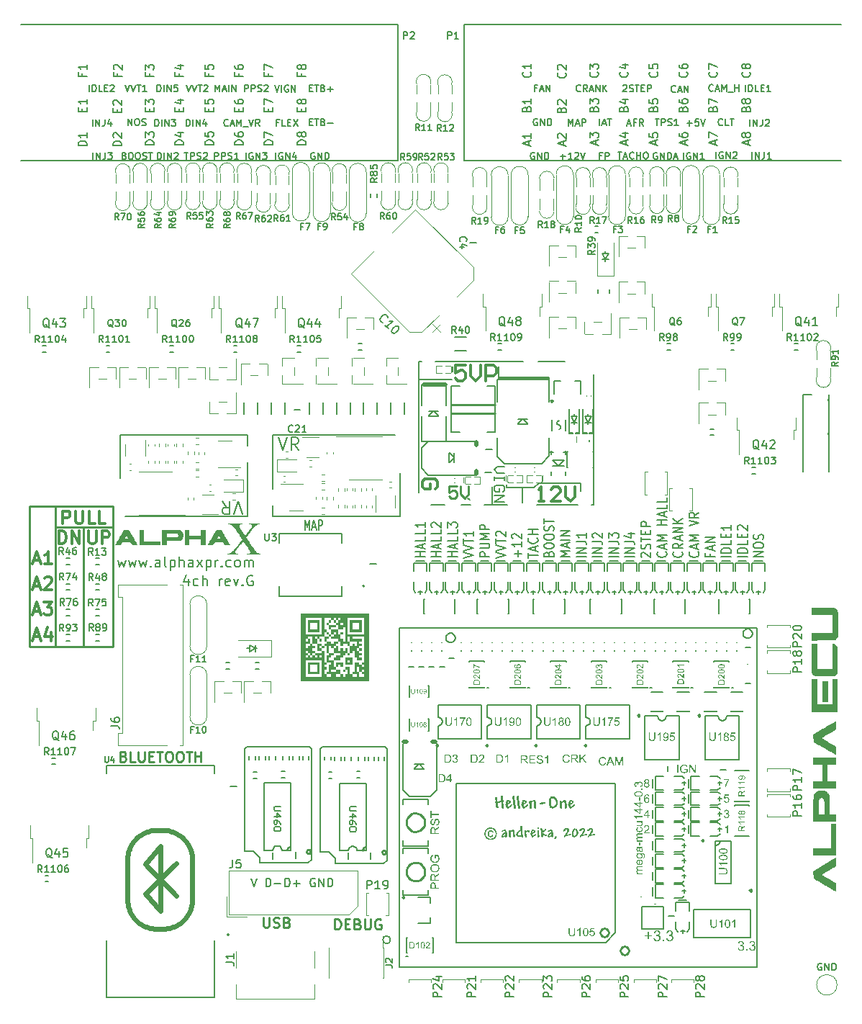
<source format=gto>
G75*
G70*
%OFA0B0*%
%FSLAX25Y25*%
%IPPOS*%
%LPD*%
%AMOC8*
5,1,8,0,0,1.08239X$1,22.5*
%
%ADD121C,0.00394*%
%ADD122C,0.01000*%
%ADD200C,0.00300*%
%ADD57C,0.00787*%
%ADD58C,0.00800*%
%ADD59C,0.01575*%
%ADD62C,0.01181*%
%ADD65C,0.00472*%
%ADD70C,0.00984*%
%ADD71C,0.00669*%
%ADD72C,0.00591*%
%ADD73C,0.00500*%
%ADD74C,0.00390*%
%ADD75C,0.02484*%
%ADD82C,0.01968*%
X0000000Y0000000D02*
%LPD*%
G01*
D70*
X0015748Y0228346D02*
X0015748Y0163386D01*
X0042520Y0163386D02*
X0042520Y0228346D01*
X0042520Y0218504D02*
X0015748Y0218504D01*
X0042520Y0228346D02*
X0003937Y0228346D01*
X0028740Y0163386D02*
X0028740Y0218504D01*
X0003937Y0228346D02*
X0003937Y0163386D01*
X0003937Y0163386D02*
X0042520Y0163386D01*
D71*
X0119282Y0405901D02*
X0118232Y0405901D01*
X0118232Y0404252D02*
X0118232Y0407401D01*
X0118232Y0407401D02*
X0119732Y0407401D01*
X0122432Y0404252D02*
X0120932Y0404252D01*
X0120932Y0404252D02*
X0120932Y0407401D01*
X0123481Y0405901D02*
X0124531Y0405901D01*
X0124981Y0404252D02*
X0123481Y0404252D01*
X0123481Y0404252D02*
X0123481Y0407401D01*
X0123481Y0407401D02*
X0124981Y0407401D01*
X0126031Y0407401D02*
X0128131Y0404252D01*
X0128131Y0407401D02*
X0126031Y0404252D01*
X0337659Y0404147D02*
X0337659Y0407297D01*
X0339159Y0404147D02*
X0339159Y0407297D01*
X0339159Y0407297D02*
X0340958Y0404147D01*
X0340958Y0404147D02*
X0340958Y0407297D01*
X0343358Y0407297D02*
X0343358Y0405047D01*
X0343358Y0405047D02*
X0343208Y0404597D01*
X0343208Y0404597D02*
X0342908Y0404297D01*
X0342908Y0404297D02*
X0342458Y0404147D01*
X0342458Y0404147D02*
X0342158Y0404147D01*
X0344708Y0406997D02*
X0344858Y0407147D01*
X0344858Y0407147D02*
X0345158Y0407297D01*
X0345158Y0407297D02*
X0345908Y0407297D01*
X0345908Y0407297D02*
X0346208Y0407147D01*
X0346208Y0407147D02*
X0346358Y0406997D01*
X0346358Y0406997D02*
X0346508Y0406697D01*
X0346508Y0406697D02*
X0346508Y0406397D01*
X0346508Y0406397D02*
X0346358Y0405947D01*
X0346358Y0405947D02*
X0344558Y0404147D01*
X0344558Y0404147D02*
X0346508Y0404147D01*
D72*
X0044641Y0428609D02*
X0044641Y0427297D01*
X0046703Y0427297D02*
X0042766Y0427297D01*
X0042766Y0427297D02*
X0042766Y0429171D01*
X0043141Y0430484D02*
X0042954Y0430671D01*
X0042954Y0430671D02*
X0042766Y0431046D01*
X0042766Y0431046D02*
X0042766Y0431984D01*
X0042766Y0431984D02*
X0042954Y0432358D01*
X0042954Y0432358D02*
X0043141Y0432546D01*
X0043141Y0432546D02*
X0043516Y0432733D01*
X0043516Y0432733D02*
X0043891Y0432733D01*
X0043891Y0432733D02*
X0044454Y0432546D01*
X0044454Y0432546D02*
X0046703Y0430296D01*
X0046703Y0430296D02*
X0046703Y0432733D01*
D71*
X0303126Y0420087D02*
X0302976Y0419937D01*
X0302976Y0419937D02*
X0302526Y0419787D01*
X0302526Y0419787D02*
X0302226Y0419787D01*
X0302226Y0419787D02*
X0301776Y0419937D01*
X0301776Y0419937D02*
X0301476Y0420237D01*
X0301476Y0420237D02*
X0301326Y0420537D01*
X0301326Y0420537D02*
X0301176Y0421137D01*
X0301176Y0421137D02*
X0301176Y0421587D01*
X0301176Y0421587D02*
X0301326Y0422187D01*
X0301326Y0422187D02*
X0301476Y0422487D01*
X0301476Y0422487D02*
X0301776Y0422787D01*
X0301776Y0422787D02*
X0302226Y0422937D01*
X0302226Y0422937D02*
X0302526Y0422937D01*
X0302526Y0422937D02*
X0302976Y0422787D01*
X0302976Y0422787D02*
X0303126Y0422637D01*
X0304326Y0420687D02*
X0305826Y0420687D01*
X0304026Y0419787D02*
X0305076Y0422937D01*
X0305076Y0422937D02*
X0306125Y0419787D01*
X0307175Y0419787D02*
X0307175Y0422937D01*
X0307175Y0422937D02*
X0308975Y0419787D01*
X0308975Y0419787D02*
X0308975Y0422937D01*
D57*
X0187164Y0204874D02*
X0182557Y0204874D01*
X0184751Y0204874D02*
X0184751Y0207124D01*
X0187164Y0207124D02*
X0182557Y0207124D01*
X0185848Y0208811D02*
X0185848Y0210686D01*
X0187164Y0208436D02*
X0182557Y0209749D01*
X0182557Y0209749D02*
X0187164Y0211061D01*
X0187164Y0214248D02*
X0187164Y0212373D01*
X0187164Y0212373D02*
X0182557Y0212373D01*
X0187164Y0217435D02*
X0187164Y0215561D01*
X0187164Y0215561D02*
X0182557Y0215561D01*
X0187164Y0220810D02*
X0187164Y0218560D01*
X0187164Y0219685D02*
X0182557Y0219685D01*
X0182557Y0219685D02*
X0183215Y0219310D01*
X0183215Y0219310D02*
X0183654Y0218935D01*
X0183654Y0218935D02*
X0183873Y0218560D01*
X0194626Y0204874D02*
X0190020Y0204874D01*
X0192213Y0204874D02*
X0192213Y0207124D01*
X0194626Y0207124D02*
X0190020Y0207124D01*
X0193310Y0208811D02*
X0193310Y0210686D01*
X0194626Y0208436D02*
X0190020Y0209749D01*
X0190020Y0209749D02*
X0194626Y0211061D01*
X0194626Y0214248D02*
X0194626Y0212373D01*
X0194626Y0212373D02*
X0190020Y0212373D01*
X0194626Y0217435D02*
X0194626Y0215561D01*
X0194626Y0215561D02*
X0190020Y0215561D01*
X0190458Y0218560D02*
X0190239Y0218748D01*
X0190239Y0218748D02*
X0190020Y0219123D01*
X0190020Y0219123D02*
X0190020Y0220060D01*
X0190020Y0220060D02*
X0190239Y0220435D01*
X0190239Y0220435D02*
X0190458Y0220622D01*
X0190458Y0220622D02*
X0190897Y0220810D01*
X0190897Y0220810D02*
X0191336Y0220810D01*
X0191336Y0220810D02*
X0191994Y0220622D01*
X0191994Y0220622D02*
X0194626Y0218373D01*
X0194626Y0218373D02*
X0194626Y0220810D01*
X0202088Y0204874D02*
X0197482Y0204874D01*
X0199675Y0204874D02*
X0199675Y0207124D01*
X0202088Y0207124D02*
X0197482Y0207124D01*
X0200772Y0208811D02*
X0200772Y0210686D01*
X0202088Y0208436D02*
X0197482Y0209749D01*
X0197482Y0209749D02*
X0202088Y0211061D01*
X0202088Y0214248D02*
X0202088Y0212373D01*
X0202088Y0212373D02*
X0197482Y0212373D01*
X0202088Y0217435D02*
X0202088Y0215561D01*
X0202088Y0215561D02*
X0197482Y0215561D01*
X0197482Y0218373D02*
X0197482Y0220810D01*
X0197482Y0220810D02*
X0199237Y0219498D01*
X0199237Y0219498D02*
X0199237Y0220060D01*
X0199237Y0220060D02*
X0199456Y0220435D01*
X0199456Y0220435D02*
X0199675Y0220622D01*
X0199675Y0220622D02*
X0200114Y0220810D01*
X0200114Y0220810D02*
X0201211Y0220810D01*
X0201211Y0220810D02*
X0201649Y0220622D01*
X0201649Y0220622D02*
X0201869Y0220435D01*
X0201869Y0220435D02*
X0202088Y0220060D01*
X0202088Y0220060D02*
X0202088Y0218935D01*
X0202088Y0218935D02*
X0201869Y0218560D01*
X0201869Y0218560D02*
X0201649Y0218373D01*
X0204944Y0204312D02*
X0209550Y0205624D01*
X0209550Y0205624D02*
X0204944Y0206937D01*
X0204944Y0207687D02*
X0209550Y0208999D01*
X0209550Y0208999D02*
X0204944Y0210311D01*
X0204944Y0211061D02*
X0204944Y0213311D01*
X0209550Y0212186D02*
X0204944Y0212186D01*
X0209550Y0216685D02*
X0209550Y0214436D01*
X0209550Y0215561D02*
X0204944Y0215561D01*
X0204944Y0215561D02*
X0205602Y0215186D01*
X0205602Y0215186D02*
X0206041Y0214811D01*
X0206041Y0214811D02*
X0206260Y0214436D01*
X0217012Y0204874D02*
X0212406Y0204874D01*
X0212406Y0204874D02*
X0212406Y0206374D01*
X0212406Y0206374D02*
X0212626Y0206749D01*
X0212626Y0206749D02*
X0212845Y0206937D01*
X0212845Y0206937D02*
X0213284Y0207124D01*
X0213284Y0207124D02*
X0213942Y0207124D01*
X0213942Y0207124D02*
X0214380Y0206937D01*
X0214380Y0206937D02*
X0214600Y0206749D01*
X0214600Y0206749D02*
X0214819Y0206374D01*
X0214819Y0206374D02*
X0214819Y0204874D01*
X0212406Y0208811D02*
X0216135Y0208811D01*
X0216135Y0208811D02*
X0216574Y0208999D01*
X0216574Y0208999D02*
X0216793Y0209186D01*
X0216793Y0209186D02*
X0217012Y0209561D01*
X0217012Y0209561D02*
X0217012Y0210311D01*
X0217012Y0210311D02*
X0216793Y0210686D01*
X0216793Y0210686D02*
X0216574Y0210874D01*
X0216574Y0210874D02*
X0216135Y0211061D01*
X0216135Y0211061D02*
X0212406Y0211061D01*
X0217012Y0212936D02*
X0212406Y0212936D01*
X0212406Y0212936D02*
X0215696Y0214248D01*
X0215696Y0214248D02*
X0212406Y0215561D01*
X0212406Y0215561D02*
X0217012Y0215561D01*
X0217012Y0217435D02*
X0212406Y0217435D01*
X0212406Y0217435D02*
X0212406Y0218935D01*
X0212406Y0218935D02*
X0212626Y0219310D01*
X0212626Y0219310D02*
X0212845Y0219498D01*
X0212845Y0219498D02*
X0213284Y0219685D01*
X0213284Y0219685D02*
X0213942Y0219685D01*
X0213942Y0219685D02*
X0214380Y0219498D01*
X0214380Y0219498D02*
X0214600Y0219310D01*
X0214600Y0219310D02*
X0214819Y0218935D01*
X0214819Y0218935D02*
X0214819Y0217435D01*
X0219868Y0204312D02*
X0224475Y0205624D01*
X0224475Y0205624D02*
X0219868Y0206937D01*
X0219868Y0207687D02*
X0224475Y0208999D01*
X0224475Y0208999D02*
X0219868Y0210311D01*
X0219868Y0211061D02*
X0219868Y0213311D01*
X0224475Y0212186D02*
X0219868Y0212186D01*
X0220307Y0214436D02*
X0220088Y0214623D01*
X0220088Y0214623D02*
X0219868Y0214998D01*
X0219868Y0214998D02*
X0219868Y0215936D01*
X0219868Y0215936D02*
X0220088Y0216310D01*
X0220088Y0216310D02*
X0220307Y0216498D01*
X0220307Y0216498D02*
X0220746Y0216685D01*
X0220746Y0216685D02*
X0221184Y0216685D01*
X0221184Y0216685D02*
X0221842Y0216498D01*
X0221842Y0216498D02*
X0224475Y0214248D01*
X0224475Y0214248D02*
X0224475Y0216685D01*
X0230182Y0204874D02*
X0230182Y0207874D01*
X0231937Y0206374D02*
X0228427Y0206374D01*
X0231937Y0211811D02*
X0231937Y0209561D01*
X0231937Y0210686D02*
X0227331Y0210686D01*
X0227331Y0210686D02*
X0227989Y0210311D01*
X0227989Y0210311D02*
X0228427Y0209936D01*
X0228427Y0209936D02*
X0228647Y0209561D01*
X0227769Y0213311D02*
X0227550Y0213498D01*
X0227550Y0213498D02*
X0227331Y0213873D01*
X0227331Y0213873D02*
X0227331Y0214811D01*
X0227331Y0214811D02*
X0227550Y0215186D01*
X0227550Y0215186D02*
X0227769Y0215373D01*
X0227769Y0215373D02*
X0228208Y0215561D01*
X0228208Y0215561D02*
X0228647Y0215561D01*
X0228647Y0215561D02*
X0229305Y0215373D01*
X0229305Y0215373D02*
X0231937Y0213123D01*
X0231937Y0213123D02*
X0231937Y0215561D01*
X0234793Y0204312D02*
X0234793Y0206562D01*
X0239399Y0205437D02*
X0234793Y0205437D01*
X0238083Y0207687D02*
X0238083Y0209561D01*
X0239399Y0207312D02*
X0234793Y0208624D01*
X0234793Y0208624D02*
X0239399Y0209936D01*
X0238960Y0213498D02*
X0239180Y0213311D01*
X0239180Y0213311D02*
X0239399Y0212748D01*
X0239399Y0212748D02*
X0239399Y0212373D01*
X0239399Y0212373D02*
X0239180Y0211811D01*
X0239180Y0211811D02*
X0238741Y0211436D01*
X0238741Y0211436D02*
X0238302Y0211249D01*
X0238302Y0211249D02*
X0237425Y0211061D01*
X0237425Y0211061D02*
X0236767Y0211061D01*
X0236767Y0211061D02*
X0235890Y0211249D01*
X0235890Y0211249D02*
X0235451Y0211436D01*
X0235451Y0211436D02*
X0235012Y0211811D01*
X0235012Y0211811D02*
X0234793Y0212373D01*
X0234793Y0212373D02*
X0234793Y0212748D01*
X0234793Y0212748D02*
X0235012Y0213311D01*
X0235012Y0213311D02*
X0235231Y0213498D01*
X0239399Y0215186D02*
X0234793Y0215186D01*
X0236986Y0215186D02*
X0236986Y0217435D01*
X0239399Y0217435D02*
X0234793Y0217435D01*
X0244448Y0206187D02*
X0244668Y0206749D01*
X0244668Y0206749D02*
X0244887Y0206937D01*
X0244887Y0206937D02*
X0245326Y0207124D01*
X0245326Y0207124D02*
X0245984Y0207124D01*
X0245984Y0207124D02*
X0246423Y0206937D01*
X0246423Y0206937D02*
X0246642Y0206749D01*
X0246642Y0206749D02*
X0246861Y0206374D01*
X0246861Y0206374D02*
X0246861Y0204874D01*
X0246861Y0204874D02*
X0242255Y0204874D01*
X0242255Y0204874D02*
X0242255Y0206187D01*
X0242255Y0206187D02*
X0242474Y0206562D01*
X0242474Y0206562D02*
X0242694Y0206749D01*
X0242694Y0206749D02*
X0243132Y0206937D01*
X0243132Y0206937D02*
X0243571Y0206937D01*
X0243571Y0206937D02*
X0244010Y0206749D01*
X0244010Y0206749D02*
X0244229Y0206562D01*
X0244229Y0206562D02*
X0244448Y0206187D01*
X0244448Y0206187D02*
X0244448Y0204874D01*
X0242255Y0209561D02*
X0242255Y0210311D01*
X0242255Y0210311D02*
X0242474Y0210686D01*
X0242474Y0210686D02*
X0242913Y0211061D01*
X0242913Y0211061D02*
X0243790Y0211249D01*
X0243790Y0211249D02*
X0245326Y0211249D01*
X0245326Y0211249D02*
X0246203Y0211061D01*
X0246203Y0211061D02*
X0246642Y0210686D01*
X0246642Y0210686D02*
X0246861Y0210311D01*
X0246861Y0210311D02*
X0246861Y0209561D01*
X0246861Y0209561D02*
X0246642Y0209186D01*
X0246642Y0209186D02*
X0246203Y0208811D01*
X0246203Y0208811D02*
X0245326Y0208624D01*
X0245326Y0208624D02*
X0243790Y0208624D01*
X0243790Y0208624D02*
X0242913Y0208811D01*
X0242913Y0208811D02*
X0242474Y0209186D01*
X0242474Y0209186D02*
X0242255Y0209561D01*
X0242255Y0213686D02*
X0242255Y0214436D01*
X0242255Y0214436D02*
X0242474Y0214811D01*
X0242474Y0214811D02*
X0242913Y0215186D01*
X0242913Y0215186D02*
X0243790Y0215373D01*
X0243790Y0215373D02*
X0245326Y0215373D01*
X0245326Y0215373D02*
X0246203Y0215186D01*
X0246203Y0215186D02*
X0246642Y0214811D01*
X0246642Y0214811D02*
X0246861Y0214436D01*
X0246861Y0214436D02*
X0246861Y0213686D01*
X0246861Y0213686D02*
X0246642Y0213311D01*
X0246642Y0213311D02*
X0246203Y0212936D01*
X0246203Y0212936D02*
X0245326Y0212748D01*
X0245326Y0212748D02*
X0243790Y0212748D01*
X0243790Y0212748D02*
X0242913Y0212936D01*
X0242913Y0212936D02*
X0242474Y0213311D01*
X0242474Y0213311D02*
X0242255Y0213686D01*
X0246642Y0216873D02*
X0246861Y0217435D01*
X0246861Y0217435D02*
X0246861Y0218373D01*
X0246861Y0218373D02*
X0246642Y0218748D01*
X0246642Y0218748D02*
X0246423Y0218935D01*
X0246423Y0218935D02*
X0245984Y0219123D01*
X0245984Y0219123D02*
X0245545Y0219123D01*
X0245545Y0219123D02*
X0245106Y0218935D01*
X0245106Y0218935D02*
X0244887Y0218748D01*
X0244887Y0218748D02*
X0244668Y0218373D01*
X0244668Y0218373D02*
X0244448Y0217623D01*
X0244448Y0217623D02*
X0244229Y0217248D01*
X0244229Y0217248D02*
X0244010Y0217060D01*
X0244010Y0217060D02*
X0243571Y0216873D01*
X0243571Y0216873D02*
X0243132Y0216873D01*
X0243132Y0216873D02*
X0242694Y0217060D01*
X0242694Y0217060D02*
X0242474Y0217248D01*
X0242474Y0217248D02*
X0242255Y0217623D01*
X0242255Y0217623D02*
X0242255Y0218560D01*
X0242255Y0218560D02*
X0242474Y0219123D01*
X0242255Y0220247D02*
X0242255Y0222497D01*
X0246861Y0221372D02*
X0242255Y0221372D01*
X0254323Y0204874D02*
X0249717Y0204874D01*
X0249717Y0204874D02*
X0253007Y0206187D01*
X0253007Y0206187D02*
X0249717Y0207499D01*
X0249717Y0207499D02*
X0254323Y0207499D01*
X0253007Y0209186D02*
X0253007Y0211061D01*
X0254323Y0208811D02*
X0249717Y0210124D01*
X0249717Y0210124D02*
X0254323Y0211436D01*
X0254323Y0212748D02*
X0249717Y0212748D01*
X0254323Y0214623D02*
X0249717Y0214623D01*
X0249717Y0214623D02*
X0254323Y0216873D01*
X0254323Y0216873D02*
X0249717Y0216873D01*
X0261786Y0204874D02*
X0257179Y0204874D01*
X0261786Y0206749D02*
X0257179Y0206749D01*
X0257179Y0206749D02*
X0261786Y0208999D01*
X0261786Y0208999D02*
X0257179Y0208999D01*
X0257179Y0211998D02*
X0260470Y0211998D01*
X0260470Y0211998D02*
X0261128Y0211811D01*
X0261128Y0211811D02*
X0261566Y0211436D01*
X0261566Y0211436D02*
X0261786Y0210874D01*
X0261786Y0210874D02*
X0261786Y0210499D01*
X0261786Y0215936D02*
X0261786Y0213686D01*
X0261786Y0214811D02*
X0257179Y0214811D01*
X0257179Y0214811D02*
X0257837Y0214436D01*
X0257837Y0214436D02*
X0258276Y0214061D01*
X0258276Y0214061D02*
X0258495Y0213686D01*
X0269248Y0204874D02*
X0264642Y0204874D01*
X0269248Y0206749D02*
X0264642Y0206749D01*
X0264642Y0206749D02*
X0269248Y0208999D01*
X0269248Y0208999D02*
X0264642Y0208999D01*
X0264642Y0211998D02*
X0267932Y0211998D01*
X0267932Y0211998D02*
X0268590Y0211811D01*
X0268590Y0211811D02*
X0269029Y0211436D01*
X0269029Y0211436D02*
X0269248Y0210874D01*
X0269248Y0210874D02*
X0269248Y0210499D01*
X0265080Y0213686D02*
X0264861Y0213873D01*
X0264861Y0213873D02*
X0264642Y0214248D01*
X0264642Y0214248D02*
X0264642Y0215186D01*
X0264642Y0215186D02*
X0264861Y0215561D01*
X0264861Y0215561D02*
X0265080Y0215748D01*
X0265080Y0215748D02*
X0265519Y0215936D01*
X0265519Y0215936D02*
X0265958Y0215936D01*
X0265958Y0215936D02*
X0266616Y0215748D01*
X0266616Y0215748D02*
X0269248Y0213498D01*
X0269248Y0213498D02*
X0269248Y0215936D01*
X0276710Y0204874D02*
X0272104Y0204874D01*
X0276710Y0206749D02*
X0272104Y0206749D01*
X0272104Y0206749D02*
X0276710Y0208999D01*
X0276710Y0208999D02*
X0272104Y0208999D01*
X0272104Y0211998D02*
X0275394Y0211998D01*
X0275394Y0211998D02*
X0276052Y0211811D01*
X0276052Y0211811D02*
X0276491Y0211436D01*
X0276491Y0211436D02*
X0276710Y0210874D01*
X0276710Y0210874D02*
X0276710Y0210499D01*
X0272104Y0213498D02*
X0272104Y0215936D01*
X0272104Y0215936D02*
X0273859Y0214623D01*
X0273859Y0214623D02*
X0273859Y0215186D01*
X0273859Y0215186D02*
X0274078Y0215561D01*
X0274078Y0215561D02*
X0274297Y0215748D01*
X0274297Y0215748D02*
X0274736Y0215936D01*
X0274736Y0215936D02*
X0275833Y0215936D01*
X0275833Y0215936D02*
X0276271Y0215748D01*
X0276271Y0215748D02*
X0276491Y0215561D01*
X0276491Y0215561D02*
X0276710Y0215186D01*
X0276710Y0215186D02*
X0276710Y0214061D01*
X0276710Y0214061D02*
X0276491Y0213686D01*
X0276491Y0213686D02*
X0276271Y0213498D01*
X0284172Y0204874D02*
X0279566Y0204874D01*
X0284172Y0206749D02*
X0279566Y0206749D01*
X0279566Y0206749D02*
X0284172Y0208999D01*
X0284172Y0208999D02*
X0279566Y0208999D01*
X0279566Y0211998D02*
X0282856Y0211998D01*
X0282856Y0211998D02*
X0283514Y0211811D01*
X0283514Y0211811D02*
X0283953Y0211436D01*
X0283953Y0211436D02*
X0284172Y0210874D01*
X0284172Y0210874D02*
X0284172Y0210499D01*
X0281101Y0215561D02*
X0284172Y0215561D01*
X0279347Y0214623D02*
X0282637Y0213686D01*
X0282637Y0213686D02*
X0282637Y0216123D01*
X0287467Y0204687D02*
X0287248Y0204874D01*
X0287248Y0204874D02*
X0287028Y0205249D01*
X0287028Y0205249D02*
X0287028Y0206187D01*
X0287028Y0206187D02*
X0287248Y0206562D01*
X0287248Y0206562D02*
X0287467Y0206749D01*
X0287467Y0206749D02*
X0287906Y0206937D01*
X0287906Y0206937D02*
X0288344Y0206937D01*
X0288344Y0206937D02*
X0289002Y0206749D01*
X0289002Y0206749D02*
X0291635Y0204499D01*
X0291635Y0204499D02*
X0291635Y0206937D01*
X0291415Y0208436D02*
X0291635Y0208999D01*
X0291635Y0208999D02*
X0291635Y0209936D01*
X0291635Y0209936D02*
X0291415Y0210311D01*
X0291415Y0210311D02*
X0291196Y0210499D01*
X0291196Y0210499D02*
X0290757Y0210686D01*
X0290757Y0210686D02*
X0290318Y0210686D01*
X0290318Y0210686D02*
X0289880Y0210499D01*
X0289880Y0210499D02*
X0289660Y0210311D01*
X0289660Y0210311D02*
X0289441Y0209936D01*
X0289441Y0209936D02*
X0289222Y0209186D01*
X0289222Y0209186D02*
X0289002Y0208811D01*
X0289002Y0208811D02*
X0288783Y0208624D01*
X0288783Y0208624D02*
X0288344Y0208436D01*
X0288344Y0208436D02*
X0287906Y0208436D01*
X0287906Y0208436D02*
X0287467Y0208624D01*
X0287467Y0208624D02*
X0287248Y0208811D01*
X0287248Y0208811D02*
X0287028Y0209186D01*
X0287028Y0209186D02*
X0287028Y0210124D01*
X0287028Y0210124D02*
X0287248Y0210686D01*
X0287028Y0211811D02*
X0287028Y0214061D01*
X0291635Y0212936D02*
X0287028Y0212936D01*
X0289222Y0215373D02*
X0289222Y0216685D01*
X0291635Y0217248D02*
X0291635Y0215373D01*
X0291635Y0215373D02*
X0287028Y0215373D01*
X0287028Y0215373D02*
X0287028Y0217248D01*
X0291635Y0218935D02*
X0287028Y0218935D01*
X0287028Y0218935D02*
X0287028Y0220435D01*
X0287028Y0220435D02*
X0287248Y0220810D01*
X0287248Y0220810D02*
X0287467Y0220997D01*
X0287467Y0220997D02*
X0287906Y0221185D01*
X0287906Y0221185D02*
X0288564Y0221185D01*
X0288564Y0221185D02*
X0289002Y0220997D01*
X0289002Y0220997D02*
X0289222Y0220810D01*
X0289222Y0220810D02*
X0289441Y0220435D01*
X0289441Y0220435D02*
X0289441Y0218935D01*
X0298658Y0207124D02*
X0298877Y0206937D01*
X0298877Y0206937D02*
X0299097Y0206374D01*
X0299097Y0206374D02*
X0299097Y0205999D01*
X0299097Y0205999D02*
X0298877Y0205437D01*
X0298877Y0205437D02*
X0298439Y0205062D01*
X0298439Y0205062D02*
X0298000Y0204874D01*
X0298000Y0204874D02*
X0297123Y0204687D01*
X0297123Y0204687D02*
X0296465Y0204687D01*
X0296465Y0204687D02*
X0295587Y0204874D01*
X0295587Y0204874D02*
X0295148Y0205062D01*
X0295148Y0205062D02*
X0294710Y0205437D01*
X0294710Y0205437D02*
X0294490Y0205999D01*
X0294490Y0205999D02*
X0294490Y0206374D01*
X0294490Y0206374D02*
X0294710Y0206937D01*
X0294710Y0206937D02*
X0294929Y0207124D01*
X0297781Y0208624D02*
X0297781Y0210499D01*
X0299097Y0208249D02*
X0294490Y0209561D01*
X0294490Y0209561D02*
X0299097Y0210874D01*
X0299097Y0212186D02*
X0294490Y0212186D01*
X0294490Y0212186D02*
X0297781Y0213498D01*
X0297781Y0213498D02*
X0294490Y0214811D01*
X0294490Y0214811D02*
X0299097Y0214811D01*
X0299097Y0219685D02*
X0294490Y0219685D01*
X0296684Y0219685D02*
X0296684Y0221935D01*
X0299097Y0221935D02*
X0294490Y0221935D01*
X0297781Y0223622D02*
X0297781Y0225497D01*
X0299097Y0223247D02*
X0294490Y0224559D01*
X0294490Y0224559D02*
X0299097Y0225872D01*
X0299097Y0229059D02*
X0299097Y0227184D01*
X0299097Y0227184D02*
X0294490Y0227184D01*
X0299097Y0232246D02*
X0299097Y0230371D01*
X0299097Y0230371D02*
X0294490Y0230371D01*
X0306120Y0207124D02*
X0306340Y0206937D01*
X0306340Y0206937D02*
X0306559Y0206374D01*
X0306559Y0206374D02*
X0306559Y0205999D01*
X0306559Y0205999D02*
X0306340Y0205437D01*
X0306340Y0205437D02*
X0305901Y0205062D01*
X0305901Y0205062D02*
X0305462Y0204874D01*
X0305462Y0204874D02*
X0304585Y0204687D01*
X0304585Y0204687D02*
X0303927Y0204687D01*
X0303927Y0204687D02*
X0303049Y0204874D01*
X0303049Y0204874D02*
X0302611Y0205062D01*
X0302611Y0205062D02*
X0302172Y0205437D01*
X0302172Y0205437D02*
X0301953Y0205999D01*
X0301953Y0205999D02*
X0301953Y0206374D01*
X0301953Y0206374D02*
X0302172Y0206937D01*
X0302172Y0206937D02*
X0302391Y0207124D01*
X0306559Y0211061D02*
X0304365Y0209749D01*
X0306559Y0208811D02*
X0301953Y0208811D01*
X0301953Y0208811D02*
X0301953Y0210311D01*
X0301953Y0210311D02*
X0302172Y0210686D01*
X0302172Y0210686D02*
X0302391Y0210874D01*
X0302391Y0210874D02*
X0302830Y0211061D01*
X0302830Y0211061D02*
X0303488Y0211061D01*
X0303488Y0211061D02*
X0303927Y0210874D01*
X0303927Y0210874D02*
X0304146Y0210686D01*
X0304146Y0210686D02*
X0304365Y0210311D01*
X0304365Y0210311D02*
X0304365Y0208811D01*
X0305243Y0212561D02*
X0305243Y0214436D01*
X0306559Y0212186D02*
X0301953Y0213498D01*
X0301953Y0213498D02*
X0306559Y0214811D01*
X0306559Y0216123D02*
X0301953Y0216123D01*
X0301953Y0216123D02*
X0306559Y0218373D01*
X0306559Y0218373D02*
X0301953Y0218373D01*
X0306559Y0220247D02*
X0301953Y0220247D01*
X0306559Y0222497D02*
X0303927Y0220810D01*
X0301953Y0222497D02*
X0304585Y0220247D01*
X0313582Y0207124D02*
X0313802Y0206937D01*
X0313802Y0206937D02*
X0314021Y0206374D01*
X0314021Y0206374D02*
X0314021Y0205999D01*
X0314021Y0205999D02*
X0313802Y0205437D01*
X0313802Y0205437D02*
X0313363Y0205062D01*
X0313363Y0205062D02*
X0312924Y0204874D01*
X0312924Y0204874D02*
X0312047Y0204687D01*
X0312047Y0204687D02*
X0311389Y0204687D01*
X0311389Y0204687D02*
X0310512Y0204874D01*
X0310512Y0204874D02*
X0310073Y0205062D01*
X0310073Y0205062D02*
X0309634Y0205437D01*
X0309634Y0205437D02*
X0309415Y0205999D01*
X0309415Y0205999D02*
X0309415Y0206374D01*
X0309415Y0206374D02*
X0309634Y0206937D01*
X0309634Y0206937D02*
X0309854Y0207124D01*
X0312705Y0208624D02*
X0312705Y0210499D01*
X0314021Y0208249D02*
X0309415Y0209561D01*
X0309415Y0209561D02*
X0314021Y0210874D01*
X0314021Y0212186D02*
X0309415Y0212186D01*
X0309415Y0212186D02*
X0312705Y0213498D01*
X0312705Y0213498D02*
X0309415Y0214811D01*
X0309415Y0214811D02*
X0314021Y0214811D01*
X0309415Y0219123D02*
X0314021Y0220435D01*
X0314021Y0220435D02*
X0309415Y0221747D01*
X0314021Y0225309D02*
X0311828Y0223997D01*
X0314021Y0223060D02*
X0309415Y0223060D01*
X0309415Y0223060D02*
X0309415Y0224559D01*
X0309415Y0224559D02*
X0309634Y0224934D01*
X0309634Y0224934D02*
X0309854Y0225122D01*
X0309854Y0225122D02*
X0310292Y0225309D01*
X0310292Y0225309D02*
X0310950Y0225309D01*
X0310950Y0225309D02*
X0311389Y0225122D01*
X0311389Y0225122D02*
X0311608Y0224934D01*
X0311608Y0224934D02*
X0311828Y0224559D01*
X0311828Y0224559D02*
X0311828Y0223060D01*
X0319070Y0206187D02*
X0319070Y0204874D01*
X0321483Y0204874D02*
X0316877Y0204874D01*
X0316877Y0204874D02*
X0316877Y0206749D01*
X0320167Y0208061D02*
X0320167Y0209936D01*
X0321483Y0207687D02*
X0316877Y0208999D01*
X0316877Y0208999D02*
X0321483Y0210311D01*
X0321483Y0211624D02*
X0316877Y0211624D01*
X0316877Y0211624D02*
X0321483Y0213873D01*
X0321483Y0213873D02*
X0316877Y0213873D01*
X0328946Y0204874D02*
X0324339Y0204874D01*
X0328946Y0206749D02*
X0324339Y0206749D01*
X0324339Y0206749D02*
X0324339Y0207687D01*
X0324339Y0207687D02*
X0324559Y0208249D01*
X0324559Y0208249D02*
X0324997Y0208624D01*
X0324997Y0208624D02*
X0325436Y0208811D01*
X0325436Y0208811D02*
X0326313Y0208999D01*
X0326313Y0208999D02*
X0326971Y0208999D01*
X0326971Y0208999D02*
X0327849Y0208811D01*
X0327849Y0208811D02*
X0328287Y0208624D01*
X0328287Y0208624D02*
X0328726Y0208249D01*
X0328726Y0208249D02*
X0328946Y0207687D01*
X0328946Y0207687D02*
X0328946Y0206749D01*
X0328946Y0212561D02*
X0328946Y0210686D01*
X0328946Y0210686D02*
X0324339Y0210686D01*
X0326533Y0213873D02*
X0326533Y0215186D01*
X0328946Y0215748D02*
X0328946Y0213873D01*
X0328946Y0213873D02*
X0324339Y0213873D01*
X0324339Y0213873D02*
X0324339Y0215748D01*
X0328946Y0219498D02*
X0328946Y0217248D01*
X0328946Y0218373D02*
X0324339Y0218373D01*
X0324339Y0218373D02*
X0324997Y0217998D01*
X0324997Y0217998D02*
X0325436Y0217623D01*
X0325436Y0217623D02*
X0325655Y0217248D01*
X0336408Y0204874D02*
X0331801Y0204874D01*
X0336408Y0206749D02*
X0331801Y0206749D01*
X0331801Y0206749D02*
X0331801Y0207687D01*
X0331801Y0207687D02*
X0332021Y0208249D01*
X0332021Y0208249D02*
X0332459Y0208624D01*
X0332459Y0208624D02*
X0332898Y0208811D01*
X0332898Y0208811D02*
X0333776Y0208999D01*
X0333776Y0208999D02*
X0334434Y0208999D01*
X0334434Y0208999D02*
X0335311Y0208811D01*
X0335311Y0208811D02*
X0335750Y0208624D01*
X0335750Y0208624D02*
X0336188Y0208249D01*
X0336188Y0208249D02*
X0336408Y0207687D01*
X0336408Y0207687D02*
X0336408Y0206749D01*
X0336408Y0212561D02*
X0336408Y0210686D01*
X0336408Y0210686D02*
X0331801Y0210686D01*
X0333995Y0213873D02*
X0333995Y0215186D01*
X0336408Y0215748D02*
X0336408Y0213873D01*
X0336408Y0213873D02*
X0331801Y0213873D01*
X0331801Y0213873D02*
X0331801Y0215748D01*
X0332240Y0217248D02*
X0332021Y0217435D01*
X0332021Y0217435D02*
X0331801Y0217810D01*
X0331801Y0217810D02*
X0331801Y0218748D01*
X0331801Y0218748D02*
X0332021Y0219123D01*
X0332021Y0219123D02*
X0332240Y0219310D01*
X0332240Y0219310D02*
X0332679Y0219498D01*
X0332679Y0219498D02*
X0333118Y0219498D01*
X0333118Y0219498D02*
X0333776Y0219310D01*
X0333776Y0219310D02*
X0336408Y0217060D01*
X0336408Y0217060D02*
X0336408Y0219498D01*
X0343870Y0204874D02*
X0339264Y0204874D01*
X0339264Y0204874D02*
X0343870Y0207124D01*
X0343870Y0207124D02*
X0339264Y0207124D01*
X0339264Y0209749D02*
X0339264Y0210499D01*
X0339264Y0210499D02*
X0339483Y0210874D01*
X0339483Y0210874D02*
X0339922Y0211249D01*
X0339922Y0211249D02*
X0340799Y0211436D01*
X0340799Y0211436D02*
X0342335Y0211436D01*
X0342335Y0211436D02*
X0343212Y0211249D01*
X0343212Y0211249D02*
X0343651Y0210874D01*
X0343651Y0210874D02*
X0343870Y0210499D01*
X0343870Y0210499D02*
X0343870Y0209749D01*
X0343870Y0209749D02*
X0343651Y0209374D01*
X0343651Y0209374D02*
X0343212Y0208999D01*
X0343212Y0208999D02*
X0342335Y0208811D01*
X0342335Y0208811D02*
X0340799Y0208811D01*
X0340799Y0208811D02*
X0339922Y0208999D01*
X0339922Y0208999D02*
X0339483Y0209374D01*
X0339483Y0209374D02*
X0339264Y0209749D01*
X0343651Y0212936D02*
X0343870Y0213498D01*
X0343870Y0213498D02*
X0343870Y0214436D01*
X0343870Y0214436D02*
X0343651Y0214811D01*
X0343651Y0214811D02*
X0343431Y0214998D01*
X0343431Y0214998D02*
X0342993Y0215186D01*
X0342993Y0215186D02*
X0342554Y0215186D01*
X0342554Y0215186D02*
X0342115Y0214998D01*
X0342115Y0214998D02*
X0341896Y0214811D01*
X0341896Y0214811D02*
X0341676Y0214436D01*
X0341676Y0214436D02*
X0341457Y0213686D01*
X0341457Y0213686D02*
X0341238Y0213311D01*
X0341238Y0213311D02*
X0341018Y0213123D01*
X0341018Y0213123D02*
X0340580Y0212936D01*
X0340580Y0212936D02*
X0340141Y0212936D01*
X0340141Y0212936D02*
X0339702Y0213123D01*
X0339702Y0213123D02*
X0339483Y0213311D01*
X0339483Y0213311D02*
X0339264Y0213686D01*
X0339264Y0213686D02*
X0339264Y0214623D01*
X0339264Y0214623D02*
X0339483Y0215186D01*
D71*
X0237725Y0391897D02*
X0237425Y0392047D01*
X0237425Y0392047D02*
X0236975Y0392047D01*
X0236975Y0392047D02*
X0236525Y0391897D01*
X0236525Y0391897D02*
X0236225Y0391597D01*
X0236225Y0391597D02*
X0236075Y0391297D01*
X0236075Y0391297D02*
X0235925Y0390697D01*
X0235925Y0390697D02*
X0235925Y0390247D01*
X0235925Y0390247D02*
X0236075Y0389647D01*
X0236075Y0389647D02*
X0236225Y0389347D01*
X0236225Y0389347D02*
X0236525Y0389047D01*
X0236525Y0389047D02*
X0236975Y0388897D01*
X0236975Y0388897D02*
X0237275Y0388897D01*
X0237275Y0388897D02*
X0237725Y0389047D01*
X0237725Y0389047D02*
X0237875Y0389197D01*
X0237875Y0389197D02*
X0237875Y0390247D01*
X0237875Y0390247D02*
X0237275Y0390247D01*
X0239225Y0388897D02*
X0239225Y0392047D01*
X0239225Y0392047D02*
X0241025Y0388897D01*
X0241025Y0388897D02*
X0241025Y0392047D01*
X0242524Y0388897D02*
X0242524Y0392047D01*
X0242524Y0392047D02*
X0243274Y0392047D01*
X0243274Y0392047D02*
X0243724Y0391897D01*
X0243724Y0391897D02*
X0244024Y0391597D01*
X0244024Y0391597D02*
X0244174Y0391297D01*
X0244174Y0391297D02*
X0244324Y0390697D01*
X0244324Y0390697D02*
X0244324Y0390247D01*
X0244324Y0390247D02*
X0244174Y0389647D01*
X0244174Y0389647D02*
X0244024Y0389347D01*
X0244024Y0389347D02*
X0243724Y0389047D01*
X0243724Y0389047D02*
X0243274Y0388897D01*
X0243274Y0388897D02*
X0242524Y0388897D01*
X0076378Y0404252D02*
X0076378Y0407401D01*
X0076378Y0407401D02*
X0077128Y0407401D01*
X0077128Y0407401D02*
X0077578Y0407251D01*
X0077578Y0407251D02*
X0077878Y0406951D01*
X0077878Y0406951D02*
X0078028Y0406651D01*
X0078028Y0406651D02*
X0078178Y0406051D01*
X0078178Y0406051D02*
X0078178Y0405601D01*
X0078178Y0405601D02*
X0078028Y0405002D01*
X0078028Y0405002D02*
X0077878Y0404702D01*
X0077878Y0404702D02*
X0077578Y0404402D01*
X0077578Y0404402D02*
X0077128Y0404252D01*
X0077128Y0404252D02*
X0076378Y0404252D01*
X0079528Y0404252D02*
X0079528Y0407401D01*
X0081027Y0404252D02*
X0081027Y0407401D01*
X0081027Y0407401D02*
X0082827Y0404252D01*
X0082827Y0404252D02*
X0082827Y0407401D01*
X0085677Y0406351D02*
X0085677Y0404252D01*
X0084927Y0407551D02*
X0084177Y0405301D01*
X0084177Y0405301D02*
X0086127Y0405301D01*
X0103459Y0420196D02*
X0103459Y0423346D01*
X0103459Y0423346D02*
X0104659Y0423346D01*
X0104659Y0423346D02*
X0104959Y0423196D01*
X0104959Y0423196D02*
X0105109Y0423046D01*
X0105109Y0423046D02*
X0105259Y0422746D01*
X0105259Y0422746D02*
X0105259Y0422296D01*
X0105259Y0422296D02*
X0105109Y0421996D01*
X0105109Y0421996D02*
X0104959Y0421846D01*
X0104959Y0421846D02*
X0104659Y0421696D01*
X0104659Y0421696D02*
X0103459Y0421696D01*
X0106609Y0420196D02*
X0106609Y0423346D01*
X0106609Y0423346D02*
X0107808Y0423346D01*
X0107808Y0423346D02*
X0108108Y0423196D01*
X0108108Y0423196D02*
X0108258Y0423046D01*
X0108258Y0423046D02*
X0108408Y0422746D01*
X0108408Y0422746D02*
X0108408Y0422296D01*
X0108408Y0422296D02*
X0108258Y0421996D01*
X0108258Y0421996D02*
X0108108Y0421846D01*
X0108108Y0421846D02*
X0107808Y0421696D01*
X0107808Y0421696D02*
X0106609Y0421696D01*
X0109608Y0420346D02*
X0110058Y0420196D01*
X0110058Y0420196D02*
X0110808Y0420196D01*
X0110808Y0420196D02*
X0111108Y0420346D01*
X0111108Y0420346D02*
X0111258Y0420496D01*
X0111258Y0420496D02*
X0111408Y0420796D01*
X0111408Y0420796D02*
X0111408Y0421096D01*
X0111408Y0421096D02*
X0111258Y0421396D01*
X0111258Y0421396D02*
X0111108Y0421546D01*
X0111108Y0421546D02*
X0110808Y0421696D01*
X0110808Y0421696D02*
X0110208Y0421846D01*
X0110208Y0421846D02*
X0109908Y0421996D01*
X0109908Y0421996D02*
X0109758Y0422146D01*
X0109758Y0422146D02*
X0109608Y0422446D01*
X0109608Y0422446D02*
X0109608Y0422746D01*
X0109608Y0422746D02*
X0109758Y0423046D01*
X0109758Y0423046D02*
X0109908Y0423196D01*
X0109908Y0423196D02*
X0110208Y0423346D01*
X0110208Y0423346D02*
X0110958Y0423346D01*
X0110958Y0423346D02*
X0111408Y0423196D01*
X0112608Y0423046D02*
X0112758Y0423196D01*
X0112758Y0423196D02*
X0113058Y0423346D01*
X0113058Y0423346D02*
X0113808Y0423346D01*
X0113808Y0423346D02*
X0114108Y0423196D01*
X0114108Y0423196D02*
X0114258Y0423046D01*
X0114258Y0423046D02*
X0114408Y0422746D01*
X0114408Y0422746D02*
X0114408Y0422446D01*
X0114408Y0422446D02*
X0114258Y0421996D01*
X0114258Y0421996D02*
X0112458Y0420196D01*
X0112458Y0420196D02*
X0114408Y0420196D01*
X0047769Y0390547D02*
X0048219Y0390397D01*
X0048219Y0390397D02*
X0048369Y0390247D01*
X0048369Y0390247D02*
X0048519Y0389947D01*
X0048519Y0389947D02*
X0048519Y0389497D01*
X0048519Y0389497D02*
X0048369Y0389197D01*
X0048369Y0389197D02*
X0048219Y0389047D01*
X0048219Y0389047D02*
X0047919Y0388897D01*
X0047919Y0388897D02*
X0046719Y0388897D01*
X0046719Y0388897D02*
X0046719Y0392047D01*
X0046719Y0392047D02*
X0047769Y0392047D01*
X0047769Y0392047D02*
X0048069Y0391897D01*
X0048069Y0391897D02*
X0048219Y0391747D01*
X0048219Y0391747D02*
X0048369Y0391447D01*
X0048369Y0391447D02*
X0048369Y0391147D01*
X0048369Y0391147D02*
X0048219Y0390847D01*
X0048219Y0390847D02*
X0048069Y0390697D01*
X0048069Y0390697D02*
X0047769Y0390547D01*
X0047769Y0390547D02*
X0046719Y0390547D01*
X0050469Y0392047D02*
X0051069Y0392047D01*
X0051069Y0392047D02*
X0051369Y0391897D01*
X0051369Y0391897D02*
X0051669Y0391597D01*
X0051669Y0391597D02*
X0051819Y0390997D01*
X0051819Y0390997D02*
X0051819Y0389947D01*
X0051819Y0389947D02*
X0051669Y0389347D01*
X0051669Y0389347D02*
X0051369Y0389047D01*
X0051369Y0389047D02*
X0051069Y0388897D01*
X0051069Y0388897D02*
X0050469Y0388897D01*
X0050469Y0388897D02*
X0050169Y0389047D01*
X0050169Y0389047D02*
X0049869Y0389347D01*
X0049869Y0389347D02*
X0049719Y0389947D01*
X0049719Y0389947D02*
X0049719Y0390997D01*
X0049719Y0390997D02*
X0049869Y0391597D01*
X0049869Y0391597D02*
X0050169Y0391897D01*
X0050169Y0391897D02*
X0050469Y0392047D01*
X0053768Y0392047D02*
X0054368Y0392047D01*
X0054368Y0392047D02*
X0054668Y0391897D01*
X0054668Y0391897D02*
X0054968Y0391597D01*
X0054968Y0391597D02*
X0055118Y0390997D01*
X0055118Y0390997D02*
X0055118Y0389947D01*
X0055118Y0389947D02*
X0054968Y0389347D01*
X0054968Y0389347D02*
X0054668Y0389047D01*
X0054668Y0389047D02*
X0054368Y0388897D01*
X0054368Y0388897D02*
X0053768Y0388897D01*
X0053768Y0388897D02*
X0053468Y0389047D01*
X0053468Y0389047D02*
X0053168Y0389347D01*
X0053168Y0389347D02*
X0053018Y0389947D01*
X0053018Y0389947D02*
X0053018Y0390997D01*
X0053018Y0390997D02*
X0053168Y0391597D01*
X0053168Y0391597D02*
X0053468Y0391897D01*
X0053468Y0391897D02*
X0053768Y0392047D01*
X0056318Y0389047D02*
X0056768Y0388897D01*
X0056768Y0388897D02*
X0057518Y0388897D01*
X0057518Y0388897D02*
X0057818Y0389047D01*
X0057818Y0389047D02*
X0057968Y0389197D01*
X0057968Y0389197D02*
X0058118Y0389497D01*
X0058118Y0389497D02*
X0058118Y0389797D01*
X0058118Y0389797D02*
X0057968Y0390097D01*
X0057968Y0390097D02*
X0057818Y0390247D01*
X0057818Y0390247D02*
X0057518Y0390397D01*
X0057518Y0390397D02*
X0056918Y0390547D01*
X0056918Y0390547D02*
X0056618Y0390697D01*
X0056618Y0390697D02*
X0056468Y0390847D01*
X0056468Y0390847D02*
X0056318Y0391147D01*
X0056318Y0391147D02*
X0056318Y0391447D01*
X0056318Y0391447D02*
X0056468Y0391747D01*
X0056468Y0391747D02*
X0056618Y0391897D01*
X0056618Y0391897D02*
X0056918Y0392047D01*
X0056918Y0392047D02*
X0057668Y0392047D01*
X0057668Y0392047D02*
X0058118Y0391897D01*
X0059018Y0392047D02*
X0060817Y0392047D01*
X0059918Y0388897D02*
X0059918Y0392047D01*
D57*
X0077503Y0194665D02*
X0077503Y0191515D01*
X0076378Y0196465D02*
X0075253Y0193090D01*
X0075253Y0193090D02*
X0078178Y0193090D01*
X0082002Y0191740D02*
X0081552Y0191515D01*
X0081552Y0191515D02*
X0080652Y0191515D01*
X0080652Y0191515D02*
X0080202Y0191740D01*
X0080202Y0191740D02*
X0079978Y0191965D01*
X0079978Y0191965D02*
X0079753Y0192415D01*
X0079753Y0192415D02*
X0079753Y0193765D01*
X0079753Y0193765D02*
X0079978Y0194215D01*
X0079978Y0194215D02*
X0080202Y0194440D01*
X0080202Y0194440D02*
X0080652Y0194665D01*
X0080652Y0194665D02*
X0081552Y0194665D01*
X0081552Y0194665D02*
X0082002Y0194440D01*
X0084027Y0191515D02*
X0084027Y0196240D01*
X0086052Y0191515D02*
X0086052Y0193990D01*
X0086052Y0193990D02*
X0085827Y0194440D01*
X0085827Y0194440D02*
X0085377Y0194665D01*
X0085377Y0194665D02*
X0084702Y0194665D01*
X0084702Y0194665D02*
X0084252Y0194440D01*
X0084252Y0194440D02*
X0084027Y0194215D01*
X0091901Y0191515D02*
X0091901Y0194665D01*
X0091901Y0193765D02*
X0092126Y0194215D01*
X0092126Y0194215D02*
X0092351Y0194440D01*
X0092351Y0194440D02*
X0092801Y0194665D01*
X0092801Y0194665D02*
X0093251Y0194665D01*
X0096625Y0191740D02*
X0096175Y0191515D01*
X0096175Y0191515D02*
X0095276Y0191515D01*
X0095276Y0191515D02*
X0094826Y0191740D01*
X0094826Y0191740D02*
X0094601Y0192190D01*
X0094601Y0192190D02*
X0094601Y0193990D01*
X0094601Y0193990D02*
X0094826Y0194440D01*
X0094826Y0194440D02*
X0095276Y0194665D01*
X0095276Y0194665D02*
X0096175Y0194665D01*
X0096175Y0194665D02*
X0096625Y0194440D01*
X0096625Y0194440D02*
X0096850Y0193990D01*
X0096850Y0193990D02*
X0096850Y0193540D01*
X0096850Y0193540D02*
X0094601Y0193090D01*
X0098425Y0194665D02*
X0099550Y0191515D01*
X0099550Y0191515D02*
X0100675Y0194665D01*
X0102475Y0191965D02*
X0102700Y0191740D01*
X0102700Y0191740D02*
X0102475Y0191515D01*
X0102475Y0191515D02*
X0102250Y0191740D01*
X0102250Y0191740D02*
X0102475Y0191965D01*
X0102475Y0191965D02*
X0102475Y0191515D01*
X0107199Y0196015D02*
X0106749Y0196240D01*
X0106749Y0196240D02*
X0106074Y0196240D01*
X0106074Y0196240D02*
X0105399Y0196015D01*
X0105399Y0196015D02*
X0104949Y0195565D01*
X0104949Y0195565D02*
X0104724Y0195115D01*
X0104724Y0195115D02*
X0104499Y0194215D01*
X0104499Y0194215D02*
X0104499Y0193540D01*
X0104499Y0193540D02*
X0104724Y0192640D01*
X0104724Y0192640D02*
X0104949Y0192190D01*
X0104949Y0192190D02*
X0105399Y0191740D01*
X0105399Y0191740D02*
X0106074Y0191515D01*
X0106074Y0191515D02*
X0106524Y0191515D01*
X0106524Y0191515D02*
X0107199Y0191740D01*
X0107199Y0191740D02*
X0107424Y0191965D01*
X0107424Y0191965D02*
X0107424Y0193540D01*
X0107424Y0193540D02*
X0106524Y0193540D01*
D72*
X0106468Y0056053D02*
X0107780Y0052116D01*
X0107780Y0052116D02*
X0109093Y0056053D01*
X0113405Y0052116D02*
X0113405Y0056053D01*
X0113405Y0056053D02*
X0114342Y0056053D01*
X0114342Y0056053D02*
X0114904Y0055865D01*
X0114904Y0055865D02*
X0115279Y0055490D01*
X0115279Y0055490D02*
X0115467Y0055115D01*
X0115467Y0055115D02*
X0115654Y0054365D01*
X0115654Y0054365D02*
X0115654Y0053803D01*
X0115654Y0053803D02*
X0115467Y0053053D01*
X0115467Y0053053D02*
X0115279Y0052678D01*
X0115279Y0052678D02*
X0114904Y0052303D01*
X0114904Y0052303D02*
X0114342Y0052116D01*
X0114342Y0052116D02*
X0113405Y0052116D01*
X0117342Y0053615D02*
X0120341Y0053615D01*
X0122216Y0052116D02*
X0122216Y0056053D01*
X0122216Y0056053D02*
X0123153Y0056053D01*
X0123153Y0056053D02*
X0123716Y0055865D01*
X0123716Y0055865D02*
X0124091Y0055490D01*
X0124091Y0055490D02*
X0124278Y0055115D01*
X0124278Y0055115D02*
X0124466Y0054365D01*
X0124466Y0054365D02*
X0124466Y0053803D01*
X0124466Y0053803D02*
X0124278Y0053053D01*
X0124278Y0053053D02*
X0124091Y0052678D01*
X0124091Y0052678D02*
X0123716Y0052303D01*
X0123716Y0052303D02*
X0123153Y0052116D01*
X0123153Y0052116D02*
X0122216Y0052116D01*
X0126153Y0053615D02*
X0129153Y0053615D01*
X0127653Y0052116D02*
X0127653Y0055115D01*
X0136089Y0055865D02*
X0135714Y0056053D01*
X0135714Y0056053D02*
X0135152Y0056053D01*
X0135152Y0056053D02*
X0134589Y0055865D01*
X0134589Y0055865D02*
X0134214Y0055490D01*
X0134214Y0055490D02*
X0134027Y0055115D01*
X0134027Y0055115D02*
X0133840Y0054365D01*
X0133840Y0054365D02*
X0133840Y0053803D01*
X0133840Y0053803D02*
X0134027Y0053053D01*
X0134027Y0053053D02*
X0134214Y0052678D01*
X0134214Y0052678D02*
X0134589Y0052303D01*
X0134589Y0052303D02*
X0135152Y0052116D01*
X0135152Y0052116D02*
X0135527Y0052116D01*
X0135527Y0052116D02*
X0136089Y0052303D01*
X0136089Y0052303D02*
X0136277Y0052491D01*
X0136277Y0052491D02*
X0136277Y0053803D01*
X0136277Y0053803D02*
X0135527Y0053803D01*
X0137964Y0052116D02*
X0137964Y0056053D01*
X0137964Y0056053D02*
X0140214Y0052116D01*
X0140214Y0052116D02*
X0140214Y0056053D01*
X0142088Y0052116D02*
X0142088Y0056053D01*
X0142088Y0056053D02*
X0143026Y0056053D01*
X0143026Y0056053D02*
X0143588Y0055865D01*
X0143588Y0055865D02*
X0143963Y0055490D01*
X0143963Y0055490D02*
X0144151Y0055115D01*
X0144151Y0055115D02*
X0144338Y0054365D01*
X0144338Y0054365D02*
X0144338Y0053803D01*
X0144338Y0053803D02*
X0144151Y0053053D01*
X0144151Y0053053D02*
X0143963Y0052678D01*
X0143963Y0052678D02*
X0143588Y0052303D01*
X0143588Y0052303D02*
X0143026Y0052116D01*
X0143026Y0052116D02*
X0142088Y0052116D01*
D62*
X0019311Y0220154D02*
X0019311Y0226060D01*
X0019311Y0226060D02*
X0021561Y0226060D01*
X0021561Y0226060D02*
X0022124Y0225778D01*
X0022124Y0225778D02*
X0022405Y0225497D01*
X0022405Y0225497D02*
X0022686Y0224935D01*
X0022686Y0224935D02*
X0022686Y0224091D01*
X0022686Y0224091D02*
X0022405Y0223529D01*
X0022405Y0223529D02*
X0022124Y0223247D01*
X0022124Y0223247D02*
X0021561Y0222966D01*
X0021561Y0222966D02*
X0019311Y0222966D01*
X0025217Y0226060D02*
X0025217Y0221279D01*
X0025217Y0221279D02*
X0025498Y0220716D01*
X0025498Y0220716D02*
X0025779Y0220435D01*
X0025779Y0220435D02*
X0026342Y0220154D01*
X0026342Y0220154D02*
X0027467Y0220154D01*
X0027467Y0220154D02*
X0028029Y0220435D01*
X0028029Y0220435D02*
X0028310Y0220716D01*
X0028310Y0220716D02*
X0028591Y0221279D01*
X0028591Y0221279D02*
X0028591Y0226060D01*
X0034216Y0220154D02*
X0031404Y0220154D01*
X0031404Y0220154D02*
X0031404Y0226060D01*
X0038996Y0220154D02*
X0036184Y0220154D01*
X0036184Y0220154D02*
X0036184Y0226060D01*
D71*
X0278748Y0422962D02*
X0278898Y0423112D01*
X0278898Y0423112D02*
X0279198Y0423262D01*
X0279198Y0423262D02*
X0279948Y0423262D01*
X0279948Y0423262D02*
X0280248Y0423112D01*
X0280248Y0423112D02*
X0280398Y0422962D01*
X0280398Y0422962D02*
X0280548Y0422662D01*
X0280548Y0422662D02*
X0280548Y0422362D01*
X0280548Y0422362D02*
X0280398Y0421912D01*
X0280398Y0421912D02*
X0278598Y0420112D01*
X0278598Y0420112D02*
X0280548Y0420112D01*
X0281748Y0420262D02*
X0282198Y0420112D01*
X0282198Y0420112D02*
X0282948Y0420112D01*
X0282948Y0420112D02*
X0283248Y0420262D01*
X0283248Y0420262D02*
X0283398Y0420412D01*
X0283398Y0420412D02*
X0283548Y0420712D01*
X0283548Y0420712D02*
X0283548Y0421012D01*
X0283548Y0421012D02*
X0283398Y0421312D01*
X0283398Y0421312D02*
X0283248Y0421462D01*
X0283248Y0421462D02*
X0282948Y0421612D01*
X0282948Y0421612D02*
X0282348Y0421762D01*
X0282348Y0421762D02*
X0282048Y0421912D01*
X0282048Y0421912D02*
X0281898Y0422062D01*
X0281898Y0422062D02*
X0281748Y0422362D01*
X0281748Y0422362D02*
X0281748Y0422662D01*
X0281748Y0422662D02*
X0281898Y0422962D01*
X0281898Y0422962D02*
X0282048Y0423112D01*
X0282048Y0423112D02*
X0282348Y0423262D01*
X0282348Y0423262D02*
X0283098Y0423262D01*
X0283098Y0423262D02*
X0283548Y0423112D01*
X0284447Y0423262D02*
X0286247Y0423262D01*
X0285347Y0420112D02*
X0285347Y0423262D01*
X0287297Y0421762D02*
X0288347Y0421762D01*
X0288797Y0420112D02*
X0287297Y0420112D01*
X0287297Y0420112D02*
X0287297Y0423262D01*
X0287297Y0423262D02*
X0288797Y0423262D01*
X0290147Y0420112D02*
X0290147Y0423262D01*
X0290147Y0423262D02*
X0291347Y0423262D01*
X0291347Y0423262D02*
X0291647Y0423112D01*
X0291647Y0423112D02*
X0291797Y0422962D01*
X0291797Y0422962D02*
X0291947Y0422662D01*
X0291947Y0422662D02*
X0291947Y0422212D01*
X0291947Y0422212D02*
X0291797Y0421912D01*
X0291797Y0421912D02*
X0291647Y0421762D01*
X0291647Y0421762D02*
X0291347Y0421612D01*
X0291347Y0421612D02*
X0290147Y0421612D01*
X0259040Y0420412D02*
X0258890Y0420262D01*
X0258890Y0420262D02*
X0258440Y0420112D01*
X0258440Y0420112D02*
X0258140Y0420112D01*
X0258140Y0420112D02*
X0257690Y0420262D01*
X0257690Y0420262D02*
X0257390Y0420562D01*
X0257390Y0420562D02*
X0257240Y0420862D01*
X0257240Y0420862D02*
X0257091Y0421462D01*
X0257091Y0421462D02*
X0257091Y0421912D01*
X0257091Y0421912D02*
X0257240Y0422512D01*
X0257240Y0422512D02*
X0257390Y0422812D01*
X0257390Y0422812D02*
X0257690Y0423112D01*
X0257690Y0423112D02*
X0258140Y0423262D01*
X0258140Y0423262D02*
X0258440Y0423262D01*
X0258440Y0423262D02*
X0258890Y0423112D01*
X0258890Y0423112D02*
X0259040Y0422962D01*
X0262190Y0420112D02*
X0261140Y0421612D01*
X0260390Y0420112D02*
X0260390Y0423262D01*
X0260390Y0423262D02*
X0261590Y0423262D01*
X0261590Y0423262D02*
X0261890Y0423112D01*
X0261890Y0423112D02*
X0262040Y0422962D01*
X0262040Y0422962D02*
X0262190Y0422662D01*
X0262190Y0422662D02*
X0262190Y0422212D01*
X0262190Y0422212D02*
X0262040Y0421912D01*
X0262040Y0421912D02*
X0261890Y0421762D01*
X0261890Y0421762D02*
X0261590Y0421612D01*
X0261590Y0421612D02*
X0260390Y0421612D01*
X0263390Y0421012D02*
X0264890Y0421012D01*
X0263090Y0420112D02*
X0264140Y0423262D01*
X0264140Y0423262D02*
X0265189Y0420112D01*
X0266239Y0420112D02*
X0266239Y0423262D01*
X0266239Y0423262D02*
X0268039Y0420112D01*
X0268039Y0420112D02*
X0268039Y0423262D01*
X0269539Y0420112D02*
X0269539Y0423262D01*
X0271339Y0420112D02*
X0269989Y0421912D01*
X0271339Y0423262D02*
X0269539Y0421462D01*
X0253538Y0404328D02*
X0253538Y0407477D01*
X0253538Y0407477D02*
X0254588Y0405228D01*
X0254588Y0405228D02*
X0255638Y0407477D01*
X0255638Y0407477D02*
X0255638Y0404328D01*
X0256988Y0405228D02*
X0258488Y0405228D01*
X0256688Y0404328D02*
X0257738Y0407477D01*
X0257738Y0407477D02*
X0258788Y0404328D01*
X0259838Y0404328D02*
X0259838Y0407477D01*
X0259838Y0407477D02*
X0261037Y0407477D01*
X0261037Y0407477D02*
X0261337Y0407327D01*
X0261337Y0407327D02*
X0261487Y0407177D01*
X0261487Y0407177D02*
X0261637Y0406877D01*
X0261637Y0406877D02*
X0261637Y0406427D01*
X0261637Y0406427D02*
X0261487Y0406128D01*
X0261487Y0406128D02*
X0261337Y0405978D01*
X0261337Y0405978D02*
X0261037Y0405828D01*
X0261037Y0405828D02*
X0259838Y0405828D01*
X0249726Y0390136D02*
X0252126Y0390136D01*
X0250926Y0388937D02*
X0250926Y0391336D01*
X0255276Y0388937D02*
X0253476Y0388937D01*
X0254376Y0388937D02*
X0254376Y0392086D01*
X0254376Y0392086D02*
X0254076Y0391636D01*
X0254076Y0391636D02*
X0253776Y0391336D01*
X0253776Y0391336D02*
X0253476Y0391186D01*
X0256475Y0391786D02*
X0256625Y0391936D01*
X0256625Y0391936D02*
X0256925Y0392086D01*
X0256925Y0392086D02*
X0257675Y0392086D01*
X0257675Y0392086D02*
X0257975Y0391936D01*
X0257975Y0391936D02*
X0258125Y0391786D01*
X0258125Y0391786D02*
X0258275Y0391486D01*
X0258275Y0391486D02*
X0258275Y0391186D01*
X0258275Y0391186D02*
X0258125Y0390736D01*
X0258125Y0390736D02*
X0256325Y0388937D01*
X0256325Y0388937D02*
X0258275Y0388937D01*
X0259175Y0392086D02*
X0260225Y0388937D01*
X0260225Y0388937D02*
X0261275Y0392086D01*
X0306857Y0388857D02*
X0306857Y0392007D01*
X0310007Y0391857D02*
X0309707Y0392007D01*
X0309707Y0392007D02*
X0309257Y0392007D01*
X0309257Y0392007D02*
X0308807Y0391857D01*
X0308807Y0391857D02*
X0308507Y0391557D01*
X0308507Y0391557D02*
X0308357Y0391257D01*
X0308357Y0391257D02*
X0308207Y0390657D01*
X0308207Y0390657D02*
X0308207Y0390207D01*
X0308207Y0390207D02*
X0308357Y0389607D01*
X0308357Y0389607D02*
X0308507Y0389307D01*
X0308507Y0389307D02*
X0308807Y0389007D01*
X0308807Y0389007D02*
X0309257Y0388857D01*
X0309257Y0388857D02*
X0309557Y0388857D01*
X0309557Y0388857D02*
X0310007Y0389007D01*
X0310007Y0389007D02*
X0310157Y0389157D01*
X0310157Y0389157D02*
X0310157Y0390207D01*
X0310157Y0390207D02*
X0309557Y0390207D01*
X0311506Y0388857D02*
X0311506Y0392007D01*
X0311506Y0392007D02*
X0313306Y0388857D01*
X0313306Y0388857D02*
X0313306Y0392007D01*
X0316456Y0388857D02*
X0314656Y0388857D01*
X0315556Y0388857D02*
X0315556Y0392007D01*
X0315556Y0392007D02*
X0315256Y0391557D01*
X0315256Y0391557D02*
X0314956Y0391257D01*
X0314956Y0391257D02*
X0314656Y0391107D01*
X0280853Y0405300D02*
X0282352Y0405300D01*
X0280553Y0404401D02*
X0281603Y0407550D01*
X0281603Y0407550D02*
X0282652Y0404401D01*
X0284752Y0406050D02*
X0283702Y0406050D01*
X0283702Y0404401D02*
X0283702Y0407550D01*
X0283702Y0407550D02*
X0285202Y0407550D01*
X0288202Y0404401D02*
X0287152Y0405900D01*
X0286402Y0404401D02*
X0286402Y0407550D01*
X0286402Y0407550D02*
X0287602Y0407550D01*
X0287602Y0407550D02*
X0287902Y0407400D01*
X0287902Y0407400D02*
X0288052Y0407250D01*
X0288052Y0407250D02*
X0288202Y0406950D01*
X0288202Y0406950D02*
X0288202Y0406500D01*
X0288202Y0406500D02*
X0288052Y0406200D01*
X0288052Y0406200D02*
X0287902Y0406050D01*
X0287902Y0406050D02*
X0287602Y0405900D01*
X0287602Y0405900D02*
X0286402Y0405900D01*
X0031430Y0420196D02*
X0031430Y0423346D01*
X0032930Y0420196D02*
X0032930Y0423346D01*
X0032930Y0423346D02*
X0033680Y0423346D01*
X0033680Y0423346D02*
X0034130Y0423196D01*
X0034130Y0423196D02*
X0034430Y0422896D01*
X0034430Y0422896D02*
X0034580Y0422596D01*
X0034580Y0422596D02*
X0034730Y0421996D01*
X0034730Y0421996D02*
X0034730Y0421546D01*
X0034730Y0421546D02*
X0034580Y0420946D01*
X0034580Y0420946D02*
X0034430Y0420646D01*
X0034430Y0420646D02*
X0034130Y0420346D01*
X0034130Y0420346D02*
X0033680Y0420196D01*
X0033680Y0420196D02*
X0032930Y0420196D01*
X0037580Y0420196D02*
X0036080Y0420196D01*
X0036080Y0420196D02*
X0036080Y0423346D01*
X0038630Y0421846D02*
X0039679Y0421846D01*
X0040129Y0420196D02*
X0038630Y0420196D01*
X0038630Y0420196D02*
X0038630Y0423346D01*
X0038630Y0423346D02*
X0040129Y0423346D01*
X0041329Y0423046D02*
X0041479Y0423196D01*
X0041479Y0423196D02*
X0041779Y0423346D01*
X0041779Y0423346D02*
X0042529Y0423346D01*
X0042529Y0423346D02*
X0042829Y0423196D01*
X0042829Y0423196D02*
X0042979Y0423046D01*
X0042979Y0423046D02*
X0043129Y0422746D01*
X0043129Y0422746D02*
X0043129Y0422446D01*
X0043129Y0422446D02*
X0042979Y0421996D01*
X0042979Y0421996D02*
X0041179Y0420196D01*
X0041179Y0420196D02*
X0043129Y0420196D01*
X0238842Y0421846D02*
X0237792Y0421846D01*
X0237792Y0420196D02*
X0237792Y0423346D01*
X0237792Y0423346D02*
X0239292Y0423346D01*
X0240341Y0421096D02*
X0241841Y0421096D01*
X0240041Y0420196D02*
X0241091Y0423346D01*
X0241091Y0423346D02*
X0242141Y0420196D01*
X0243191Y0420196D02*
X0243191Y0423346D01*
X0243191Y0423346D02*
X0244991Y0420196D01*
X0244991Y0420196D02*
X0244991Y0423346D01*
X0033249Y0388897D02*
X0033249Y0392047D01*
X0034749Y0388897D02*
X0034749Y0392047D01*
X0034749Y0392047D02*
X0036549Y0388897D01*
X0036549Y0388897D02*
X0036549Y0392047D01*
X0038948Y0392047D02*
X0038948Y0389797D01*
X0038948Y0389797D02*
X0038798Y0389347D01*
X0038798Y0389347D02*
X0038498Y0389047D01*
X0038498Y0389047D02*
X0038048Y0388897D01*
X0038048Y0388897D02*
X0037748Y0388897D01*
X0040148Y0392047D02*
X0042098Y0392047D01*
X0042098Y0392047D02*
X0041048Y0390847D01*
X0041048Y0390847D02*
X0041498Y0390847D01*
X0041498Y0390847D02*
X0041798Y0390697D01*
X0041798Y0390697D02*
X0041948Y0390547D01*
X0041948Y0390547D02*
X0042098Y0390247D01*
X0042098Y0390247D02*
X0042098Y0389497D01*
X0042098Y0389497D02*
X0041948Y0389197D01*
X0041948Y0389197D02*
X0041798Y0389047D01*
X0041798Y0389047D02*
X0041498Y0388897D01*
X0041498Y0388897D02*
X0040598Y0388897D01*
X0040598Y0388897D02*
X0040298Y0389047D01*
X0040298Y0389047D02*
X0040148Y0389197D01*
X0239076Y0407448D02*
X0238776Y0407598D01*
X0238776Y0407598D02*
X0238326Y0407598D01*
X0238326Y0407598D02*
X0237876Y0407448D01*
X0237876Y0407448D02*
X0237576Y0407148D01*
X0237576Y0407148D02*
X0237426Y0406848D01*
X0237426Y0406848D02*
X0237276Y0406248D01*
X0237276Y0406248D02*
X0237276Y0405798D01*
X0237276Y0405798D02*
X0237426Y0405198D01*
X0237426Y0405198D02*
X0237576Y0404898D01*
X0237576Y0404898D02*
X0237876Y0404598D01*
X0237876Y0404598D02*
X0238326Y0404448D01*
X0238326Y0404448D02*
X0238626Y0404448D01*
X0238626Y0404448D02*
X0239076Y0404598D01*
X0239076Y0404598D02*
X0239226Y0404748D01*
X0239226Y0404748D02*
X0239226Y0405798D01*
X0239226Y0405798D02*
X0238626Y0405798D01*
X0240576Y0404448D02*
X0240576Y0407598D01*
X0240576Y0407598D02*
X0242376Y0404448D01*
X0242376Y0404448D02*
X0242376Y0407598D01*
X0243876Y0404448D02*
X0243876Y0407598D01*
X0243876Y0407598D02*
X0244626Y0407598D01*
X0244626Y0407598D02*
X0245075Y0407448D01*
X0245075Y0407448D02*
X0245375Y0407148D01*
X0245375Y0407148D02*
X0245525Y0406848D01*
X0245525Y0406848D02*
X0245675Y0406248D01*
X0245675Y0406248D02*
X0245675Y0405798D01*
X0245675Y0405798D02*
X0245525Y0405198D01*
X0245525Y0405198D02*
X0245375Y0404898D01*
X0245375Y0404898D02*
X0245075Y0404598D01*
X0245075Y0404598D02*
X0244626Y0404448D01*
X0244626Y0404448D02*
X0243876Y0404448D01*
X0320566Y0420639D02*
X0320416Y0420489D01*
X0320416Y0420489D02*
X0319966Y0420339D01*
X0319966Y0420339D02*
X0319666Y0420339D01*
X0319666Y0420339D02*
X0319216Y0420489D01*
X0319216Y0420489D02*
X0318916Y0420789D01*
X0318916Y0420789D02*
X0318766Y0421089D01*
X0318766Y0421089D02*
X0318616Y0421689D01*
X0318616Y0421689D02*
X0318616Y0422139D01*
X0318616Y0422139D02*
X0318766Y0422739D01*
X0318766Y0422739D02*
X0318916Y0423039D01*
X0318916Y0423039D02*
X0319216Y0423338D01*
X0319216Y0423338D02*
X0319666Y0423488D01*
X0319666Y0423488D02*
X0319966Y0423488D01*
X0319966Y0423488D02*
X0320416Y0423338D01*
X0320416Y0423338D02*
X0320566Y0423188D01*
X0321766Y0421239D02*
X0323266Y0421239D01*
X0321466Y0420339D02*
X0322516Y0423488D01*
X0322516Y0423488D02*
X0323566Y0420339D01*
X0324616Y0420339D02*
X0324616Y0423488D01*
X0324616Y0423488D02*
X0325666Y0421239D01*
X0325666Y0421239D02*
X0326715Y0423488D01*
X0326715Y0423488D02*
X0326715Y0420339D01*
X0327465Y0420039D02*
X0329865Y0420039D01*
X0330615Y0420339D02*
X0330615Y0423488D01*
X0330615Y0421989D02*
X0332415Y0421989D01*
X0332415Y0420339D02*
X0332415Y0423488D01*
X0063189Y0388897D02*
X0063189Y0392047D01*
X0063189Y0392047D02*
X0063939Y0392047D01*
X0063939Y0392047D02*
X0064389Y0391897D01*
X0064389Y0391897D02*
X0064689Y0391597D01*
X0064689Y0391597D02*
X0064839Y0391297D01*
X0064839Y0391297D02*
X0064989Y0390697D01*
X0064989Y0390697D02*
X0064989Y0390247D01*
X0064989Y0390247D02*
X0064839Y0389647D01*
X0064839Y0389647D02*
X0064689Y0389347D01*
X0064689Y0389347D02*
X0064389Y0389047D01*
X0064389Y0389047D02*
X0063939Y0388897D01*
X0063939Y0388897D02*
X0063189Y0388897D01*
X0066339Y0388897D02*
X0066339Y0392047D01*
X0067838Y0388897D02*
X0067838Y0392047D01*
X0067838Y0392047D02*
X0069638Y0388897D01*
X0069638Y0388897D02*
X0069638Y0392047D01*
X0070988Y0391747D02*
X0071138Y0391897D01*
X0071138Y0391897D02*
X0071438Y0392047D01*
X0071438Y0392047D02*
X0072188Y0392047D01*
X0072188Y0392047D02*
X0072488Y0391897D01*
X0072488Y0391897D02*
X0072638Y0391747D01*
X0072638Y0391747D02*
X0072788Y0391447D01*
X0072788Y0391447D02*
X0072788Y0391147D01*
X0072788Y0391147D02*
X0072638Y0390697D01*
X0072638Y0390697D02*
X0070838Y0388897D01*
X0070838Y0388897D02*
X0072788Y0388897D01*
X0048247Y0423346D02*
X0049297Y0420196D01*
X0049297Y0420196D02*
X0050347Y0423346D01*
X0050947Y0423346D02*
X0051997Y0420196D01*
X0051997Y0420196D02*
X0053046Y0423346D01*
X0053646Y0423346D02*
X0055446Y0423346D01*
X0054546Y0420196D02*
X0054546Y0423346D01*
X0058146Y0420196D02*
X0056346Y0420196D01*
X0057246Y0420196D02*
X0057246Y0423346D01*
X0057246Y0423346D02*
X0056946Y0422896D01*
X0056946Y0422896D02*
X0056646Y0422596D01*
X0056646Y0422596D02*
X0056346Y0422446D01*
X0135986Y0391897D02*
X0135686Y0392047D01*
X0135686Y0392047D02*
X0135236Y0392047D01*
X0135236Y0392047D02*
X0134786Y0391897D01*
X0134786Y0391897D02*
X0134486Y0391597D01*
X0134486Y0391597D02*
X0134336Y0391297D01*
X0134336Y0391297D02*
X0134186Y0390697D01*
X0134186Y0390697D02*
X0134186Y0390247D01*
X0134186Y0390247D02*
X0134336Y0389647D01*
X0134336Y0389647D02*
X0134486Y0389347D01*
X0134486Y0389347D02*
X0134786Y0389047D01*
X0134786Y0389047D02*
X0135236Y0388897D01*
X0135236Y0388897D02*
X0135536Y0388897D01*
X0135536Y0388897D02*
X0135986Y0389047D01*
X0135986Y0389047D02*
X0136136Y0389197D01*
X0136136Y0389197D02*
X0136136Y0390247D01*
X0136136Y0390247D02*
X0135536Y0390247D01*
X0137486Y0388897D02*
X0137486Y0392047D01*
X0137486Y0392047D02*
X0139286Y0388897D01*
X0139286Y0388897D02*
X0139286Y0392047D01*
X0140786Y0388897D02*
X0140786Y0392047D01*
X0140786Y0392047D02*
X0141535Y0392047D01*
X0141535Y0392047D02*
X0141985Y0391897D01*
X0141985Y0391897D02*
X0142285Y0391597D01*
X0142285Y0391597D02*
X0142435Y0391297D01*
X0142435Y0391297D02*
X0142585Y0390697D01*
X0142585Y0390697D02*
X0142585Y0390247D01*
X0142585Y0390247D02*
X0142435Y0389647D01*
X0142435Y0389647D02*
X0142285Y0389347D01*
X0142285Y0389347D02*
X0141985Y0389047D01*
X0141985Y0389047D02*
X0141535Y0388897D01*
X0141535Y0388897D02*
X0140786Y0388897D01*
D62*
X0005849Y0203197D02*
X0008661Y0203197D01*
X0005287Y0201510D02*
X0007255Y0207416D01*
X0007255Y0207416D02*
X0009224Y0201510D01*
X0014286Y0201510D02*
X0010911Y0201510D01*
X0012598Y0201510D02*
X0012598Y0207416D01*
X0012598Y0207416D02*
X0012036Y0206572D01*
X0012036Y0206572D02*
X0011474Y0206010D01*
X0011474Y0206010D02*
X0010911Y0205728D01*
D71*
X0076594Y0423346D02*
X0077643Y0420196D01*
X0077643Y0420196D02*
X0078693Y0423346D01*
X0079293Y0423346D02*
X0080343Y0420196D01*
X0080343Y0420196D02*
X0081393Y0423346D01*
X0081993Y0423346D02*
X0083793Y0423346D01*
X0082893Y0420196D02*
X0082893Y0423346D01*
X0084693Y0423046D02*
X0084843Y0423196D01*
X0084843Y0423196D02*
X0085142Y0423346D01*
X0085142Y0423346D02*
X0085892Y0423346D01*
X0085892Y0423346D02*
X0086192Y0423196D01*
X0086192Y0423196D02*
X0086342Y0423046D01*
X0086342Y0423046D02*
X0086492Y0422746D01*
X0086492Y0422746D02*
X0086492Y0422446D01*
X0086492Y0422446D02*
X0086342Y0421996D01*
X0086342Y0421996D02*
X0084543Y0420196D01*
X0084543Y0420196D02*
X0086492Y0420196D01*
X0370769Y0016542D02*
X0370461Y0016695D01*
X0370461Y0016695D02*
X0370000Y0016695D01*
X0370000Y0016695D02*
X0369539Y0016542D01*
X0369539Y0016542D02*
X0369231Y0016234D01*
X0369231Y0016234D02*
X0369078Y0015927D01*
X0369078Y0015927D02*
X0368924Y0015312D01*
X0368924Y0015312D02*
X0368924Y0014851D01*
X0368924Y0014851D02*
X0369078Y0014236D01*
X0369078Y0014236D02*
X0369231Y0013928D01*
X0369231Y0013928D02*
X0369539Y0013621D01*
X0369539Y0013621D02*
X0370000Y0013467D01*
X0370000Y0013467D02*
X0370307Y0013467D01*
X0370307Y0013467D02*
X0370769Y0013621D01*
X0370769Y0013621D02*
X0370922Y0013775D01*
X0370922Y0013775D02*
X0370922Y0014851D01*
X0370922Y0014851D02*
X0370307Y0014851D01*
X0372306Y0013467D02*
X0372306Y0016695D01*
X0372306Y0016695D02*
X0374151Y0013467D01*
X0374151Y0013467D02*
X0374151Y0016695D01*
X0375688Y0013467D02*
X0375688Y0016695D01*
X0375688Y0016695D02*
X0376457Y0016695D01*
X0376457Y0016695D02*
X0376918Y0016542D01*
X0376918Y0016542D02*
X0377225Y0016234D01*
X0377225Y0016234D02*
X0377379Y0015927D01*
X0377379Y0015927D02*
X0377533Y0015312D01*
X0377533Y0015312D02*
X0377533Y0014851D01*
X0377533Y0014851D02*
X0377379Y0014236D01*
X0377379Y0014236D02*
X0377225Y0013928D01*
X0377225Y0013928D02*
X0376918Y0013621D01*
X0376918Y0013621D02*
X0376457Y0013467D01*
X0376457Y0013467D02*
X0375688Y0013467D01*
X0338643Y0388976D02*
X0338643Y0392126D01*
X0340142Y0388976D02*
X0340142Y0392126D01*
X0340142Y0392126D02*
X0341942Y0388976D01*
X0341942Y0388976D02*
X0341942Y0392126D01*
X0344342Y0392126D02*
X0344342Y0389876D01*
X0344342Y0389876D02*
X0344192Y0389426D01*
X0344192Y0389426D02*
X0343892Y0389126D01*
X0343892Y0389126D02*
X0343442Y0388976D01*
X0343442Y0388976D02*
X0343142Y0388976D01*
X0347492Y0388976D02*
X0345692Y0388976D01*
X0346592Y0388976D02*
X0346592Y0392126D01*
X0346592Y0392126D02*
X0346292Y0391676D01*
X0346292Y0391676D02*
X0345992Y0391376D01*
X0345992Y0391376D02*
X0345692Y0391226D01*
X0049494Y0404448D02*
X0049494Y0407598D01*
X0049494Y0407598D02*
X0051294Y0404448D01*
X0051294Y0404448D02*
X0051294Y0407598D01*
X0053393Y0407598D02*
X0053993Y0407598D01*
X0053993Y0407598D02*
X0054293Y0407448D01*
X0054293Y0407448D02*
X0054593Y0407148D01*
X0054593Y0407148D02*
X0054743Y0406548D01*
X0054743Y0406548D02*
X0054743Y0405498D01*
X0054743Y0405498D02*
X0054593Y0404898D01*
X0054593Y0404898D02*
X0054293Y0404598D01*
X0054293Y0404598D02*
X0053993Y0404448D01*
X0053993Y0404448D02*
X0053393Y0404448D01*
X0053393Y0404448D02*
X0053093Y0404598D01*
X0053093Y0404598D02*
X0052793Y0404898D01*
X0052793Y0404898D02*
X0052643Y0405498D01*
X0052643Y0405498D02*
X0052643Y0406548D01*
X0052643Y0406548D02*
X0052793Y0407148D01*
X0052793Y0407148D02*
X0053093Y0407448D01*
X0053093Y0407448D02*
X0053393Y0407598D01*
X0055943Y0404598D02*
X0056393Y0404448D01*
X0056393Y0404448D02*
X0057143Y0404448D01*
X0057143Y0404448D02*
X0057443Y0404598D01*
X0057443Y0404598D02*
X0057593Y0404748D01*
X0057593Y0404748D02*
X0057743Y0405048D01*
X0057743Y0405048D02*
X0057743Y0405348D01*
X0057743Y0405348D02*
X0057593Y0405648D01*
X0057593Y0405648D02*
X0057443Y0405798D01*
X0057443Y0405798D02*
X0057143Y0405948D01*
X0057143Y0405948D02*
X0056543Y0406098D01*
X0056543Y0406098D02*
X0056243Y0406248D01*
X0056243Y0406248D02*
X0056093Y0406398D01*
X0056093Y0406398D02*
X0055943Y0406698D01*
X0055943Y0406698D02*
X0055943Y0406998D01*
X0055943Y0406998D02*
X0056093Y0407298D01*
X0056093Y0407298D02*
X0056243Y0407448D01*
X0056243Y0407448D02*
X0056543Y0407598D01*
X0056543Y0407598D02*
X0057293Y0407598D01*
X0057293Y0407598D02*
X0057743Y0407448D01*
X0133577Y0406098D02*
X0134627Y0406098D01*
X0135077Y0404448D02*
X0133577Y0404448D01*
X0133577Y0404448D02*
X0133577Y0407598D01*
X0133577Y0407598D02*
X0135077Y0407598D01*
X0135977Y0407598D02*
X0137777Y0407598D01*
X0136877Y0404448D02*
X0136877Y0407598D01*
X0139876Y0406098D02*
X0140326Y0405948D01*
X0140326Y0405948D02*
X0140476Y0405798D01*
X0140476Y0405798D02*
X0140626Y0405498D01*
X0140626Y0405498D02*
X0140626Y0405048D01*
X0140626Y0405048D02*
X0140476Y0404748D01*
X0140476Y0404748D02*
X0140326Y0404598D01*
X0140326Y0404598D02*
X0140026Y0404448D01*
X0140026Y0404448D02*
X0138826Y0404448D01*
X0138826Y0404448D02*
X0138826Y0407598D01*
X0138826Y0407598D02*
X0139876Y0407598D01*
X0139876Y0407598D02*
X0140176Y0407448D01*
X0140176Y0407448D02*
X0140326Y0407298D01*
X0140326Y0407298D02*
X0140476Y0406998D01*
X0140476Y0406998D02*
X0140476Y0406698D01*
X0140476Y0406698D02*
X0140326Y0406398D01*
X0140326Y0406398D02*
X0140176Y0406248D01*
X0140176Y0406248D02*
X0139876Y0406098D01*
X0139876Y0406098D02*
X0138826Y0406098D01*
X0141976Y0405648D02*
X0144376Y0405648D01*
X0133577Y0421846D02*
X0134627Y0421846D01*
X0135077Y0420196D02*
X0133577Y0420196D01*
X0133577Y0420196D02*
X0133577Y0423346D01*
X0133577Y0423346D02*
X0135077Y0423346D01*
X0135977Y0423346D02*
X0137777Y0423346D01*
X0136877Y0420196D02*
X0136877Y0423346D01*
X0139876Y0421846D02*
X0140326Y0421696D01*
X0140326Y0421696D02*
X0140476Y0421546D01*
X0140476Y0421546D02*
X0140626Y0421246D01*
X0140626Y0421246D02*
X0140626Y0420796D01*
X0140626Y0420796D02*
X0140476Y0420496D01*
X0140476Y0420496D02*
X0140326Y0420346D01*
X0140326Y0420346D02*
X0140026Y0420196D01*
X0140026Y0420196D02*
X0138826Y0420196D01*
X0138826Y0420196D02*
X0138826Y0423346D01*
X0138826Y0423346D02*
X0139876Y0423346D01*
X0139876Y0423346D02*
X0140176Y0423196D01*
X0140176Y0423196D02*
X0140326Y0423046D01*
X0140326Y0423046D02*
X0140476Y0422746D01*
X0140476Y0422746D02*
X0140476Y0422446D01*
X0140476Y0422446D02*
X0140326Y0422146D01*
X0140326Y0422146D02*
X0140176Y0421996D01*
X0140176Y0421996D02*
X0139876Y0421846D01*
X0139876Y0421846D02*
X0138826Y0421846D01*
X0141976Y0421396D02*
X0144376Y0421396D01*
X0143176Y0420196D02*
X0143176Y0422596D01*
X0095866Y0404552D02*
X0095716Y0404402D01*
X0095716Y0404402D02*
X0095266Y0404252D01*
X0095266Y0404252D02*
X0094966Y0404252D01*
X0094966Y0404252D02*
X0094516Y0404402D01*
X0094516Y0404402D02*
X0094216Y0404702D01*
X0094216Y0404702D02*
X0094066Y0405002D01*
X0094066Y0405002D02*
X0093916Y0405601D01*
X0093916Y0405601D02*
X0093916Y0406051D01*
X0093916Y0406051D02*
X0094066Y0406651D01*
X0094066Y0406651D02*
X0094216Y0406951D01*
X0094216Y0406951D02*
X0094516Y0407251D01*
X0094516Y0407251D02*
X0094966Y0407401D01*
X0094966Y0407401D02*
X0095266Y0407401D01*
X0095266Y0407401D02*
X0095716Y0407251D01*
X0095716Y0407251D02*
X0095866Y0407101D01*
X0097066Y0405151D02*
X0098566Y0405151D01*
X0096766Y0404252D02*
X0097816Y0407401D01*
X0097816Y0407401D02*
X0098866Y0404252D01*
X0099916Y0404252D02*
X0099916Y0407401D01*
X0099916Y0407401D02*
X0100966Y0405151D01*
X0100966Y0405151D02*
X0102015Y0407401D01*
X0102015Y0407401D02*
X0102015Y0404252D01*
X0102765Y0403952D02*
X0105165Y0403952D01*
X0105465Y0407401D02*
X0106515Y0404252D01*
X0106515Y0404252D02*
X0107565Y0407401D01*
X0110414Y0404252D02*
X0109364Y0405751D01*
X0108615Y0404252D02*
X0108615Y0407401D01*
X0108615Y0407401D02*
X0109814Y0407401D01*
X0109814Y0407401D02*
X0110114Y0407251D01*
X0110114Y0407251D02*
X0110264Y0407101D01*
X0110264Y0407101D02*
X0110414Y0406801D01*
X0110414Y0406801D02*
X0110414Y0406351D01*
X0110414Y0406351D02*
X0110264Y0406051D01*
X0110264Y0406051D02*
X0110114Y0405901D01*
X0110114Y0405901D02*
X0109814Y0405751D01*
X0109814Y0405751D02*
X0108615Y0405751D01*
X0089679Y0388897D02*
X0089679Y0392047D01*
X0089679Y0392047D02*
X0090879Y0392047D01*
X0090879Y0392047D02*
X0091179Y0391897D01*
X0091179Y0391897D02*
X0091329Y0391747D01*
X0091329Y0391747D02*
X0091479Y0391447D01*
X0091479Y0391447D02*
X0091479Y0390997D01*
X0091479Y0390997D02*
X0091329Y0390697D01*
X0091329Y0390697D02*
X0091179Y0390547D01*
X0091179Y0390547D02*
X0090879Y0390397D01*
X0090879Y0390397D02*
X0089679Y0390397D01*
X0092829Y0388897D02*
X0092829Y0392047D01*
X0092829Y0392047D02*
X0094029Y0392047D01*
X0094029Y0392047D02*
X0094329Y0391897D01*
X0094329Y0391897D02*
X0094479Y0391747D01*
X0094479Y0391747D02*
X0094629Y0391447D01*
X0094629Y0391447D02*
X0094629Y0390997D01*
X0094629Y0390997D02*
X0094479Y0390697D01*
X0094479Y0390697D02*
X0094329Y0390547D01*
X0094329Y0390547D02*
X0094029Y0390397D01*
X0094029Y0390397D02*
X0092829Y0390397D01*
X0095829Y0389047D02*
X0096279Y0388897D01*
X0096279Y0388897D02*
X0097028Y0388897D01*
X0097028Y0388897D02*
X0097328Y0389047D01*
X0097328Y0389047D02*
X0097478Y0389197D01*
X0097478Y0389197D02*
X0097628Y0389497D01*
X0097628Y0389497D02*
X0097628Y0389797D01*
X0097628Y0389797D02*
X0097478Y0390097D01*
X0097478Y0390097D02*
X0097328Y0390247D01*
X0097328Y0390247D02*
X0097028Y0390397D01*
X0097028Y0390397D02*
X0096429Y0390547D01*
X0096429Y0390547D02*
X0096129Y0390697D01*
X0096129Y0390697D02*
X0095979Y0390847D01*
X0095979Y0390847D02*
X0095829Y0391147D01*
X0095829Y0391147D02*
X0095829Y0391447D01*
X0095829Y0391447D02*
X0095979Y0391747D01*
X0095979Y0391747D02*
X0096129Y0391897D01*
X0096129Y0391897D02*
X0096429Y0392047D01*
X0096429Y0392047D02*
X0097178Y0392047D01*
X0097178Y0392047D02*
X0097628Y0391897D01*
X0100628Y0388897D02*
X0098828Y0388897D01*
X0099728Y0388897D02*
X0099728Y0392047D01*
X0099728Y0392047D02*
X0099428Y0391597D01*
X0099428Y0391597D02*
X0099128Y0391297D01*
X0099128Y0391297D02*
X0098828Y0391147D01*
X0075549Y0392008D02*
X0077349Y0392008D01*
X0076449Y0388858D02*
X0076449Y0392008D01*
X0078399Y0388858D02*
X0078399Y0392008D01*
X0078399Y0392008D02*
X0079599Y0392008D01*
X0079599Y0392008D02*
X0079899Y0391858D01*
X0079899Y0391858D02*
X0080049Y0391708D01*
X0080049Y0391708D02*
X0080199Y0391408D01*
X0080199Y0391408D02*
X0080199Y0390958D01*
X0080199Y0390958D02*
X0080049Y0390658D01*
X0080049Y0390658D02*
X0079899Y0390508D01*
X0079899Y0390508D02*
X0079599Y0390358D01*
X0079599Y0390358D02*
X0078399Y0390358D01*
X0081399Y0389008D02*
X0081849Y0388858D01*
X0081849Y0388858D02*
X0082598Y0388858D01*
X0082598Y0388858D02*
X0082898Y0389008D01*
X0082898Y0389008D02*
X0083048Y0389158D01*
X0083048Y0389158D02*
X0083198Y0389458D01*
X0083198Y0389458D02*
X0083198Y0389758D01*
X0083198Y0389758D02*
X0083048Y0390058D01*
X0083048Y0390058D02*
X0082898Y0390208D01*
X0082898Y0390208D02*
X0082598Y0390358D01*
X0082598Y0390358D02*
X0081998Y0390508D01*
X0081998Y0390508D02*
X0081699Y0390658D01*
X0081699Y0390658D02*
X0081549Y0390808D01*
X0081549Y0390808D02*
X0081399Y0391108D01*
X0081399Y0391108D02*
X0081399Y0391408D01*
X0081399Y0391408D02*
X0081549Y0391708D01*
X0081549Y0391708D02*
X0081699Y0391858D01*
X0081699Y0391858D02*
X0081998Y0392008D01*
X0081998Y0392008D02*
X0082748Y0392008D01*
X0082748Y0392008D02*
X0083198Y0391858D01*
X0084398Y0391708D02*
X0084548Y0391858D01*
X0084548Y0391858D02*
X0084848Y0392008D01*
X0084848Y0392008D02*
X0085598Y0392008D01*
X0085598Y0392008D02*
X0085898Y0391858D01*
X0085898Y0391858D02*
X0086048Y0391708D01*
X0086048Y0391708D02*
X0086198Y0391408D01*
X0086198Y0391408D02*
X0086198Y0391108D01*
X0086198Y0391108D02*
X0086048Y0390658D01*
X0086048Y0390658D02*
X0084248Y0388858D01*
X0084248Y0388858D02*
X0086198Y0388858D01*
D62*
X0005849Y0167764D02*
X0008661Y0167764D01*
X0005287Y0166077D02*
X0007255Y0171983D01*
X0007255Y0171983D02*
X0009224Y0166077D01*
X0013723Y0170014D02*
X0013723Y0166077D01*
X0012317Y0172264D02*
X0010911Y0168046D01*
X0010911Y0168046D02*
X0014567Y0168046D01*
D71*
X0308457Y0405600D02*
X0310857Y0405600D01*
X0309657Y0404401D02*
X0309657Y0406800D01*
X0313857Y0407550D02*
X0312357Y0407550D01*
X0312357Y0407550D02*
X0312207Y0406050D01*
X0312207Y0406050D02*
X0312357Y0406200D01*
X0312357Y0406200D02*
X0312657Y0406350D01*
X0312657Y0406350D02*
X0313407Y0406350D01*
X0313407Y0406350D02*
X0313707Y0406200D01*
X0313707Y0406200D02*
X0313857Y0406050D01*
X0313857Y0406050D02*
X0314007Y0405750D01*
X0314007Y0405750D02*
X0314007Y0405000D01*
X0314007Y0405000D02*
X0313857Y0404700D01*
X0313857Y0404700D02*
X0313707Y0404550D01*
X0313707Y0404550D02*
X0313407Y0404401D01*
X0313407Y0404401D02*
X0312657Y0404401D01*
X0312657Y0404401D02*
X0312357Y0404550D01*
X0312357Y0404550D02*
X0312207Y0404700D01*
X0314907Y0407550D02*
X0315956Y0404401D01*
X0315956Y0404401D02*
X0317006Y0407550D01*
X0267930Y0404438D02*
X0267930Y0407587D01*
X0269280Y0405338D02*
X0270780Y0405338D01*
X0268980Y0404438D02*
X0270030Y0407587D01*
X0270030Y0407587D02*
X0271080Y0404438D01*
X0271680Y0407587D02*
X0273479Y0407587D01*
X0272580Y0404438D02*
X0272580Y0407587D01*
X0335502Y0420149D02*
X0335502Y0423299D01*
X0337002Y0420149D02*
X0337002Y0423299D01*
X0337002Y0423299D02*
X0337752Y0423299D01*
X0337752Y0423299D02*
X0338202Y0423149D01*
X0338202Y0423149D02*
X0338502Y0422849D01*
X0338502Y0422849D02*
X0338652Y0422549D01*
X0338652Y0422549D02*
X0338802Y0421949D01*
X0338802Y0421949D02*
X0338802Y0421499D01*
X0338802Y0421499D02*
X0338652Y0420899D01*
X0338652Y0420899D02*
X0338502Y0420599D01*
X0338502Y0420599D02*
X0338202Y0420299D01*
X0338202Y0420299D02*
X0337752Y0420149D01*
X0337752Y0420149D02*
X0337002Y0420149D01*
X0341651Y0420149D02*
X0340151Y0420149D01*
X0340151Y0420149D02*
X0340151Y0423299D01*
X0342701Y0421799D02*
X0343751Y0421799D01*
X0344201Y0420149D02*
X0342701Y0420149D01*
X0342701Y0420149D02*
X0342701Y0423299D01*
X0342701Y0423299D02*
X0344201Y0423299D01*
X0347201Y0420149D02*
X0345401Y0420149D01*
X0346301Y0420149D02*
X0346301Y0423299D01*
X0346301Y0423299D02*
X0346001Y0422849D01*
X0346001Y0422849D02*
X0345701Y0422549D01*
X0345701Y0422549D02*
X0345401Y0422399D01*
X0117913Y0388897D02*
X0117913Y0392047D01*
X0121063Y0391897D02*
X0120763Y0392047D01*
X0120763Y0392047D02*
X0120313Y0392047D01*
X0120313Y0392047D02*
X0119863Y0391897D01*
X0119863Y0391897D02*
X0119563Y0391597D01*
X0119563Y0391597D02*
X0119413Y0391297D01*
X0119413Y0391297D02*
X0119263Y0390697D01*
X0119263Y0390697D02*
X0119263Y0390247D01*
X0119263Y0390247D02*
X0119413Y0389647D01*
X0119413Y0389647D02*
X0119563Y0389347D01*
X0119563Y0389347D02*
X0119863Y0389047D01*
X0119863Y0389047D02*
X0120313Y0388897D01*
X0120313Y0388897D02*
X0120613Y0388897D01*
X0120613Y0388897D02*
X0121063Y0389047D01*
X0121063Y0389047D02*
X0121213Y0389197D01*
X0121213Y0389197D02*
X0121213Y0390247D01*
X0121213Y0390247D02*
X0120613Y0390247D01*
X0122563Y0388897D02*
X0122563Y0392047D01*
X0122563Y0392047D02*
X0124363Y0388897D01*
X0124363Y0388897D02*
X0124363Y0392047D01*
X0127212Y0390997D02*
X0127212Y0388897D01*
X0126462Y0392197D02*
X0125712Y0389947D01*
X0125712Y0389947D02*
X0127662Y0389947D01*
D70*
X0112148Y0037972D02*
X0112148Y0034147D01*
X0112148Y0034147D02*
X0112373Y0033697D01*
X0112373Y0033697D02*
X0112598Y0033472D01*
X0112598Y0033472D02*
X0113048Y0033247D01*
X0113048Y0033247D02*
X0113948Y0033247D01*
X0113948Y0033247D02*
X0114398Y0033472D01*
X0114398Y0033472D02*
X0114623Y0033697D01*
X0114623Y0033697D02*
X0114848Y0034147D01*
X0114848Y0034147D02*
X0114848Y0037972D01*
X0116873Y0033472D02*
X0117548Y0033247D01*
X0117548Y0033247D02*
X0118673Y0033247D01*
X0118673Y0033247D02*
X0119123Y0033472D01*
X0119123Y0033472D02*
X0119348Y0033697D01*
X0119348Y0033697D02*
X0119573Y0034147D01*
X0119573Y0034147D02*
X0119573Y0034597D01*
X0119573Y0034597D02*
X0119348Y0035047D01*
X0119348Y0035047D02*
X0119123Y0035272D01*
X0119123Y0035272D02*
X0118673Y0035497D01*
X0118673Y0035497D02*
X0117773Y0035722D01*
X0117773Y0035722D02*
X0117323Y0035947D01*
X0117323Y0035947D02*
X0117098Y0036172D01*
X0117098Y0036172D02*
X0116873Y0036622D01*
X0116873Y0036622D02*
X0116873Y0037072D01*
X0116873Y0037072D02*
X0117098Y0037522D01*
X0117098Y0037522D02*
X0117323Y0037747D01*
X0117323Y0037747D02*
X0117773Y0037972D01*
X0117773Y0037972D02*
X0118898Y0037972D01*
X0118898Y0037972D02*
X0119573Y0037747D01*
X0123172Y0035722D02*
X0123847Y0035497D01*
X0123847Y0035497D02*
X0124072Y0035272D01*
X0124072Y0035272D02*
X0124297Y0034822D01*
X0124297Y0034822D02*
X0124297Y0034147D01*
X0124297Y0034147D02*
X0124072Y0033697D01*
X0124072Y0033697D02*
X0123847Y0033472D01*
X0123847Y0033472D02*
X0123397Y0033247D01*
X0123397Y0033247D02*
X0121597Y0033247D01*
X0121597Y0033247D02*
X0121597Y0037972D01*
X0121597Y0037972D02*
X0123172Y0037972D01*
X0123172Y0037972D02*
X0123622Y0037747D01*
X0123622Y0037747D02*
X0123847Y0037522D01*
X0123847Y0037522D02*
X0124072Y0037072D01*
X0124072Y0037072D02*
X0124072Y0036622D01*
X0124072Y0036622D02*
X0123847Y0036172D01*
X0123847Y0036172D02*
X0123622Y0035947D01*
X0123622Y0035947D02*
X0123172Y0035722D01*
X0123172Y0035722D02*
X0121597Y0035722D01*
X0145332Y0032460D02*
X0145332Y0037184D01*
X0145332Y0037184D02*
X0146457Y0037184D01*
X0146457Y0037184D02*
X0147132Y0036960D01*
X0147132Y0036960D02*
X0147582Y0036510D01*
X0147582Y0036510D02*
X0147807Y0036060D01*
X0147807Y0036060D02*
X0148031Y0035160D01*
X0148031Y0035160D02*
X0148031Y0034485D01*
X0148031Y0034485D02*
X0147807Y0033585D01*
X0147807Y0033585D02*
X0147582Y0033135D01*
X0147582Y0033135D02*
X0147132Y0032685D01*
X0147132Y0032685D02*
X0146457Y0032460D01*
X0146457Y0032460D02*
X0145332Y0032460D01*
X0150056Y0034935D02*
X0151631Y0034935D01*
X0152306Y0032460D02*
X0150056Y0032460D01*
X0150056Y0032460D02*
X0150056Y0037184D01*
X0150056Y0037184D02*
X0152306Y0037184D01*
X0155906Y0034935D02*
X0156580Y0034710D01*
X0156580Y0034710D02*
X0156805Y0034485D01*
X0156805Y0034485D02*
X0157030Y0034035D01*
X0157030Y0034035D02*
X0157030Y0033360D01*
X0157030Y0033360D02*
X0156805Y0032910D01*
X0156805Y0032910D02*
X0156580Y0032685D01*
X0156580Y0032685D02*
X0156130Y0032460D01*
X0156130Y0032460D02*
X0154331Y0032460D01*
X0154331Y0032460D02*
X0154331Y0037184D01*
X0154331Y0037184D02*
X0155906Y0037184D01*
X0155906Y0037184D02*
X0156355Y0036960D01*
X0156355Y0036960D02*
X0156580Y0036735D01*
X0156580Y0036735D02*
X0156805Y0036285D01*
X0156805Y0036285D02*
X0156805Y0035835D01*
X0156805Y0035835D02*
X0156580Y0035385D01*
X0156580Y0035385D02*
X0156355Y0035160D01*
X0156355Y0035160D02*
X0155906Y0034935D01*
X0155906Y0034935D02*
X0154331Y0034935D01*
X0159055Y0037184D02*
X0159055Y0033360D01*
X0159055Y0033360D02*
X0159280Y0032910D01*
X0159280Y0032910D02*
X0159505Y0032685D01*
X0159505Y0032685D02*
X0159955Y0032460D01*
X0159955Y0032460D02*
X0160855Y0032460D01*
X0160855Y0032460D02*
X0161305Y0032685D01*
X0161305Y0032685D02*
X0161530Y0032910D01*
X0161530Y0032910D02*
X0161755Y0033360D01*
X0161755Y0033360D02*
X0161755Y0037184D01*
X0166479Y0036960D02*
X0166029Y0037184D01*
X0166029Y0037184D02*
X0165354Y0037184D01*
X0165354Y0037184D02*
X0164679Y0036960D01*
X0164679Y0036960D02*
X0164229Y0036510D01*
X0164229Y0036510D02*
X0164004Y0036060D01*
X0164004Y0036060D02*
X0163780Y0035160D01*
X0163780Y0035160D02*
X0163780Y0034485D01*
X0163780Y0034485D02*
X0164004Y0033585D01*
X0164004Y0033585D02*
X0164229Y0033135D01*
X0164229Y0033135D02*
X0164679Y0032685D01*
X0164679Y0032685D02*
X0165354Y0032460D01*
X0165354Y0032460D02*
X0165804Y0032460D01*
X0165804Y0032460D02*
X0166479Y0032685D01*
X0166479Y0032685D02*
X0166704Y0032910D01*
X0166704Y0032910D02*
X0166704Y0034485D01*
X0166704Y0034485D02*
X0165804Y0034485D01*
D71*
X0324955Y0404870D02*
X0324805Y0404720D01*
X0324805Y0404720D02*
X0324355Y0404570D01*
X0324355Y0404570D02*
X0324055Y0404570D01*
X0324055Y0404570D02*
X0323605Y0404720D01*
X0323605Y0404720D02*
X0323305Y0405020D01*
X0323305Y0405020D02*
X0323155Y0405319D01*
X0323155Y0405319D02*
X0323005Y0405919D01*
X0323005Y0405919D02*
X0323005Y0406369D01*
X0323005Y0406369D02*
X0323155Y0406969D01*
X0323155Y0406969D02*
X0323305Y0407269D01*
X0323305Y0407269D02*
X0323605Y0407569D01*
X0323605Y0407569D02*
X0324055Y0407719D01*
X0324055Y0407719D02*
X0324355Y0407719D01*
X0324355Y0407719D02*
X0324805Y0407569D01*
X0324805Y0407569D02*
X0324955Y0407419D01*
X0327804Y0404570D02*
X0326304Y0404570D01*
X0326304Y0404570D02*
X0326304Y0407719D01*
X0328404Y0407719D02*
X0330204Y0407719D01*
X0329304Y0404570D02*
X0329304Y0407719D01*
X0117417Y0423149D02*
X0118466Y0420000D01*
X0118466Y0420000D02*
X0119516Y0423149D01*
X0120566Y0420000D02*
X0120566Y0423149D01*
X0123716Y0422999D02*
X0123416Y0423149D01*
X0123416Y0423149D02*
X0122966Y0423149D01*
X0122966Y0423149D02*
X0122516Y0422999D01*
X0122516Y0422999D02*
X0122216Y0422699D01*
X0122216Y0422699D02*
X0122066Y0422399D01*
X0122066Y0422399D02*
X0121916Y0421799D01*
X0121916Y0421799D02*
X0121916Y0421349D01*
X0121916Y0421349D02*
X0122066Y0420750D01*
X0122066Y0420750D02*
X0122216Y0420450D01*
X0122216Y0420450D02*
X0122516Y0420150D01*
X0122516Y0420150D02*
X0122966Y0420000D01*
X0122966Y0420000D02*
X0123266Y0420000D01*
X0123266Y0420000D02*
X0123716Y0420150D01*
X0123716Y0420150D02*
X0123866Y0420300D01*
X0123866Y0420300D02*
X0123866Y0421349D01*
X0123866Y0421349D02*
X0123266Y0421349D01*
X0125216Y0420000D02*
X0125216Y0423149D01*
X0125216Y0423149D02*
X0127015Y0420000D01*
X0127015Y0420000D02*
X0127015Y0423149D01*
X0321951Y0389111D02*
X0321951Y0392261D01*
X0325100Y0392111D02*
X0324800Y0392261D01*
X0324800Y0392261D02*
X0324350Y0392261D01*
X0324350Y0392261D02*
X0323900Y0392111D01*
X0323900Y0392111D02*
X0323600Y0391811D01*
X0323600Y0391811D02*
X0323450Y0391511D01*
X0323450Y0391511D02*
X0323300Y0390911D01*
X0323300Y0390911D02*
X0323300Y0390461D01*
X0323300Y0390461D02*
X0323450Y0389861D01*
X0323450Y0389861D02*
X0323600Y0389561D01*
X0323600Y0389561D02*
X0323900Y0389261D01*
X0323900Y0389261D02*
X0324350Y0389111D01*
X0324350Y0389111D02*
X0324650Y0389111D01*
X0324650Y0389111D02*
X0325100Y0389261D01*
X0325100Y0389261D02*
X0325250Y0389411D01*
X0325250Y0389411D02*
X0325250Y0390461D01*
X0325250Y0390461D02*
X0324650Y0390461D01*
X0326600Y0389111D02*
X0326600Y0392261D01*
X0326600Y0392261D02*
X0328400Y0389111D01*
X0328400Y0389111D02*
X0328400Y0392261D01*
X0329750Y0391961D02*
X0329900Y0392111D01*
X0329900Y0392111D02*
X0330200Y0392261D01*
X0330200Y0392261D02*
X0330950Y0392261D01*
X0330950Y0392261D02*
X0331249Y0392111D01*
X0331249Y0392111D02*
X0331399Y0391961D01*
X0331399Y0391961D02*
X0331549Y0391661D01*
X0331549Y0391661D02*
X0331549Y0391361D01*
X0331549Y0391361D02*
X0331399Y0390911D01*
X0331399Y0390911D02*
X0329600Y0389111D01*
X0329600Y0389111D02*
X0331549Y0389111D01*
D62*
X0031327Y0216864D02*
X0031327Y0212084D01*
X0031327Y0212084D02*
X0031609Y0211521D01*
X0031609Y0211521D02*
X0031890Y0211240D01*
X0031890Y0211240D02*
X0032452Y0210959D01*
X0032452Y0210959D02*
X0033577Y0210959D01*
X0033577Y0210959D02*
X0034139Y0211240D01*
X0034139Y0211240D02*
X0034421Y0211521D01*
X0034421Y0211521D02*
X0034702Y0212084D01*
X0034702Y0212084D02*
X0034702Y0216864D01*
X0037514Y0210959D02*
X0037514Y0216864D01*
X0037514Y0216864D02*
X0039764Y0216864D01*
X0039764Y0216864D02*
X0040326Y0216583D01*
X0040326Y0216583D02*
X0040607Y0216302D01*
X0040607Y0216302D02*
X0040889Y0215740D01*
X0040889Y0215740D02*
X0040889Y0214896D01*
X0040889Y0214896D02*
X0040607Y0214334D01*
X0040607Y0214334D02*
X0040326Y0214052D01*
X0040326Y0214052D02*
X0039764Y0213771D01*
X0039764Y0213771D02*
X0037514Y0213771D01*
X0005849Y0179575D02*
X0008661Y0179575D01*
X0005287Y0177888D02*
X0007255Y0183794D01*
X0007255Y0183794D02*
X0009224Y0177888D01*
X0010630Y0183794D02*
X0014286Y0183794D01*
X0014286Y0183794D02*
X0012317Y0181544D01*
X0012317Y0181544D02*
X0013161Y0181544D01*
X0013161Y0181544D02*
X0013723Y0181263D01*
X0013723Y0181263D02*
X0014004Y0180981D01*
X0014004Y0180981D02*
X0014286Y0180419D01*
X0014286Y0180419D02*
X0014286Y0179013D01*
X0014286Y0179013D02*
X0014004Y0178451D01*
X0014004Y0178451D02*
X0013723Y0178169D01*
X0013723Y0178169D02*
X0013161Y0177888D01*
X0013161Y0177888D02*
X0011474Y0177888D01*
X0011474Y0177888D02*
X0010911Y0178169D01*
X0010911Y0178169D02*
X0010630Y0178451D01*
D71*
X0276440Y0392177D02*
X0278240Y0392177D01*
X0277340Y0389027D02*
X0277340Y0392177D01*
X0279140Y0389927D02*
X0280640Y0389927D01*
X0278840Y0389027D02*
X0279890Y0392177D01*
X0279890Y0392177D02*
X0280940Y0389027D01*
X0283789Y0389327D02*
X0283639Y0389177D01*
X0283639Y0389177D02*
X0283189Y0389027D01*
X0283189Y0389027D02*
X0282889Y0389027D01*
X0282889Y0389027D02*
X0282439Y0389177D01*
X0282439Y0389177D02*
X0282139Y0389477D01*
X0282139Y0389477D02*
X0281990Y0389777D01*
X0281990Y0389777D02*
X0281840Y0390377D01*
X0281840Y0390377D02*
X0281840Y0390827D01*
X0281840Y0390827D02*
X0281990Y0391427D01*
X0281990Y0391427D02*
X0282139Y0391727D01*
X0282139Y0391727D02*
X0282439Y0392027D01*
X0282439Y0392027D02*
X0282889Y0392177D01*
X0282889Y0392177D02*
X0283189Y0392177D01*
X0283189Y0392177D02*
X0283639Y0392027D01*
X0283639Y0392027D02*
X0283789Y0391877D01*
X0285139Y0389027D02*
X0285139Y0392177D01*
X0285139Y0390677D02*
X0286939Y0390677D01*
X0286939Y0389027D02*
X0286939Y0392177D01*
X0289039Y0392177D02*
X0289639Y0392177D01*
X0289639Y0392177D02*
X0289939Y0392027D01*
X0289939Y0392027D02*
X0290238Y0391727D01*
X0290238Y0391727D02*
X0290388Y0391127D01*
X0290388Y0391127D02*
X0290388Y0390077D01*
X0290388Y0390077D02*
X0290238Y0389477D01*
X0290238Y0389477D02*
X0289939Y0389177D01*
X0289939Y0389177D02*
X0289639Y0389027D01*
X0289639Y0389027D02*
X0289039Y0389027D01*
X0289039Y0389027D02*
X0288739Y0389177D01*
X0288739Y0389177D02*
X0288439Y0389477D01*
X0288439Y0389477D02*
X0288289Y0390077D01*
X0288289Y0390077D02*
X0288289Y0391127D01*
X0288289Y0391127D02*
X0288439Y0391727D01*
X0288439Y0391727D02*
X0288739Y0392027D01*
X0288739Y0392027D02*
X0289039Y0392177D01*
X0294608Y0391858D02*
X0294308Y0392008D01*
X0294308Y0392008D02*
X0293858Y0392008D01*
X0293858Y0392008D02*
X0293408Y0391858D01*
X0293408Y0391858D02*
X0293108Y0391558D01*
X0293108Y0391558D02*
X0292958Y0391258D01*
X0292958Y0391258D02*
X0292808Y0390658D01*
X0292808Y0390658D02*
X0292808Y0390208D01*
X0292808Y0390208D02*
X0292958Y0389608D01*
X0292958Y0389608D02*
X0293108Y0389308D01*
X0293108Y0389308D02*
X0293408Y0389008D01*
X0293408Y0389008D02*
X0293858Y0388858D01*
X0293858Y0388858D02*
X0294158Y0388858D01*
X0294158Y0388858D02*
X0294608Y0389008D01*
X0294608Y0389008D02*
X0294758Y0389158D01*
X0294758Y0389158D02*
X0294758Y0390208D01*
X0294758Y0390208D02*
X0294158Y0390208D01*
X0296107Y0388858D02*
X0296107Y0392008D01*
X0296107Y0392008D02*
X0297907Y0388858D01*
X0297907Y0388858D02*
X0297907Y0392008D01*
X0299407Y0388858D02*
X0299407Y0392008D01*
X0299407Y0392008D02*
X0300157Y0392008D01*
X0300157Y0392008D02*
X0300607Y0391858D01*
X0300607Y0391858D02*
X0300907Y0391558D01*
X0300907Y0391558D02*
X0301057Y0391258D01*
X0301057Y0391258D02*
X0301207Y0390658D01*
X0301207Y0390658D02*
X0301207Y0390208D01*
X0301207Y0390208D02*
X0301057Y0389608D01*
X0301057Y0389608D02*
X0300907Y0389308D01*
X0300907Y0389308D02*
X0300607Y0389008D01*
X0300607Y0389008D02*
X0300157Y0388858D01*
X0300157Y0388858D02*
X0299407Y0388858D01*
X0302407Y0389758D02*
X0303907Y0389758D01*
X0302107Y0388858D02*
X0303157Y0392008D01*
X0303157Y0392008D02*
X0304206Y0388858D01*
D57*
X0044769Y0203326D02*
X0045669Y0200177D01*
X0045669Y0200177D02*
X0046569Y0202426D01*
X0046569Y0202426D02*
X0047469Y0200177D01*
X0047469Y0200177D02*
X0048369Y0203326D01*
X0049719Y0203326D02*
X0050619Y0200177D01*
X0050619Y0200177D02*
X0051519Y0202426D01*
X0051519Y0202426D02*
X0052418Y0200177D01*
X0052418Y0200177D02*
X0053318Y0203326D01*
X0054668Y0203326D02*
X0055568Y0200177D01*
X0055568Y0200177D02*
X0056468Y0202426D01*
X0056468Y0202426D02*
X0057368Y0200177D01*
X0057368Y0200177D02*
X0058268Y0203326D01*
X0060067Y0200627D02*
X0060292Y0200402D01*
X0060292Y0200402D02*
X0060067Y0200177D01*
X0060067Y0200177D02*
X0059843Y0200402D01*
X0059843Y0200402D02*
X0060067Y0200627D01*
X0060067Y0200627D02*
X0060067Y0200177D01*
X0064342Y0200177D02*
X0064342Y0202651D01*
X0064342Y0202651D02*
X0064117Y0203101D01*
X0064117Y0203101D02*
X0063667Y0203326D01*
X0063667Y0203326D02*
X0062767Y0203326D01*
X0062767Y0203326D02*
X0062317Y0203101D01*
X0064342Y0200402D02*
X0063892Y0200177D01*
X0063892Y0200177D02*
X0062767Y0200177D01*
X0062767Y0200177D02*
X0062317Y0200402D01*
X0062317Y0200402D02*
X0062092Y0200852D01*
X0062092Y0200852D02*
X0062092Y0201301D01*
X0062092Y0201301D02*
X0062317Y0201751D01*
X0062317Y0201751D02*
X0062767Y0201976D01*
X0062767Y0201976D02*
X0063892Y0201976D01*
X0063892Y0201976D02*
X0064342Y0202201D01*
X0067267Y0200177D02*
X0066817Y0200402D01*
X0066817Y0200402D02*
X0066592Y0200852D01*
X0066592Y0200852D02*
X0066592Y0204901D01*
X0069066Y0203326D02*
X0069066Y0198602D01*
X0069066Y0203101D02*
X0069516Y0203326D01*
X0069516Y0203326D02*
X0070416Y0203326D01*
X0070416Y0203326D02*
X0070866Y0203101D01*
X0070866Y0203101D02*
X0071091Y0202876D01*
X0071091Y0202876D02*
X0071316Y0202426D01*
X0071316Y0202426D02*
X0071316Y0201076D01*
X0071316Y0201076D02*
X0071091Y0200627D01*
X0071091Y0200627D02*
X0070866Y0200402D01*
X0070866Y0200402D02*
X0070416Y0200177D01*
X0070416Y0200177D02*
X0069516Y0200177D01*
X0069516Y0200177D02*
X0069066Y0200402D01*
X0073341Y0200177D02*
X0073341Y0204901D01*
X0075366Y0200177D02*
X0075366Y0202651D01*
X0075366Y0202651D02*
X0075141Y0203101D01*
X0075141Y0203101D02*
X0074691Y0203326D01*
X0074691Y0203326D02*
X0074016Y0203326D01*
X0074016Y0203326D02*
X0073566Y0203101D01*
X0073566Y0203101D02*
X0073341Y0202876D01*
X0079640Y0200177D02*
X0079640Y0202651D01*
X0079640Y0202651D02*
X0079415Y0203101D01*
X0079415Y0203101D02*
X0078965Y0203326D01*
X0078965Y0203326D02*
X0078065Y0203326D01*
X0078065Y0203326D02*
X0077615Y0203101D01*
X0079640Y0200402D02*
X0079190Y0200177D01*
X0079190Y0200177D02*
X0078065Y0200177D01*
X0078065Y0200177D02*
X0077615Y0200402D01*
X0077615Y0200402D02*
X0077390Y0200852D01*
X0077390Y0200852D02*
X0077390Y0201301D01*
X0077390Y0201301D02*
X0077615Y0201751D01*
X0077615Y0201751D02*
X0078065Y0201976D01*
X0078065Y0201976D02*
X0079190Y0201976D01*
X0079190Y0201976D02*
X0079640Y0202201D01*
X0081440Y0200177D02*
X0083915Y0203326D01*
X0081440Y0203326D02*
X0083915Y0200177D01*
X0085714Y0203326D02*
X0085714Y0198602D01*
X0085714Y0203101D02*
X0086164Y0203326D01*
X0086164Y0203326D02*
X0087064Y0203326D01*
X0087064Y0203326D02*
X0087514Y0203101D01*
X0087514Y0203101D02*
X0087739Y0202876D01*
X0087739Y0202876D02*
X0087964Y0202426D01*
X0087964Y0202426D02*
X0087964Y0201076D01*
X0087964Y0201076D02*
X0087739Y0200627D01*
X0087739Y0200627D02*
X0087514Y0200402D01*
X0087514Y0200402D02*
X0087064Y0200177D01*
X0087064Y0200177D02*
X0086164Y0200177D01*
X0086164Y0200177D02*
X0085714Y0200402D01*
X0089989Y0200177D02*
X0089989Y0203326D01*
X0089989Y0202426D02*
X0090214Y0202876D01*
X0090214Y0202876D02*
X0090439Y0203101D01*
X0090439Y0203101D02*
X0090889Y0203326D01*
X0090889Y0203326D02*
X0091339Y0203326D01*
X0092913Y0200627D02*
X0093138Y0200402D01*
X0093138Y0200402D02*
X0092913Y0200177D01*
X0092913Y0200177D02*
X0092688Y0200402D01*
X0092688Y0200402D02*
X0092913Y0200627D01*
X0092913Y0200627D02*
X0092913Y0200177D01*
X0097188Y0200402D02*
X0096738Y0200177D01*
X0096738Y0200177D02*
X0095838Y0200177D01*
X0095838Y0200177D02*
X0095388Y0200402D01*
X0095388Y0200402D02*
X0095163Y0200627D01*
X0095163Y0200627D02*
X0094938Y0201076D01*
X0094938Y0201076D02*
X0094938Y0202426D01*
X0094938Y0202426D02*
X0095163Y0202876D01*
X0095163Y0202876D02*
X0095388Y0203101D01*
X0095388Y0203101D02*
X0095838Y0203326D01*
X0095838Y0203326D02*
X0096738Y0203326D01*
X0096738Y0203326D02*
X0097188Y0203101D01*
X0099888Y0200177D02*
X0099438Y0200402D01*
X0099438Y0200402D02*
X0099213Y0200627D01*
X0099213Y0200627D02*
X0098988Y0201076D01*
X0098988Y0201076D02*
X0098988Y0202426D01*
X0098988Y0202426D02*
X0099213Y0202876D01*
X0099213Y0202876D02*
X0099438Y0203101D01*
X0099438Y0203101D02*
X0099888Y0203326D01*
X0099888Y0203326D02*
X0100562Y0203326D01*
X0100562Y0203326D02*
X0101012Y0203101D01*
X0101012Y0203101D02*
X0101237Y0202876D01*
X0101237Y0202876D02*
X0101462Y0202426D01*
X0101462Y0202426D02*
X0101462Y0201076D01*
X0101462Y0201076D02*
X0101237Y0200627D01*
X0101237Y0200627D02*
X0101012Y0200402D01*
X0101012Y0200402D02*
X0100562Y0200177D01*
X0100562Y0200177D02*
X0099888Y0200177D01*
X0103487Y0200177D02*
X0103487Y0203326D01*
X0103487Y0202876D02*
X0103712Y0203101D01*
X0103712Y0203101D02*
X0104162Y0203326D01*
X0104162Y0203326D02*
X0104837Y0203326D01*
X0104837Y0203326D02*
X0105287Y0203101D01*
X0105287Y0203101D02*
X0105512Y0202651D01*
X0105512Y0202651D02*
X0105512Y0200177D01*
X0105512Y0202651D02*
X0105737Y0203101D01*
X0105737Y0203101D02*
X0106187Y0203326D01*
X0106187Y0203326D02*
X0106862Y0203326D01*
X0106862Y0203326D02*
X0107312Y0203101D01*
X0107312Y0203101D02*
X0107537Y0202651D01*
X0107537Y0202651D02*
X0107537Y0200177D01*
D71*
X0104134Y0388897D02*
X0104134Y0392047D01*
X0107283Y0391897D02*
X0106984Y0392047D01*
X0106984Y0392047D02*
X0106534Y0392047D01*
X0106534Y0392047D02*
X0106084Y0391897D01*
X0106084Y0391897D02*
X0105784Y0391597D01*
X0105784Y0391597D02*
X0105634Y0391297D01*
X0105634Y0391297D02*
X0105484Y0390697D01*
X0105484Y0390697D02*
X0105484Y0390247D01*
X0105484Y0390247D02*
X0105634Y0389647D01*
X0105634Y0389647D02*
X0105784Y0389347D01*
X0105784Y0389347D02*
X0106084Y0389047D01*
X0106084Y0389047D02*
X0106534Y0388897D01*
X0106534Y0388897D02*
X0106834Y0388897D01*
X0106834Y0388897D02*
X0107283Y0389047D01*
X0107283Y0389047D02*
X0107433Y0389197D01*
X0107433Y0389197D02*
X0107433Y0390247D01*
X0107433Y0390247D02*
X0106834Y0390247D01*
X0108783Y0388897D02*
X0108783Y0392047D01*
X0108783Y0392047D02*
X0110583Y0388897D01*
X0110583Y0388897D02*
X0110583Y0392047D01*
X0111783Y0392047D02*
X0113733Y0392047D01*
X0113733Y0392047D02*
X0112683Y0390847D01*
X0112683Y0390847D02*
X0113133Y0390847D01*
X0113133Y0390847D02*
X0113433Y0390697D01*
X0113433Y0390697D02*
X0113583Y0390547D01*
X0113583Y0390547D02*
X0113733Y0390247D01*
X0113733Y0390247D02*
X0113733Y0389497D01*
X0113733Y0389497D02*
X0113583Y0389197D01*
X0113583Y0389197D02*
X0113433Y0389047D01*
X0113433Y0389047D02*
X0113133Y0388897D01*
X0113133Y0388897D02*
X0112233Y0388897D01*
X0112233Y0388897D02*
X0111933Y0389047D01*
X0111933Y0389047D02*
X0111783Y0389197D01*
X0062008Y0404252D02*
X0062008Y0407401D01*
X0062008Y0407401D02*
X0062758Y0407401D01*
X0062758Y0407401D02*
X0063208Y0407251D01*
X0063208Y0407251D02*
X0063508Y0406951D01*
X0063508Y0406951D02*
X0063658Y0406651D01*
X0063658Y0406651D02*
X0063808Y0406051D01*
X0063808Y0406051D02*
X0063808Y0405601D01*
X0063808Y0405601D02*
X0063658Y0405002D01*
X0063658Y0405002D02*
X0063508Y0404702D01*
X0063508Y0404702D02*
X0063208Y0404402D01*
X0063208Y0404402D02*
X0062758Y0404252D01*
X0062758Y0404252D02*
X0062008Y0404252D01*
X0065157Y0404252D02*
X0065157Y0407401D01*
X0066657Y0404252D02*
X0066657Y0407401D01*
X0066657Y0407401D02*
X0068457Y0404252D01*
X0068457Y0404252D02*
X0068457Y0407401D01*
X0069657Y0407401D02*
X0071607Y0407401D01*
X0071607Y0407401D02*
X0070557Y0406201D01*
X0070557Y0406201D02*
X0071007Y0406201D01*
X0071007Y0406201D02*
X0071307Y0406051D01*
X0071307Y0406051D02*
X0071457Y0405901D01*
X0071457Y0405901D02*
X0071607Y0405601D01*
X0071607Y0405601D02*
X0071607Y0404852D01*
X0071607Y0404852D02*
X0071457Y0404552D01*
X0071457Y0404552D02*
X0071307Y0404402D01*
X0071307Y0404402D02*
X0071007Y0404252D01*
X0071007Y0404252D02*
X0070107Y0404252D01*
X0070107Y0404252D02*
X0069807Y0404402D01*
X0069807Y0404402D02*
X0069657Y0404552D01*
X0293738Y0407598D02*
X0295538Y0407598D01*
X0294638Y0404448D02*
X0294638Y0407598D01*
X0296588Y0404448D02*
X0296588Y0407598D01*
X0296588Y0407598D02*
X0297788Y0407598D01*
X0297788Y0407598D02*
X0298088Y0407448D01*
X0298088Y0407448D02*
X0298238Y0407298D01*
X0298238Y0407298D02*
X0298388Y0406998D01*
X0298388Y0406998D02*
X0298388Y0406548D01*
X0298388Y0406548D02*
X0298238Y0406248D01*
X0298238Y0406248D02*
X0298088Y0406098D01*
X0298088Y0406098D02*
X0297788Y0405948D01*
X0297788Y0405948D02*
X0296588Y0405948D01*
X0299588Y0404598D02*
X0300037Y0404448D01*
X0300037Y0404448D02*
X0300787Y0404448D01*
X0300787Y0404448D02*
X0301087Y0404598D01*
X0301087Y0404598D02*
X0301237Y0404748D01*
X0301237Y0404748D02*
X0301387Y0405048D01*
X0301387Y0405048D02*
X0301387Y0405348D01*
X0301387Y0405348D02*
X0301237Y0405648D01*
X0301237Y0405648D02*
X0301087Y0405798D01*
X0301087Y0405798D02*
X0300787Y0405948D01*
X0300787Y0405948D02*
X0300187Y0406098D01*
X0300187Y0406098D02*
X0299888Y0406248D01*
X0299888Y0406248D02*
X0299738Y0406398D01*
X0299738Y0406398D02*
X0299588Y0406698D01*
X0299588Y0406698D02*
X0299588Y0406998D01*
X0299588Y0406998D02*
X0299738Y0407298D01*
X0299738Y0407298D02*
X0299888Y0407448D01*
X0299888Y0407448D02*
X0300187Y0407598D01*
X0300187Y0407598D02*
X0300937Y0407598D01*
X0300937Y0407598D02*
X0301387Y0407448D01*
X0304387Y0404448D02*
X0302587Y0404448D01*
X0303487Y0404448D02*
X0303487Y0407598D01*
X0303487Y0407598D02*
X0303187Y0407148D01*
X0303187Y0407148D02*
X0302887Y0406848D01*
X0302887Y0406848D02*
X0302587Y0406698D01*
X0089886Y0420196D02*
X0089886Y0423346D01*
X0089886Y0423346D02*
X0090936Y0421096D01*
X0090936Y0421096D02*
X0091985Y0423346D01*
X0091985Y0423346D02*
X0091985Y0420196D01*
X0093335Y0421096D02*
X0094835Y0421096D01*
X0093035Y0420196D02*
X0094085Y0423346D01*
X0094085Y0423346D02*
X0095135Y0420196D01*
X0096185Y0420196D02*
X0096185Y0423346D01*
X0097685Y0420196D02*
X0097685Y0423346D01*
X0097685Y0423346D02*
X0099484Y0420196D01*
X0099484Y0420196D02*
X0099484Y0423346D01*
X0268915Y0390508D02*
X0267865Y0390508D01*
X0267865Y0388858D02*
X0267865Y0392008D01*
X0267865Y0392008D02*
X0269364Y0392008D01*
X0270564Y0388858D02*
X0270564Y0392008D01*
X0270564Y0392008D02*
X0271764Y0392008D01*
X0271764Y0392008D02*
X0272064Y0391858D01*
X0272064Y0391858D02*
X0272214Y0391708D01*
X0272214Y0391708D02*
X0272364Y0391408D01*
X0272364Y0391408D02*
X0272364Y0390958D01*
X0272364Y0390958D02*
X0272214Y0390658D01*
X0272214Y0390658D02*
X0272064Y0390508D01*
X0272064Y0390508D02*
X0271764Y0390358D01*
X0271764Y0390358D02*
X0270564Y0390358D01*
X0033052Y0404252D02*
X0033052Y0407401D01*
X0034552Y0404252D02*
X0034552Y0407401D01*
X0034552Y0407401D02*
X0036352Y0404252D01*
X0036352Y0404252D02*
X0036352Y0407401D01*
X0038751Y0407401D02*
X0038751Y0405151D01*
X0038751Y0405151D02*
X0038601Y0404702D01*
X0038601Y0404702D02*
X0038301Y0404402D01*
X0038301Y0404402D02*
X0037852Y0404252D01*
X0037852Y0404252D02*
X0037552Y0404252D01*
X0041601Y0406351D02*
X0041601Y0404252D01*
X0040851Y0407551D02*
X0040101Y0405301D01*
X0040101Y0405301D02*
X0042051Y0405301D01*
D57*
X0131459Y0217106D02*
X0131459Y0221830D01*
X0131459Y0221830D02*
X0132508Y0218456D01*
X0132508Y0218456D02*
X0133558Y0221830D01*
X0133558Y0221830D02*
X0133558Y0217106D01*
X0134908Y0218456D02*
X0136408Y0218456D01*
X0134608Y0217106D02*
X0135658Y0221830D01*
X0135658Y0221830D02*
X0136708Y0217106D01*
X0137758Y0217106D02*
X0137758Y0221830D01*
X0137758Y0221830D02*
X0138958Y0221830D01*
X0138958Y0221830D02*
X0139258Y0221605D01*
X0139258Y0221605D02*
X0139408Y0221380D01*
X0139408Y0221380D02*
X0139558Y0220930D01*
X0139558Y0220930D02*
X0139558Y0220255D01*
X0139558Y0220255D02*
X0139408Y0219805D01*
X0139408Y0219805D02*
X0139258Y0219580D01*
X0139258Y0219580D02*
X0138958Y0219355D01*
X0138958Y0219355D02*
X0137758Y0219355D01*
D62*
X0005849Y0191386D02*
X0008661Y0191386D01*
X0005287Y0189699D02*
X0007255Y0195605D01*
X0007255Y0195605D02*
X0009224Y0189699D01*
X0010911Y0195042D02*
X0011192Y0195323D01*
X0011192Y0195323D02*
X0011755Y0195605D01*
X0011755Y0195605D02*
X0013161Y0195605D01*
X0013161Y0195605D02*
X0013723Y0195323D01*
X0013723Y0195323D02*
X0014004Y0195042D01*
X0014004Y0195042D02*
X0014286Y0194480D01*
X0014286Y0194480D02*
X0014286Y0193917D01*
X0014286Y0193917D02*
X0014004Y0193074D01*
X0014004Y0193074D02*
X0010630Y0189699D01*
X0010630Y0189699D02*
X0014286Y0189699D01*
D71*
X0062992Y0420196D02*
X0062992Y0423346D01*
X0062992Y0423346D02*
X0063742Y0423346D01*
X0063742Y0423346D02*
X0064192Y0423196D01*
X0064192Y0423196D02*
X0064492Y0422896D01*
X0064492Y0422896D02*
X0064642Y0422596D01*
X0064642Y0422596D02*
X0064792Y0421996D01*
X0064792Y0421996D02*
X0064792Y0421546D01*
X0064792Y0421546D02*
X0064642Y0420946D01*
X0064642Y0420946D02*
X0064492Y0420646D01*
X0064492Y0420646D02*
X0064192Y0420346D01*
X0064192Y0420346D02*
X0063742Y0420196D01*
X0063742Y0420196D02*
X0062992Y0420196D01*
X0066142Y0420196D02*
X0066142Y0423346D01*
X0067642Y0420196D02*
X0067642Y0423346D01*
X0067642Y0423346D02*
X0069441Y0420196D01*
X0069441Y0420196D02*
X0069441Y0423346D01*
X0072441Y0423346D02*
X0070941Y0423346D01*
X0070941Y0423346D02*
X0070791Y0421846D01*
X0070791Y0421846D02*
X0070941Y0421996D01*
X0070941Y0421996D02*
X0071241Y0422146D01*
X0071241Y0422146D02*
X0071991Y0422146D01*
X0071991Y0422146D02*
X0072291Y0421996D01*
X0072291Y0421996D02*
X0072441Y0421846D01*
X0072441Y0421846D02*
X0072591Y0421546D01*
X0072591Y0421546D02*
X0072591Y0420796D01*
X0072591Y0420796D02*
X0072441Y0420496D01*
X0072441Y0420496D02*
X0072291Y0420346D01*
X0072291Y0420346D02*
X0071991Y0420196D01*
X0071991Y0420196D02*
X0071241Y0420196D01*
X0071241Y0420196D02*
X0070941Y0420346D01*
X0070941Y0420346D02*
X0070791Y0420496D01*
D70*
X0047357Y0112494D02*
X0048031Y0112269D01*
X0048031Y0112269D02*
X0048256Y0112044D01*
X0048256Y0112044D02*
X0048481Y0111594D01*
X0048481Y0111594D02*
X0048481Y0110919D01*
X0048481Y0110919D02*
X0048256Y0110469D01*
X0048256Y0110469D02*
X0048031Y0110244D01*
X0048031Y0110244D02*
X0047582Y0110019D01*
X0047582Y0110019D02*
X0045782Y0110019D01*
X0045782Y0110019D02*
X0045782Y0114744D01*
X0045782Y0114744D02*
X0047357Y0114744D01*
X0047357Y0114744D02*
X0047807Y0114519D01*
X0047807Y0114519D02*
X0048031Y0114294D01*
X0048031Y0114294D02*
X0048256Y0113844D01*
X0048256Y0113844D02*
X0048256Y0113394D01*
X0048256Y0113394D02*
X0048031Y0112944D01*
X0048031Y0112944D02*
X0047807Y0112719D01*
X0047807Y0112719D02*
X0047357Y0112494D01*
X0047357Y0112494D02*
X0045782Y0112494D01*
X0052756Y0110019D02*
X0050506Y0110019D01*
X0050506Y0110019D02*
X0050506Y0114744D01*
X0054331Y0114744D02*
X0054331Y0110919D01*
X0054331Y0110919D02*
X0054556Y0110469D01*
X0054556Y0110469D02*
X0054781Y0110244D01*
X0054781Y0110244D02*
X0055231Y0110019D01*
X0055231Y0110019D02*
X0056130Y0110019D01*
X0056130Y0110019D02*
X0056580Y0110244D01*
X0056580Y0110244D02*
X0056805Y0110469D01*
X0056805Y0110469D02*
X0057030Y0110919D01*
X0057030Y0110919D02*
X0057030Y0114744D01*
X0059280Y0112494D02*
X0060855Y0112494D01*
X0061530Y0110019D02*
X0059280Y0110019D01*
X0059280Y0110019D02*
X0059280Y0114744D01*
X0059280Y0114744D02*
X0061530Y0114744D01*
X0062880Y0114744D02*
X0065579Y0114744D01*
X0064229Y0110019D02*
X0064229Y0114744D01*
X0068054Y0114744D02*
X0068954Y0114744D01*
X0068954Y0114744D02*
X0069404Y0114519D01*
X0069404Y0114519D02*
X0069854Y0114069D01*
X0069854Y0114069D02*
X0070079Y0113169D01*
X0070079Y0113169D02*
X0070079Y0111594D01*
X0070079Y0111594D02*
X0069854Y0110694D01*
X0069854Y0110694D02*
X0069404Y0110244D01*
X0069404Y0110244D02*
X0068954Y0110019D01*
X0068954Y0110019D02*
X0068054Y0110019D01*
X0068054Y0110019D02*
X0067604Y0110244D01*
X0067604Y0110244D02*
X0067154Y0110694D01*
X0067154Y0110694D02*
X0066929Y0111594D01*
X0066929Y0111594D02*
X0066929Y0113169D01*
X0066929Y0113169D02*
X0067154Y0114069D01*
X0067154Y0114069D02*
X0067604Y0114519D01*
X0067604Y0114519D02*
X0068054Y0114744D01*
X0073003Y0114744D02*
X0073903Y0114744D01*
X0073903Y0114744D02*
X0074353Y0114519D01*
X0074353Y0114519D02*
X0074803Y0114069D01*
X0074803Y0114069D02*
X0075028Y0113169D01*
X0075028Y0113169D02*
X0075028Y0111594D01*
X0075028Y0111594D02*
X0074803Y0110694D01*
X0074803Y0110694D02*
X0074353Y0110244D01*
X0074353Y0110244D02*
X0073903Y0110019D01*
X0073903Y0110019D02*
X0073003Y0110019D01*
X0073003Y0110019D02*
X0072553Y0110244D01*
X0072553Y0110244D02*
X0072103Y0110694D01*
X0072103Y0110694D02*
X0071879Y0111594D01*
X0071879Y0111594D02*
X0071879Y0113169D01*
X0071879Y0113169D02*
X0072103Y0114069D01*
X0072103Y0114069D02*
X0072553Y0114519D01*
X0072553Y0114519D02*
X0073003Y0114744D01*
X0076378Y0114744D02*
X0079078Y0114744D01*
X0077728Y0110019D02*
X0077728Y0114744D01*
X0080652Y0110019D02*
X0080652Y0114744D01*
X0080652Y0112494D02*
X0083352Y0112494D01*
X0083352Y0110019D02*
X0083352Y0114744D01*
D62*
X0017548Y0210959D02*
X0017548Y0216864D01*
X0017548Y0216864D02*
X0018954Y0216864D01*
X0018954Y0216864D02*
X0019798Y0216583D01*
X0019798Y0216583D02*
X0020360Y0216021D01*
X0020360Y0216021D02*
X0020641Y0215458D01*
X0020641Y0215458D02*
X0020922Y0214334D01*
X0020922Y0214334D02*
X0020922Y0213490D01*
X0020922Y0213490D02*
X0020641Y0212365D01*
X0020641Y0212365D02*
X0020360Y0211803D01*
X0020360Y0211803D02*
X0019798Y0211240D01*
X0019798Y0211240D02*
X0018954Y0210959D01*
X0018954Y0210959D02*
X0017548Y0210959D01*
X0023453Y0210959D02*
X0023453Y0216864D01*
X0023453Y0216864D02*
X0026828Y0210959D01*
X0026828Y0210959D02*
X0026828Y0216864D01*
D73*
X0301665Y0360050D02*
X0300665Y0361479D01*
X0299951Y0360050D02*
X0299951Y0363050D01*
X0299951Y0363050D02*
X0301094Y0363050D01*
X0301094Y0363050D02*
X0301380Y0362908D01*
X0301380Y0362908D02*
X0301522Y0362765D01*
X0301522Y0362765D02*
X0301665Y0362479D01*
X0301665Y0362479D02*
X0301665Y0362050D01*
X0301665Y0362050D02*
X0301522Y0361765D01*
X0301522Y0361765D02*
X0301380Y0361622D01*
X0301380Y0361622D02*
X0301094Y0361479D01*
X0301094Y0361479D02*
X0299951Y0361479D01*
X0303380Y0361765D02*
X0303094Y0361908D01*
X0303094Y0361908D02*
X0302951Y0362050D01*
X0302951Y0362050D02*
X0302808Y0362336D01*
X0302808Y0362336D02*
X0302808Y0362479D01*
X0302808Y0362479D02*
X0302951Y0362765D01*
X0302951Y0362765D02*
X0303094Y0362908D01*
X0303094Y0362908D02*
X0303380Y0363050D01*
X0303380Y0363050D02*
X0303951Y0363050D01*
X0303951Y0363050D02*
X0304237Y0362908D01*
X0304237Y0362908D02*
X0304380Y0362765D01*
X0304380Y0362765D02*
X0304522Y0362479D01*
X0304522Y0362479D02*
X0304522Y0362336D01*
X0304522Y0362336D02*
X0304380Y0362050D01*
X0304380Y0362050D02*
X0304237Y0361908D01*
X0304237Y0361908D02*
X0303951Y0361765D01*
X0303951Y0361765D02*
X0303380Y0361765D01*
X0303380Y0361765D02*
X0303094Y0361622D01*
X0303094Y0361622D02*
X0302951Y0361479D01*
X0302951Y0361479D02*
X0302808Y0361193D01*
X0302808Y0361193D02*
X0302808Y0360622D01*
X0302808Y0360622D02*
X0302951Y0360336D01*
X0302951Y0360336D02*
X0303094Y0360193D01*
X0303094Y0360193D02*
X0303380Y0360050D01*
X0303380Y0360050D02*
X0303951Y0360050D01*
X0303951Y0360050D02*
X0304237Y0360193D01*
X0304237Y0360193D02*
X0304380Y0360336D01*
X0304380Y0360336D02*
X0304522Y0360622D01*
X0304522Y0360622D02*
X0304522Y0361193D01*
X0304522Y0361193D02*
X0304380Y0361479D01*
X0304380Y0361479D02*
X0304237Y0361622D01*
X0304237Y0361622D02*
X0303951Y0361765D01*
D72*
X0361467Y0151519D02*
X0357530Y0151519D01*
X0357530Y0151519D02*
X0357530Y0153018D01*
X0357530Y0153018D02*
X0357717Y0153393D01*
X0357717Y0153393D02*
X0357905Y0153581D01*
X0357905Y0153581D02*
X0358280Y0153768D01*
X0358280Y0153768D02*
X0358842Y0153768D01*
X0358842Y0153768D02*
X0359217Y0153581D01*
X0359217Y0153581D02*
X0359405Y0153393D01*
X0359405Y0153393D02*
X0359592Y0153018D01*
X0359592Y0153018D02*
X0359592Y0151519D01*
X0361467Y0157518D02*
X0361467Y0155268D01*
X0361467Y0156393D02*
X0357530Y0156393D01*
X0357530Y0156393D02*
X0358092Y0156018D01*
X0358092Y0156018D02*
X0358467Y0155643D01*
X0358467Y0155643D02*
X0358655Y0155268D01*
X0359217Y0159768D02*
X0359030Y0159393D01*
X0359030Y0159393D02*
X0358842Y0159205D01*
X0358842Y0159205D02*
X0358467Y0159018D01*
X0358467Y0159018D02*
X0358280Y0159018D01*
X0358280Y0159018D02*
X0357905Y0159205D01*
X0357905Y0159205D02*
X0357717Y0159393D01*
X0357717Y0159393D02*
X0357530Y0159768D01*
X0357530Y0159768D02*
X0357530Y0160517D01*
X0357530Y0160517D02*
X0357717Y0160892D01*
X0357717Y0160892D02*
X0357905Y0161080D01*
X0357905Y0161080D02*
X0358280Y0161267D01*
X0358280Y0161267D02*
X0358467Y0161267D01*
X0358467Y0161267D02*
X0358842Y0161080D01*
X0358842Y0161080D02*
X0359030Y0160892D01*
X0359030Y0160892D02*
X0359217Y0160517D01*
X0359217Y0160517D02*
X0359217Y0159768D01*
X0359217Y0159768D02*
X0359405Y0159393D01*
X0359405Y0159393D02*
X0359592Y0159205D01*
X0359592Y0159205D02*
X0359967Y0159018D01*
X0359967Y0159018D02*
X0360717Y0159018D01*
X0360717Y0159018D02*
X0361092Y0159205D01*
X0361092Y0159205D02*
X0361280Y0159393D01*
X0361280Y0159393D02*
X0361467Y0159768D01*
X0361467Y0159768D02*
X0361467Y0160517D01*
X0361467Y0160517D02*
X0361280Y0160892D01*
X0361280Y0160892D02*
X0361092Y0161080D01*
X0361092Y0161080D02*
X0360717Y0161267D01*
X0360717Y0161267D02*
X0359967Y0161267D01*
X0359967Y0161267D02*
X0359592Y0161080D01*
X0359592Y0161080D02*
X0359405Y0160892D01*
X0359405Y0160892D02*
X0359217Y0160517D01*
D73*
X0079619Y0124987D02*
X0078619Y0124987D01*
X0078619Y0123415D02*
X0078619Y0126415D01*
X0078619Y0126415D02*
X0080047Y0126415D01*
X0082762Y0123415D02*
X0081047Y0123415D01*
X0081904Y0123415D02*
X0081904Y0126415D01*
X0081904Y0126415D02*
X0081619Y0125987D01*
X0081619Y0125987D02*
X0081333Y0125701D01*
X0081333Y0125701D02*
X0081047Y0125558D01*
X0084619Y0126415D02*
X0084904Y0126415D01*
X0084904Y0126415D02*
X0085190Y0126272D01*
X0085190Y0126272D02*
X0085333Y0126130D01*
X0085333Y0126130D02*
X0085476Y0125844D01*
X0085476Y0125844D02*
X0085619Y0125272D01*
X0085619Y0125272D02*
X0085619Y0124558D01*
X0085619Y0124558D02*
X0085476Y0123987D01*
X0085476Y0123987D02*
X0085333Y0123701D01*
X0085333Y0123701D02*
X0085190Y0123558D01*
X0085190Y0123558D02*
X0084904Y0123415D01*
X0084904Y0123415D02*
X0084619Y0123415D01*
X0084619Y0123415D02*
X0084333Y0123558D01*
X0084333Y0123558D02*
X0084190Y0123701D01*
X0084190Y0123701D02*
X0084047Y0123987D01*
X0084047Y0123987D02*
X0083904Y0124558D01*
X0083904Y0124558D02*
X0083904Y0125272D01*
X0083904Y0125272D02*
X0084047Y0125844D01*
X0084047Y0125844D02*
X0084190Y0126130D01*
X0084190Y0126130D02*
X0084333Y0126272D01*
X0084333Y0126272D02*
X0084619Y0126415D01*
D72*
X0245916Y0001125D02*
X0241979Y0001125D01*
X0241979Y0001125D02*
X0241979Y0002625D01*
X0241979Y0002625D02*
X0242166Y0003000D01*
X0242166Y0003000D02*
X0242354Y0003187D01*
X0242354Y0003187D02*
X0242729Y0003375D01*
X0242729Y0003375D02*
X0243291Y0003375D01*
X0243291Y0003375D02*
X0243666Y0003187D01*
X0243666Y0003187D02*
X0243854Y0003000D01*
X0243854Y0003000D02*
X0244041Y0002625D01*
X0244041Y0002625D02*
X0244041Y0001125D01*
X0242354Y0004874D02*
X0242166Y0005062D01*
X0242166Y0005062D02*
X0241979Y0005437D01*
X0241979Y0005437D02*
X0241979Y0006374D01*
X0241979Y0006374D02*
X0242166Y0006749D01*
X0242166Y0006749D02*
X0242354Y0006937D01*
X0242354Y0006937D02*
X0242729Y0007124D01*
X0242729Y0007124D02*
X0243104Y0007124D01*
X0243104Y0007124D02*
X0243666Y0006937D01*
X0243666Y0006937D02*
X0245916Y0004687D01*
X0245916Y0004687D02*
X0245916Y0007124D01*
X0241979Y0008436D02*
X0241979Y0010874D01*
X0241979Y0010874D02*
X0243479Y0009561D01*
X0243479Y0009561D02*
X0243479Y0010124D01*
X0243479Y0010124D02*
X0243666Y0010499D01*
X0243666Y0010499D02*
X0243854Y0010686D01*
X0243854Y0010686D02*
X0244229Y0010874D01*
X0244229Y0010874D02*
X0245166Y0010874D01*
X0245166Y0010874D02*
X0245541Y0010686D01*
X0245541Y0010686D02*
X0245728Y0010499D01*
X0245728Y0010499D02*
X0245916Y0010124D01*
X0245916Y0010124D02*
X0245916Y0008999D01*
X0245916Y0008999D02*
X0245728Y0008624D01*
X0245728Y0008624D02*
X0245541Y0008436D01*
D71*
X0126489Y0304150D02*
X0125413Y0305688D01*
X0124644Y0304150D02*
X0124644Y0307379D01*
X0124644Y0307379D02*
X0125874Y0307379D01*
X0125874Y0307379D02*
X0126182Y0307225D01*
X0126182Y0307225D02*
X0126335Y0307071D01*
X0126335Y0307071D02*
X0126489Y0306764D01*
X0126489Y0306764D02*
X0126489Y0306303D01*
X0126489Y0306303D02*
X0126335Y0305995D01*
X0126335Y0305995D02*
X0126182Y0305841D01*
X0126182Y0305841D02*
X0125874Y0305688D01*
X0125874Y0305688D02*
X0124644Y0305688D01*
X0129564Y0304150D02*
X0127719Y0304150D01*
X0128641Y0304150D02*
X0128641Y0307379D01*
X0128641Y0307379D02*
X0128334Y0306917D01*
X0128334Y0306917D02*
X0128026Y0306610D01*
X0128026Y0306610D02*
X0127719Y0306456D01*
X0132638Y0304150D02*
X0130794Y0304150D01*
X0131716Y0304150D02*
X0131716Y0307379D01*
X0131716Y0307379D02*
X0131409Y0306917D01*
X0131409Y0306917D02*
X0131101Y0306610D01*
X0131101Y0306610D02*
X0130794Y0306456D01*
X0134637Y0307379D02*
X0134944Y0307379D01*
X0134944Y0307379D02*
X0135252Y0307225D01*
X0135252Y0307225D02*
X0135406Y0307071D01*
X0135406Y0307071D02*
X0135559Y0306764D01*
X0135559Y0306764D02*
X0135713Y0306149D01*
X0135713Y0306149D02*
X0135713Y0305380D01*
X0135713Y0305380D02*
X0135559Y0304765D01*
X0135559Y0304765D02*
X0135406Y0304458D01*
X0135406Y0304458D02*
X0135252Y0304304D01*
X0135252Y0304304D02*
X0134944Y0304150D01*
X0134944Y0304150D02*
X0134637Y0304150D01*
X0134637Y0304150D02*
X0134329Y0304304D01*
X0134329Y0304304D02*
X0134176Y0304458D01*
X0134176Y0304458D02*
X0134022Y0304765D01*
X0134022Y0304765D02*
X0133868Y0305380D01*
X0133868Y0305380D02*
X0133868Y0306149D01*
X0133868Y0306149D02*
X0134022Y0306764D01*
X0134022Y0306764D02*
X0134176Y0307071D01*
X0134176Y0307071D02*
X0134329Y0307225D01*
X0134329Y0307225D02*
X0134637Y0307379D01*
X0138634Y0307379D02*
X0137097Y0307379D01*
X0137097Y0307379D02*
X0136943Y0305841D01*
X0136943Y0305841D02*
X0137097Y0305995D01*
X0137097Y0305995D02*
X0137404Y0306149D01*
X0137404Y0306149D02*
X0138173Y0306149D01*
X0138173Y0306149D02*
X0138480Y0305995D01*
X0138480Y0305995D02*
X0138634Y0305841D01*
X0138634Y0305841D02*
X0138788Y0305534D01*
X0138788Y0305534D02*
X0138788Y0304765D01*
X0138788Y0304765D02*
X0138634Y0304458D01*
X0138634Y0304458D02*
X0138480Y0304304D01*
X0138480Y0304304D02*
X0138173Y0304150D01*
X0138173Y0304150D02*
X0137404Y0304150D01*
X0137404Y0304150D02*
X0137097Y0304304D01*
X0137097Y0304304D02*
X0136943Y0304458D01*
X0019670Y0170488D02*
X0018594Y0172025D01*
X0017825Y0170488D02*
X0017825Y0173716D01*
X0017825Y0173716D02*
X0019055Y0173716D01*
X0019055Y0173716D02*
X0019362Y0173563D01*
X0019362Y0173563D02*
X0019516Y0173409D01*
X0019516Y0173409D02*
X0019670Y0173102D01*
X0019670Y0173102D02*
X0019670Y0172640D01*
X0019670Y0172640D02*
X0019516Y0172333D01*
X0019516Y0172333D02*
X0019362Y0172179D01*
X0019362Y0172179D02*
X0019055Y0172025D01*
X0019055Y0172025D02*
X0017825Y0172025D01*
X0021207Y0170488D02*
X0021822Y0170488D01*
X0021822Y0170488D02*
X0022130Y0170642D01*
X0022130Y0170642D02*
X0022283Y0170796D01*
X0022283Y0170796D02*
X0022591Y0171257D01*
X0022591Y0171257D02*
X0022745Y0171872D01*
X0022745Y0171872D02*
X0022745Y0173102D01*
X0022745Y0173102D02*
X0022591Y0173409D01*
X0022591Y0173409D02*
X0022437Y0173563D01*
X0022437Y0173563D02*
X0022130Y0173716D01*
X0022130Y0173716D02*
X0021515Y0173716D01*
X0021515Y0173716D02*
X0021207Y0173563D01*
X0021207Y0173563D02*
X0021054Y0173409D01*
X0021054Y0173409D02*
X0020900Y0173102D01*
X0020900Y0173102D02*
X0020900Y0172333D01*
X0020900Y0172333D02*
X0021054Y0172025D01*
X0021054Y0172025D02*
X0021207Y0171872D01*
X0021207Y0171872D02*
X0021515Y0171718D01*
X0021515Y0171718D02*
X0022130Y0171718D01*
X0022130Y0171718D02*
X0022437Y0171872D01*
X0022437Y0171872D02*
X0022591Y0172025D01*
X0022591Y0172025D02*
X0022745Y0172333D01*
X0023821Y0173716D02*
X0025819Y0173716D01*
X0025819Y0173716D02*
X0024743Y0172487D01*
X0024743Y0172487D02*
X0025204Y0172487D01*
X0025204Y0172487D02*
X0025512Y0172333D01*
X0025512Y0172333D02*
X0025665Y0172179D01*
X0025665Y0172179D02*
X0025819Y0171872D01*
X0025819Y0171872D02*
X0025819Y0171103D01*
X0025819Y0171103D02*
X0025665Y0170796D01*
X0025665Y0170796D02*
X0025512Y0170642D01*
X0025512Y0170642D02*
X0025204Y0170488D01*
X0025204Y0170488D02*
X0024282Y0170488D01*
X0024282Y0170488D02*
X0023974Y0170642D01*
X0023974Y0170642D02*
X0023821Y0170796D01*
D73*
X0177599Y0388573D02*
X0176599Y0390001D01*
X0175885Y0388573D02*
X0175885Y0391573D01*
X0175885Y0391573D02*
X0177028Y0391573D01*
X0177028Y0391573D02*
X0177313Y0391430D01*
X0177313Y0391430D02*
X0177456Y0391287D01*
X0177456Y0391287D02*
X0177599Y0391001D01*
X0177599Y0391001D02*
X0177599Y0390573D01*
X0177599Y0390573D02*
X0177456Y0390287D01*
X0177456Y0390287D02*
X0177313Y0390144D01*
X0177313Y0390144D02*
X0177028Y0390001D01*
X0177028Y0390001D02*
X0175885Y0390001D01*
X0180313Y0391573D02*
X0178885Y0391573D01*
X0178885Y0391573D02*
X0178742Y0390144D01*
X0178742Y0390144D02*
X0178885Y0390287D01*
X0178885Y0390287D02*
X0179170Y0390430D01*
X0179170Y0390430D02*
X0179885Y0390430D01*
X0179885Y0390430D02*
X0180170Y0390287D01*
X0180170Y0390287D02*
X0180313Y0390144D01*
X0180313Y0390144D02*
X0180456Y0389858D01*
X0180456Y0389858D02*
X0180456Y0389144D01*
X0180456Y0389144D02*
X0180313Y0388858D01*
X0180313Y0388858D02*
X0180170Y0388716D01*
X0180170Y0388716D02*
X0179885Y0388573D01*
X0179885Y0388573D02*
X0179170Y0388573D01*
X0179170Y0388573D02*
X0178885Y0388716D01*
X0178885Y0388716D02*
X0178742Y0388858D01*
X0181885Y0388573D02*
X0182456Y0388573D01*
X0182456Y0388573D02*
X0182742Y0388716D01*
X0182742Y0388716D02*
X0182885Y0388858D01*
X0182885Y0388858D02*
X0183170Y0389287D01*
X0183170Y0389287D02*
X0183313Y0389858D01*
X0183313Y0389858D02*
X0183313Y0391001D01*
X0183313Y0391001D02*
X0183170Y0391287D01*
X0183170Y0391287D02*
X0183028Y0391430D01*
X0183028Y0391430D02*
X0182742Y0391573D01*
X0182742Y0391573D02*
X0182170Y0391573D01*
X0182170Y0391573D02*
X0181885Y0391430D01*
X0181885Y0391430D02*
X0181742Y0391287D01*
X0181742Y0391287D02*
X0181599Y0391001D01*
X0181599Y0391001D02*
X0181599Y0390287D01*
X0181599Y0390287D02*
X0181742Y0390001D01*
X0181742Y0390001D02*
X0181885Y0389858D01*
X0181885Y0389858D02*
X0182170Y0389716D01*
X0182170Y0389716D02*
X0182742Y0389716D01*
X0182742Y0389716D02*
X0183028Y0389858D01*
X0183028Y0389858D02*
X0183170Y0390001D01*
X0183170Y0390001D02*
X0183313Y0390287D01*
X0293988Y0359439D02*
X0292988Y0360867D01*
X0292274Y0359439D02*
X0292274Y0362439D01*
X0292274Y0362439D02*
X0293417Y0362439D01*
X0293417Y0362439D02*
X0293702Y0362296D01*
X0293702Y0362296D02*
X0293845Y0362153D01*
X0293845Y0362153D02*
X0293988Y0361867D01*
X0293988Y0361867D02*
X0293988Y0361439D01*
X0293988Y0361439D02*
X0293845Y0361153D01*
X0293845Y0361153D02*
X0293702Y0361010D01*
X0293702Y0361010D02*
X0293417Y0360867D01*
X0293417Y0360867D02*
X0292274Y0360867D01*
X0295417Y0359439D02*
X0295988Y0359439D01*
X0295988Y0359439D02*
X0296274Y0359582D01*
X0296274Y0359582D02*
X0296417Y0359725D01*
X0296417Y0359725D02*
X0296702Y0360153D01*
X0296702Y0360153D02*
X0296845Y0360725D01*
X0296845Y0360725D02*
X0296845Y0361867D01*
X0296845Y0361867D02*
X0296702Y0362153D01*
X0296702Y0362153D02*
X0296560Y0362296D01*
X0296560Y0362296D02*
X0296274Y0362439D01*
X0296274Y0362439D02*
X0295702Y0362439D01*
X0295702Y0362439D02*
X0295417Y0362296D01*
X0295417Y0362296D02*
X0295274Y0362153D01*
X0295274Y0362153D02*
X0295131Y0361867D01*
X0295131Y0361867D02*
X0295131Y0361153D01*
X0295131Y0361153D02*
X0295274Y0360867D01*
X0295274Y0360867D02*
X0295417Y0360725D01*
X0295417Y0360725D02*
X0295702Y0360582D01*
X0295702Y0360582D02*
X0296274Y0360582D01*
X0296274Y0360582D02*
X0296560Y0360725D01*
X0296560Y0360725D02*
X0296702Y0360867D01*
X0296702Y0360867D02*
X0296845Y0361153D01*
X0096742Y0358819D02*
X0095314Y0357819D01*
X0096742Y0357105D02*
X0093742Y0357105D01*
X0093742Y0357105D02*
X0093742Y0358248D01*
X0093742Y0358248D02*
X0093885Y0358534D01*
X0093885Y0358534D02*
X0094028Y0358677D01*
X0094028Y0358677D02*
X0094314Y0358819D01*
X0094314Y0358819D02*
X0094742Y0358819D01*
X0094742Y0358819D02*
X0095028Y0358677D01*
X0095028Y0358677D02*
X0095171Y0358534D01*
X0095171Y0358534D02*
X0095314Y0358248D01*
X0095314Y0358248D02*
X0095314Y0357105D01*
X0093742Y0361391D02*
X0093742Y0360819D01*
X0093742Y0360819D02*
X0093885Y0360534D01*
X0093885Y0360534D02*
X0094028Y0360391D01*
X0094028Y0360391D02*
X0094456Y0360105D01*
X0094456Y0360105D02*
X0095028Y0359962D01*
X0095028Y0359962D02*
X0096171Y0359962D01*
X0096171Y0359962D02*
X0096456Y0360105D01*
X0096456Y0360105D02*
X0096599Y0360248D01*
X0096599Y0360248D02*
X0096742Y0360534D01*
X0096742Y0360534D02*
X0096742Y0361105D01*
X0096742Y0361105D02*
X0096599Y0361391D01*
X0096599Y0361391D02*
X0096456Y0361534D01*
X0096456Y0361534D02*
X0096171Y0361677D01*
X0096171Y0361677D02*
X0095456Y0361677D01*
X0095456Y0361677D02*
X0095171Y0361534D01*
X0095171Y0361534D02*
X0095028Y0361391D01*
X0095028Y0361391D02*
X0094885Y0361105D01*
X0094885Y0361105D02*
X0094885Y0360534D01*
X0094885Y0360534D02*
X0095028Y0360248D01*
X0095028Y0360248D02*
X0095171Y0360105D01*
X0095171Y0360105D02*
X0095456Y0359962D01*
X0095028Y0363391D02*
X0094885Y0363105D01*
X0094885Y0363105D02*
X0094742Y0362962D01*
X0094742Y0362962D02*
X0094456Y0362819D01*
X0094456Y0362819D02*
X0094314Y0362819D01*
X0094314Y0362819D02*
X0094028Y0362962D01*
X0094028Y0362962D02*
X0093885Y0363105D01*
X0093885Y0363105D02*
X0093742Y0363391D01*
X0093742Y0363391D02*
X0093742Y0363962D01*
X0093742Y0363962D02*
X0093885Y0364248D01*
X0093885Y0364248D02*
X0094028Y0364391D01*
X0094028Y0364391D02*
X0094314Y0364534D01*
X0094314Y0364534D02*
X0094456Y0364534D01*
X0094456Y0364534D02*
X0094742Y0364391D01*
X0094742Y0364391D02*
X0094885Y0364248D01*
X0094885Y0364248D02*
X0095028Y0363962D01*
X0095028Y0363962D02*
X0095028Y0363391D01*
X0095028Y0363391D02*
X0095171Y0363105D01*
X0095171Y0363105D02*
X0095314Y0362962D01*
X0095314Y0362962D02*
X0095599Y0362819D01*
X0095599Y0362819D02*
X0096171Y0362819D01*
X0096171Y0362819D02*
X0096456Y0362962D01*
X0096456Y0362962D02*
X0096599Y0363105D01*
X0096599Y0363105D02*
X0096742Y0363391D01*
X0096742Y0363391D02*
X0096742Y0363962D01*
X0096742Y0363962D02*
X0096599Y0364248D01*
X0096599Y0364248D02*
X0096456Y0364391D01*
X0096456Y0364391D02*
X0096171Y0364534D01*
X0096171Y0364534D02*
X0095599Y0364534D01*
X0095599Y0364534D02*
X0095314Y0364391D01*
X0095314Y0364391D02*
X0095171Y0364248D01*
X0095171Y0364248D02*
X0095028Y0363962D01*
D72*
X0102494Y0310796D02*
X0102119Y0310983D01*
X0102119Y0310983D02*
X0101744Y0311358D01*
X0101744Y0311358D02*
X0101182Y0311921D01*
X0101182Y0311921D02*
X0100807Y0312108D01*
X0100807Y0312108D02*
X0100432Y0312108D01*
X0100620Y0311171D02*
X0100245Y0311358D01*
X0100245Y0311358D02*
X0099870Y0311733D01*
X0099870Y0311733D02*
X0099682Y0312483D01*
X0099682Y0312483D02*
X0099682Y0313795D01*
X0099682Y0313795D02*
X0099870Y0314545D01*
X0099870Y0314545D02*
X0100245Y0314920D01*
X0100245Y0314920D02*
X0100620Y0315108D01*
X0100620Y0315108D02*
X0101370Y0315108D01*
X0101370Y0315108D02*
X0101744Y0314920D01*
X0101744Y0314920D02*
X0102119Y0314545D01*
X0102119Y0314545D02*
X0102307Y0313795D01*
X0102307Y0313795D02*
X0102307Y0312483D01*
X0102307Y0312483D02*
X0102119Y0311733D01*
X0102119Y0311733D02*
X0101744Y0311358D01*
X0101744Y0311358D02*
X0101370Y0311171D01*
X0101370Y0311171D02*
X0100620Y0311171D01*
X0105681Y0313795D02*
X0105681Y0311171D01*
X0104744Y0315295D02*
X0103807Y0312483D01*
X0103807Y0312483D02*
X0106244Y0312483D01*
X0107369Y0315108D02*
X0109993Y0315108D01*
X0109993Y0315108D02*
X0108306Y0311171D01*
X0097900Y0064714D02*
X0097900Y0061902D01*
X0097900Y0061902D02*
X0097713Y0061340D01*
X0097713Y0061340D02*
X0097338Y0060965D01*
X0097338Y0060965D02*
X0096775Y0060777D01*
X0096775Y0060777D02*
X0096400Y0060777D01*
X0101650Y0064714D02*
X0099775Y0064714D01*
X0099775Y0064714D02*
X0099588Y0062839D01*
X0099588Y0062839D02*
X0099775Y0063027D01*
X0099775Y0063027D02*
X0100150Y0063214D01*
X0100150Y0063214D02*
X0101087Y0063214D01*
X0101087Y0063214D02*
X0101462Y0063027D01*
X0101462Y0063027D02*
X0101650Y0062839D01*
X0101650Y0062839D02*
X0101837Y0062464D01*
X0101837Y0062464D02*
X0101837Y0061527D01*
X0101837Y0061527D02*
X0101650Y0061152D01*
X0101650Y0061152D02*
X0101462Y0060965D01*
X0101462Y0060965D02*
X0101087Y0060777D01*
X0101087Y0060777D02*
X0100150Y0060777D01*
X0100150Y0060777D02*
X0099775Y0060965D01*
X0099775Y0060965D02*
X0099588Y0061152D01*
D73*
X0250969Y0356483D02*
X0249969Y0356483D01*
X0249969Y0354911D02*
X0249969Y0357911D01*
X0249969Y0357911D02*
X0251397Y0357911D01*
X0253826Y0356911D02*
X0253826Y0354911D01*
X0253111Y0358054D02*
X0252397Y0355911D01*
X0252397Y0355911D02*
X0254254Y0355911D01*
X0378435Y0294961D02*
X0377007Y0293961D01*
X0378435Y0293247D02*
X0375435Y0293247D01*
X0375435Y0293247D02*
X0375435Y0294390D01*
X0375435Y0294390D02*
X0375578Y0294675D01*
X0375578Y0294675D02*
X0375721Y0294818D01*
X0375721Y0294818D02*
X0376007Y0294961D01*
X0376007Y0294961D02*
X0376435Y0294961D01*
X0376435Y0294961D02*
X0376721Y0294818D01*
X0376721Y0294818D02*
X0376864Y0294675D01*
X0376864Y0294675D02*
X0377007Y0294390D01*
X0377007Y0294390D02*
X0377007Y0293247D01*
X0378435Y0296390D02*
X0378435Y0296961D01*
X0378435Y0296961D02*
X0378292Y0297247D01*
X0378292Y0297247D02*
X0378149Y0297390D01*
X0378149Y0297390D02*
X0377721Y0297675D01*
X0377721Y0297675D02*
X0377149Y0297818D01*
X0377149Y0297818D02*
X0376007Y0297818D01*
X0376007Y0297818D02*
X0375721Y0297675D01*
X0375721Y0297675D02*
X0375578Y0297533D01*
X0375578Y0297533D02*
X0375435Y0297247D01*
X0375435Y0297247D02*
X0375435Y0296675D01*
X0375435Y0296675D02*
X0375578Y0296390D01*
X0375578Y0296390D02*
X0375721Y0296247D01*
X0375721Y0296247D02*
X0376007Y0296104D01*
X0376007Y0296104D02*
X0376721Y0296104D01*
X0376721Y0296104D02*
X0377007Y0296247D01*
X0377007Y0296247D02*
X0377149Y0296390D01*
X0377149Y0296390D02*
X0377292Y0296675D01*
X0377292Y0296675D02*
X0377292Y0297247D01*
X0377292Y0297247D02*
X0377149Y0297533D01*
X0377149Y0297533D02*
X0377007Y0297675D01*
X0377007Y0297675D02*
X0376721Y0297818D01*
X0378435Y0300675D02*
X0378435Y0298961D01*
X0378435Y0299818D02*
X0375435Y0299818D01*
X0375435Y0299818D02*
X0375864Y0299533D01*
X0375864Y0299533D02*
X0376149Y0299247D01*
X0376149Y0299247D02*
X0376292Y0298961D01*
D71*
X0297749Y0304938D02*
X0296673Y0306475D01*
X0295904Y0304938D02*
X0295904Y0308166D01*
X0295904Y0308166D02*
X0297134Y0308166D01*
X0297134Y0308166D02*
X0297442Y0308012D01*
X0297442Y0308012D02*
X0297595Y0307859D01*
X0297595Y0307859D02*
X0297749Y0307551D01*
X0297749Y0307551D02*
X0297749Y0307090D01*
X0297749Y0307090D02*
X0297595Y0306782D01*
X0297595Y0306782D02*
X0297442Y0306629D01*
X0297442Y0306629D02*
X0297134Y0306475D01*
X0297134Y0306475D02*
X0295904Y0306475D01*
X0299286Y0304938D02*
X0299901Y0304938D01*
X0299901Y0304938D02*
X0300209Y0305091D01*
X0300209Y0305091D02*
X0300362Y0305245D01*
X0300362Y0305245D02*
X0300670Y0305706D01*
X0300670Y0305706D02*
X0300824Y0306321D01*
X0300824Y0306321D02*
X0300824Y0307551D01*
X0300824Y0307551D02*
X0300670Y0307859D01*
X0300670Y0307859D02*
X0300516Y0308012D01*
X0300516Y0308012D02*
X0300209Y0308166D01*
X0300209Y0308166D02*
X0299594Y0308166D01*
X0299594Y0308166D02*
X0299286Y0308012D01*
X0299286Y0308012D02*
X0299133Y0307859D01*
X0299133Y0307859D02*
X0298979Y0307551D01*
X0298979Y0307551D02*
X0298979Y0306782D01*
X0298979Y0306782D02*
X0299133Y0306475D01*
X0299133Y0306475D02*
X0299286Y0306321D01*
X0299286Y0306321D02*
X0299594Y0306168D01*
X0299594Y0306168D02*
X0300209Y0306168D01*
X0300209Y0306168D02*
X0300516Y0306321D01*
X0300516Y0306321D02*
X0300670Y0306475D01*
X0300670Y0306475D02*
X0300824Y0306782D01*
X0302668Y0306782D02*
X0302361Y0306936D01*
X0302361Y0306936D02*
X0302207Y0307090D01*
X0302207Y0307090D02*
X0302053Y0307397D01*
X0302053Y0307397D02*
X0302053Y0307551D01*
X0302053Y0307551D02*
X0302207Y0307859D01*
X0302207Y0307859D02*
X0302361Y0308012D01*
X0302361Y0308012D02*
X0302668Y0308166D01*
X0302668Y0308166D02*
X0303283Y0308166D01*
X0303283Y0308166D02*
X0303591Y0308012D01*
X0303591Y0308012D02*
X0303745Y0307859D01*
X0303745Y0307859D02*
X0303898Y0307551D01*
X0303898Y0307551D02*
X0303898Y0307397D01*
X0303898Y0307397D02*
X0303745Y0307090D01*
X0303745Y0307090D02*
X0303591Y0306936D01*
X0303591Y0306936D02*
X0303283Y0306782D01*
X0303283Y0306782D02*
X0302668Y0306782D01*
X0302668Y0306782D02*
X0302361Y0306629D01*
X0302361Y0306629D02*
X0302207Y0306475D01*
X0302207Y0306475D02*
X0302053Y0306168D01*
X0302053Y0306168D02*
X0302053Y0305553D01*
X0302053Y0305553D02*
X0302207Y0305245D01*
X0302207Y0305245D02*
X0302361Y0305091D01*
X0302361Y0305091D02*
X0302668Y0304938D01*
X0302668Y0304938D02*
X0303283Y0304938D01*
X0303283Y0304938D02*
X0303591Y0305091D01*
X0303591Y0305091D02*
X0303745Y0305245D01*
X0303745Y0305245D02*
X0303898Y0305553D01*
X0303898Y0305553D02*
X0303898Y0306168D01*
X0303898Y0306168D02*
X0303745Y0306475D01*
X0303745Y0306475D02*
X0303591Y0306629D01*
X0303591Y0306629D02*
X0303283Y0306782D01*
X0203458Y0350930D02*
X0203305Y0351084D01*
X0203305Y0351084D02*
X0203151Y0351545D01*
X0203151Y0351545D02*
X0203151Y0351852D01*
X0203151Y0351852D02*
X0203305Y0352313D01*
X0203305Y0352313D02*
X0203612Y0352621D01*
X0203612Y0352621D02*
X0203920Y0352775D01*
X0203920Y0352775D02*
X0204535Y0352928D01*
X0204535Y0352928D02*
X0204996Y0352928D01*
X0204996Y0352928D02*
X0205611Y0352775D01*
X0205611Y0352775D02*
X0205918Y0352621D01*
X0205918Y0352621D02*
X0206226Y0352313D01*
X0206226Y0352313D02*
X0206379Y0351852D01*
X0206379Y0351852D02*
X0206379Y0351545D01*
X0206379Y0351545D02*
X0206226Y0351084D01*
X0206226Y0351084D02*
X0206072Y0350930D01*
X0205303Y0348163D02*
X0203151Y0348163D01*
X0206533Y0348931D02*
X0204227Y0349700D01*
X0204227Y0349700D02*
X0204227Y0347702D01*
X0356804Y0304938D02*
X0355728Y0306475D01*
X0354959Y0304938D02*
X0354959Y0308166D01*
X0354959Y0308166D02*
X0356189Y0308166D01*
X0356189Y0308166D02*
X0356497Y0308012D01*
X0356497Y0308012D02*
X0356650Y0307859D01*
X0356650Y0307859D02*
X0356804Y0307551D01*
X0356804Y0307551D02*
X0356804Y0307090D01*
X0356804Y0307090D02*
X0356650Y0306782D01*
X0356650Y0306782D02*
X0356497Y0306629D01*
X0356497Y0306629D02*
X0356189Y0306475D01*
X0356189Y0306475D02*
X0354959Y0306475D01*
X0359879Y0304938D02*
X0358034Y0304938D01*
X0358956Y0304938D02*
X0358956Y0308166D01*
X0358956Y0308166D02*
X0358649Y0307705D01*
X0358649Y0307705D02*
X0358341Y0307397D01*
X0358341Y0307397D02*
X0358034Y0307244D01*
X0362953Y0304938D02*
X0361109Y0304938D01*
X0362031Y0304938D02*
X0362031Y0308166D01*
X0362031Y0308166D02*
X0361724Y0307705D01*
X0361724Y0307705D02*
X0361416Y0307397D01*
X0361416Y0307397D02*
X0361109Y0307244D01*
X0364952Y0308166D02*
X0365259Y0308166D01*
X0365259Y0308166D02*
X0365567Y0308012D01*
X0365567Y0308012D02*
X0365721Y0307859D01*
X0365721Y0307859D02*
X0365874Y0307551D01*
X0365874Y0307551D02*
X0366028Y0306936D01*
X0366028Y0306936D02*
X0366028Y0306168D01*
X0366028Y0306168D02*
X0365874Y0305553D01*
X0365874Y0305553D02*
X0365721Y0305245D01*
X0365721Y0305245D02*
X0365567Y0305091D01*
X0365567Y0305091D02*
X0365259Y0304938D01*
X0365259Y0304938D02*
X0364952Y0304938D01*
X0364952Y0304938D02*
X0364644Y0305091D01*
X0364644Y0305091D02*
X0364491Y0305245D01*
X0364491Y0305245D02*
X0364337Y0305553D01*
X0364337Y0305553D02*
X0364183Y0306168D01*
X0364183Y0306168D02*
X0364183Y0306936D01*
X0364183Y0306936D02*
X0364337Y0307551D01*
X0364337Y0307551D02*
X0364491Y0307859D01*
X0364491Y0307859D02*
X0364644Y0308012D01*
X0364644Y0308012D02*
X0364952Y0308166D01*
X0367258Y0307859D02*
X0367412Y0308012D01*
X0367412Y0308012D02*
X0367719Y0308166D01*
X0367719Y0308166D02*
X0368488Y0308166D01*
X0368488Y0308166D02*
X0368795Y0308012D01*
X0368795Y0308012D02*
X0368949Y0307859D01*
X0368949Y0307859D02*
X0369103Y0307551D01*
X0369103Y0307551D02*
X0369103Y0307244D01*
X0369103Y0307244D02*
X0368949Y0306782D01*
X0368949Y0306782D02*
X0367104Y0304938D01*
X0367104Y0304938D02*
X0369103Y0304938D01*
D72*
X0224207Y0311583D02*
X0223832Y0311771D01*
X0223832Y0311771D02*
X0223457Y0312146D01*
X0223457Y0312146D02*
X0222895Y0312708D01*
X0222895Y0312708D02*
X0222520Y0312896D01*
X0222520Y0312896D02*
X0222145Y0312896D01*
X0222332Y0311958D02*
X0221957Y0312146D01*
X0221957Y0312146D02*
X0221582Y0312521D01*
X0221582Y0312521D02*
X0221395Y0313271D01*
X0221395Y0313271D02*
X0221395Y0314583D01*
X0221395Y0314583D02*
X0221582Y0315333D01*
X0221582Y0315333D02*
X0221957Y0315708D01*
X0221957Y0315708D02*
X0222332Y0315895D01*
X0222332Y0315895D02*
X0223082Y0315895D01*
X0223082Y0315895D02*
X0223457Y0315708D01*
X0223457Y0315708D02*
X0223832Y0315333D01*
X0223832Y0315333D02*
X0224019Y0314583D01*
X0224019Y0314583D02*
X0224019Y0313271D01*
X0224019Y0313271D02*
X0223832Y0312521D01*
X0223832Y0312521D02*
X0223457Y0312146D01*
X0223457Y0312146D02*
X0223082Y0311958D01*
X0223082Y0311958D02*
X0222332Y0311958D01*
X0227394Y0314583D02*
X0227394Y0311958D01*
X0226457Y0316083D02*
X0225519Y0313271D01*
X0225519Y0313271D02*
X0227957Y0313271D01*
X0230019Y0314208D02*
X0229644Y0314395D01*
X0229644Y0314395D02*
X0229456Y0314583D01*
X0229456Y0314583D02*
X0229269Y0314958D01*
X0229269Y0314958D02*
X0229269Y0315145D01*
X0229269Y0315145D02*
X0229456Y0315520D01*
X0229456Y0315520D02*
X0229644Y0315708D01*
X0229644Y0315708D02*
X0230019Y0315895D01*
X0230019Y0315895D02*
X0230769Y0315895D01*
X0230769Y0315895D02*
X0231144Y0315708D01*
X0231144Y0315708D02*
X0231331Y0315520D01*
X0231331Y0315520D02*
X0231519Y0315145D01*
X0231519Y0315145D02*
X0231519Y0314958D01*
X0231519Y0314958D02*
X0231331Y0314583D01*
X0231331Y0314583D02*
X0231144Y0314395D01*
X0231144Y0314395D02*
X0230769Y0314208D01*
X0230769Y0314208D02*
X0230019Y0314208D01*
X0230019Y0314208D02*
X0229644Y0314020D01*
X0229644Y0314020D02*
X0229456Y0313833D01*
X0229456Y0313833D02*
X0229269Y0313458D01*
X0229269Y0313458D02*
X0229269Y0312708D01*
X0229269Y0312708D02*
X0229456Y0312333D01*
X0229456Y0312333D02*
X0229644Y0312146D01*
X0229644Y0312146D02*
X0230019Y0311958D01*
X0230019Y0311958D02*
X0230769Y0311958D01*
X0230769Y0311958D02*
X0231144Y0312146D01*
X0231144Y0312146D02*
X0231331Y0312333D01*
X0231331Y0312333D02*
X0231519Y0312708D01*
X0231519Y0312708D02*
X0231519Y0313458D01*
X0231519Y0313458D02*
X0231331Y0313833D01*
X0231331Y0313833D02*
X0231144Y0314020D01*
X0231144Y0314020D02*
X0230769Y0314208D01*
D71*
X0177145Y0444569D02*
X0177145Y0447798D01*
X0177145Y0447798D02*
X0178375Y0447798D01*
X0178375Y0447798D02*
X0178682Y0447644D01*
X0178682Y0447644D02*
X0178836Y0447490D01*
X0178836Y0447490D02*
X0178990Y0447183D01*
X0178990Y0447183D02*
X0178990Y0446722D01*
X0178990Y0446722D02*
X0178836Y0446414D01*
X0178836Y0446414D02*
X0178682Y0446261D01*
X0178682Y0446261D02*
X0178375Y0446107D01*
X0178375Y0446107D02*
X0177145Y0446107D01*
X0180219Y0447490D02*
X0180373Y0447644D01*
X0180373Y0447644D02*
X0180681Y0447798D01*
X0180681Y0447798D02*
X0181449Y0447798D01*
X0181449Y0447798D02*
X0181757Y0447644D01*
X0181757Y0447644D02*
X0181910Y0447490D01*
X0181910Y0447490D02*
X0182064Y0447183D01*
X0182064Y0447183D02*
X0182064Y0446875D01*
X0182064Y0446875D02*
X0181910Y0446414D01*
X0181910Y0446414D02*
X0180066Y0444569D01*
X0180066Y0444569D02*
X0182064Y0444569D01*
D72*
X0129877Y0428609D02*
X0129877Y0427297D01*
X0131939Y0427297D02*
X0128002Y0427297D01*
X0128002Y0427297D02*
X0128002Y0429171D01*
X0129690Y0431234D02*
X0129502Y0430859D01*
X0129502Y0430859D02*
X0129315Y0430671D01*
X0129315Y0430671D02*
X0128940Y0430484D01*
X0128940Y0430484D02*
X0128752Y0430484D01*
X0128752Y0430484D02*
X0128377Y0430671D01*
X0128377Y0430671D02*
X0128190Y0430859D01*
X0128190Y0430859D02*
X0128002Y0431234D01*
X0128002Y0431234D02*
X0128002Y0431984D01*
X0128002Y0431984D02*
X0128190Y0432358D01*
X0128190Y0432358D02*
X0128377Y0432546D01*
X0128377Y0432546D02*
X0128752Y0432733D01*
X0128752Y0432733D02*
X0128940Y0432733D01*
X0128940Y0432733D02*
X0129315Y0432546D01*
X0129315Y0432546D02*
X0129502Y0432358D01*
X0129502Y0432358D02*
X0129690Y0431984D01*
X0129690Y0431984D02*
X0129690Y0431234D01*
X0129690Y0431234D02*
X0129877Y0430859D01*
X0129877Y0430859D02*
X0130065Y0430671D01*
X0130065Y0430671D02*
X0130440Y0430484D01*
X0130440Y0430484D02*
X0131190Y0430484D01*
X0131190Y0430484D02*
X0131564Y0430671D01*
X0131564Y0430671D02*
X0131752Y0430859D01*
X0131752Y0430859D02*
X0131939Y0431234D01*
X0131939Y0431234D02*
X0131939Y0431984D01*
X0131939Y0431984D02*
X0131752Y0432358D01*
X0131752Y0432358D02*
X0131564Y0432546D01*
X0131564Y0432546D02*
X0131190Y0432733D01*
X0131190Y0432733D02*
X0130440Y0432733D01*
X0130440Y0432733D02*
X0130065Y0432546D01*
X0130065Y0432546D02*
X0129877Y0432358D01*
X0129877Y0432358D02*
X0129690Y0431984D01*
X0116585Y0395519D02*
X0112648Y0395519D01*
X0112648Y0395519D02*
X0112648Y0396457D01*
X0112648Y0396457D02*
X0112836Y0397019D01*
X0112836Y0397019D02*
X0113211Y0397394D01*
X0113211Y0397394D02*
X0113585Y0397582D01*
X0113585Y0397582D02*
X0114335Y0397769D01*
X0114335Y0397769D02*
X0114898Y0397769D01*
X0114898Y0397769D02*
X0115648Y0397582D01*
X0115648Y0397582D02*
X0116023Y0397394D01*
X0116023Y0397394D02*
X0116398Y0397019D01*
X0116398Y0397019D02*
X0116585Y0396457D01*
X0116585Y0396457D02*
X0116585Y0395519D01*
X0112648Y0399081D02*
X0112648Y0401706D01*
X0112648Y0401706D02*
X0116585Y0400019D01*
X0028302Y0428609D02*
X0028302Y0427297D01*
X0030365Y0427297D02*
X0026428Y0427297D01*
X0026428Y0427297D02*
X0026428Y0429171D01*
X0030365Y0432733D02*
X0030365Y0430484D01*
X0030365Y0431609D02*
X0026428Y0431609D01*
X0026428Y0431609D02*
X0026990Y0431234D01*
X0026990Y0431234D02*
X0027365Y0430859D01*
X0027365Y0430859D02*
X0027552Y0430484D01*
X0086964Y0411061D02*
X0086964Y0412373D01*
X0089026Y0412936D02*
X0089026Y0411061D01*
X0089026Y0411061D02*
X0085089Y0411061D01*
X0085089Y0411061D02*
X0085089Y0412936D01*
X0085089Y0416498D02*
X0085089Y0414623D01*
X0085089Y0414623D02*
X0086964Y0414436D01*
X0086964Y0414436D02*
X0086776Y0414623D01*
X0086776Y0414623D02*
X0086589Y0414998D01*
X0086589Y0414998D02*
X0086589Y0415936D01*
X0086589Y0415936D02*
X0086776Y0416310D01*
X0086776Y0416310D02*
X0086964Y0416498D01*
X0086964Y0416498D02*
X0087339Y0416685D01*
X0087339Y0416685D02*
X0088276Y0416685D01*
X0088276Y0416685D02*
X0088651Y0416498D01*
X0088651Y0416498D02*
X0088839Y0416310D01*
X0088839Y0416310D02*
X0089026Y0415936D01*
X0089026Y0415936D02*
X0089026Y0414998D01*
X0089026Y0414998D02*
X0088839Y0414623D01*
X0088839Y0414623D02*
X0088651Y0414436D01*
X0059405Y0411061D02*
X0059405Y0412373D01*
X0061467Y0412936D02*
X0061467Y0411061D01*
X0061467Y0411061D02*
X0057530Y0411061D01*
X0057530Y0411061D02*
X0057530Y0412936D01*
X0057530Y0414248D02*
X0057530Y0416685D01*
X0057530Y0416685D02*
X0059030Y0415373D01*
X0059030Y0415373D02*
X0059030Y0415936D01*
X0059030Y0415936D02*
X0059217Y0416310D01*
X0059217Y0416310D02*
X0059405Y0416498D01*
X0059405Y0416498D02*
X0059780Y0416685D01*
X0059780Y0416685D02*
X0060717Y0416685D01*
X0060717Y0416685D02*
X0061092Y0416498D01*
X0061092Y0416498D02*
X0061280Y0416310D01*
X0061280Y0416310D02*
X0061467Y0415936D01*
X0061467Y0415936D02*
X0061467Y0414811D01*
X0061467Y0414811D02*
X0061280Y0414436D01*
X0061280Y0414436D02*
X0061092Y0414248D01*
X0073184Y0428609D02*
X0073184Y0427297D01*
X0075247Y0427297D02*
X0071310Y0427297D01*
X0071310Y0427297D02*
X0071310Y0429171D01*
X0072622Y0432358D02*
X0075247Y0432358D01*
X0071122Y0431421D02*
X0073934Y0430484D01*
X0073934Y0430484D02*
X0073934Y0432921D01*
X0044444Y0410667D02*
X0044444Y0411980D01*
X0046506Y0412542D02*
X0046506Y0410667D01*
X0046506Y0410667D02*
X0042569Y0410667D01*
X0042569Y0410667D02*
X0042569Y0412542D01*
X0042944Y0414042D02*
X0042757Y0414229D01*
X0042757Y0414229D02*
X0042569Y0414604D01*
X0042569Y0414604D02*
X0042569Y0415542D01*
X0042569Y0415542D02*
X0042757Y0415917D01*
X0042757Y0415917D02*
X0042944Y0416104D01*
X0042944Y0416104D02*
X0043319Y0416292D01*
X0043319Y0416292D02*
X0043694Y0416292D01*
X0043694Y0416292D02*
X0044257Y0416104D01*
X0044257Y0416104D02*
X0046506Y0413855D01*
X0046506Y0413855D02*
X0046506Y0416292D01*
X0114523Y0428609D02*
X0114523Y0427297D01*
X0116585Y0427297D02*
X0112648Y0427297D01*
X0112648Y0427297D02*
X0112648Y0429171D01*
X0112648Y0430296D02*
X0112648Y0432921D01*
X0112648Y0432921D02*
X0116585Y0431234D01*
X0030365Y0395126D02*
X0026428Y0395126D01*
X0026428Y0395126D02*
X0026428Y0396063D01*
X0026428Y0396063D02*
X0026615Y0396625D01*
X0026615Y0396625D02*
X0026990Y0397000D01*
X0026990Y0397000D02*
X0027365Y0397188D01*
X0027365Y0397188D02*
X0028115Y0397375D01*
X0028115Y0397375D02*
X0028677Y0397375D01*
X0028677Y0397375D02*
X0029427Y0397188D01*
X0029427Y0397188D02*
X0029802Y0397000D01*
X0029802Y0397000D02*
X0030177Y0396625D01*
X0030177Y0396625D02*
X0030365Y0396063D01*
X0030365Y0396063D02*
X0030365Y0395126D01*
X0030365Y0401125D02*
X0030365Y0398875D01*
X0030365Y0400000D02*
X0026428Y0400000D01*
X0026428Y0400000D02*
X0026990Y0399625D01*
X0026990Y0399625D02*
X0027365Y0399250D01*
X0027365Y0399250D02*
X0027552Y0398875D01*
X0089026Y0395519D02*
X0085089Y0395519D01*
X0085089Y0395519D02*
X0085089Y0396457D01*
X0085089Y0396457D02*
X0085277Y0397019D01*
X0085277Y0397019D02*
X0085651Y0397394D01*
X0085651Y0397394D02*
X0086026Y0397582D01*
X0086026Y0397582D02*
X0086776Y0397769D01*
X0086776Y0397769D02*
X0087339Y0397769D01*
X0087339Y0397769D02*
X0088089Y0397582D01*
X0088089Y0397582D02*
X0088464Y0397394D01*
X0088464Y0397394D02*
X0088839Y0397019D01*
X0088839Y0397019D02*
X0089026Y0396457D01*
X0089026Y0396457D02*
X0089026Y0395519D01*
X0085089Y0401331D02*
X0085089Y0399456D01*
X0085089Y0399456D02*
X0086964Y0399269D01*
X0086964Y0399269D02*
X0086776Y0399456D01*
X0086776Y0399456D02*
X0086589Y0399831D01*
X0086589Y0399831D02*
X0086589Y0400769D01*
X0086589Y0400769D02*
X0086776Y0401144D01*
X0086776Y0401144D02*
X0086964Y0401331D01*
X0086964Y0401331D02*
X0087339Y0401519D01*
X0087339Y0401519D02*
X0088276Y0401519D01*
X0088276Y0401519D02*
X0088651Y0401331D01*
X0088651Y0401331D02*
X0088839Y0401144D01*
X0088839Y0401144D02*
X0089026Y0400769D01*
X0089026Y0400769D02*
X0089026Y0399831D01*
X0089026Y0399831D02*
X0088839Y0399456D01*
X0088839Y0399456D02*
X0088651Y0399269D01*
X0073184Y0411061D02*
X0073184Y0412373D01*
X0075247Y0412936D02*
X0075247Y0411061D01*
X0075247Y0411061D02*
X0071310Y0411061D01*
X0071310Y0411061D02*
X0071310Y0412936D01*
X0072622Y0416310D02*
X0075247Y0416310D01*
X0071122Y0415373D02*
X0073934Y0414436D01*
X0073934Y0414436D02*
X0073934Y0416873D01*
X0075247Y0395519D02*
X0071310Y0395519D01*
X0071310Y0395519D02*
X0071310Y0396457D01*
X0071310Y0396457D02*
X0071497Y0397019D01*
X0071497Y0397019D02*
X0071872Y0397394D01*
X0071872Y0397394D02*
X0072247Y0397582D01*
X0072247Y0397582D02*
X0072997Y0397769D01*
X0072997Y0397769D02*
X0073559Y0397769D01*
X0073559Y0397769D02*
X0074309Y0397582D01*
X0074309Y0397582D02*
X0074684Y0397394D01*
X0074684Y0397394D02*
X0075059Y0397019D01*
X0075059Y0397019D02*
X0075247Y0396457D01*
X0075247Y0396457D02*
X0075247Y0395519D01*
X0072622Y0401144D02*
X0075247Y0401144D01*
X0071122Y0400206D02*
X0073934Y0399269D01*
X0073934Y0399269D02*
X0073934Y0401706D01*
X0061467Y0395519D02*
X0057530Y0395519D01*
X0057530Y0395519D02*
X0057530Y0396457D01*
X0057530Y0396457D02*
X0057717Y0397019D01*
X0057717Y0397019D02*
X0058092Y0397394D01*
X0058092Y0397394D02*
X0058467Y0397582D01*
X0058467Y0397582D02*
X0059217Y0397769D01*
X0059217Y0397769D02*
X0059780Y0397769D01*
X0059780Y0397769D02*
X0060530Y0397582D01*
X0060530Y0397582D02*
X0060905Y0397394D01*
X0060905Y0397394D02*
X0061280Y0397019D01*
X0061280Y0397019D02*
X0061467Y0396457D01*
X0061467Y0396457D02*
X0061467Y0395519D01*
X0057530Y0399081D02*
X0057530Y0401519D01*
X0057530Y0401519D02*
X0059030Y0400206D01*
X0059030Y0400206D02*
X0059030Y0400769D01*
X0059030Y0400769D02*
X0059217Y0401144D01*
X0059217Y0401144D02*
X0059405Y0401331D01*
X0059405Y0401331D02*
X0059780Y0401519D01*
X0059780Y0401519D02*
X0060717Y0401519D01*
X0060717Y0401519D02*
X0061092Y0401331D01*
X0061092Y0401331D02*
X0061280Y0401144D01*
X0061280Y0401144D02*
X0061467Y0400769D01*
X0061467Y0400769D02*
X0061467Y0399644D01*
X0061467Y0399644D02*
X0061280Y0399269D01*
X0061280Y0399269D02*
X0061092Y0399081D01*
X0102806Y0395519D02*
X0098869Y0395519D01*
X0098869Y0395519D02*
X0098869Y0396457D01*
X0098869Y0396457D02*
X0099056Y0397019D01*
X0099056Y0397019D02*
X0099431Y0397394D01*
X0099431Y0397394D02*
X0099806Y0397582D01*
X0099806Y0397582D02*
X0100556Y0397769D01*
X0100556Y0397769D02*
X0101118Y0397769D01*
X0101118Y0397769D02*
X0101868Y0397582D01*
X0101868Y0397582D02*
X0102243Y0397394D01*
X0102243Y0397394D02*
X0102618Y0397019D01*
X0102618Y0397019D02*
X0102806Y0396457D01*
X0102806Y0396457D02*
X0102806Y0395519D01*
X0098869Y0401144D02*
X0098869Y0400394D01*
X0098869Y0400394D02*
X0099056Y0400019D01*
X0099056Y0400019D02*
X0099244Y0399831D01*
X0099244Y0399831D02*
X0099806Y0399456D01*
X0099806Y0399456D02*
X0100556Y0399269D01*
X0100556Y0399269D02*
X0102056Y0399269D01*
X0102056Y0399269D02*
X0102431Y0399456D01*
X0102431Y0399456D02*
X0102618Y0399644D01*
X0102618Y0399644D02*
X0102806Y0400019D01*
X0102806Y0400019D02*
X0102806Y0400769D01*
X0102806Y0400769D02*
X0102618Y0401144D01*
X0102618Y0401144D02*
X0102431Y0401331D01*
X0102431Y0401331D02*
X0102056Y0401519D01*
X0102056Y0401519D02*
X0101118Y0401519D01*
X0101118Y0401519D02*
X0100743Y0401331D01*
X0100743Y0401331D02*
X0100556Y0401144D01*
X0100556Y0401144D02*
X0100368Y0400769D01*
X0100368Y0400769D02*
X0100368Y0400019D01*
X0100368Y0400019D02*
X0100556Y0399644D01*
X0100556Y0399644D02*
X0100743Y0399456D01*
X0100743Y0399456D02*
X0101118Y0399269D01*
X0086964Y0428609D02*
X0086964Y0427297D01*
X0089026Y0427297D02*
X0085089Y0427297D01*
X0085089Y0427297D02*
X0085089Y0429171D01*
X0085089Y0432546D02*
X0085089Y0430671D01*
X0085089Y0430671D02*
X0086964Y0430484D01*
X0086964Y0430484D02*
X0086776Y0430671D01*
X0086776Y0430671D02*
X0086589Y0431046D01*
X0086589Y0431046D02*
X0086589Y0431984D01*
X0086589Y0431984D02*
X0086776Y0432358D01*
X0086776Y0432358D02*
X0086964Y0432546D01*
X0086964Y0432546D02*
X0087339Y0432733D01*
X0087339Y0432733D02*
X0088276Y0432733D01*
X0088276Y0432733D02*
X0088651Y0432546D01*
X0088651Y0432546D02*
X0088839Y0432358D01*
X0088839Y0432358D02*
X0089026Y0431984D01*
X0089026Y0431984D02*
X0089026Y0431046D01*
X0089026Y0431046D02*
X0088839Y0430671D01*
X0088839Y0430671D02*
X0088651Y0430484D01*
X0100743Y0428609D02*
X0100743Y0427297D01*
X0102806Y0427297D02*
X0098869Y0427297D01*
X0098869Y0427297D02*
X0098869Y0429171D01*
X0098869Y0432358D02*
X0098869Y0431609D01*
X0098869Y0431609D02*
X0099056Y0431234D01*
X0099056Y0431234D02*
X0099244Y0431046D01*
X0099244Y0431046D02*
X0099806Y0430671D01*
X0099806Y0430671D02*
X0100556Y0430484D01*
X0100556Y0430484D02*
X0102056Y0430484D01*
X0102056Y0430484D02*
X0102431Y0430671D01*
X0102431Y0430671D02*
X0102618Y0430859D01*
X0102618Y0430859D02*
X0102806Y0431234D01*
X0102806Y0431234D02*
X0102806Y0431984D01*
X0102806Y0431984D02*
X0102618Y0432358D01*
X0102618Y0432358D02*
X0102431Y0432546D01*
X0102431Y0432546D02*
X0102056Y0432733D01*
X0102056Y0432733D02*
X0101118Y0432733D01*
X0101118Y0432733D02*
X0100743Y0432546D01*
X0100743Y0432546D02*
X0100556Y0432358D01*
X0100556Y0432358D02*
X0100368Y0431984D01*
X0100368Y0431984D02*
X0100368Y0431234D01*
X0100368Y0431234D02*
X0100556Y0430859D01*
X0100556Y0430859D02*
X0100743Y0430671D01*
X0100743Y0430671D02*
X0101118Y0430484D01*
X0059405Y0428609D02*
X0059405Y0427297D01*
X0061467Y0427297D02*
X0057530Y0427297D01*
X0057530Y0427297D02*
X0057530Y0429171D01*
X0057530Y0430296D02*
X0057530Y0432733D01*
X0057530Y0432733D02*
X0059030Y0431421D01*
X0059030Y0431421D02*
X0059030Y0431984D01*
X0059030Y0431984D02*
X0059217Y0432358D01*
X0059217Y0432358D02*
X0059405Y0432546D01*
X0059405Y0432546D02*
X0059780Y0432733D01*
X0059780Y0432733D02*
X0060717Y0432733D01*
X0060717Y0432733D02*
X0061092Y0432546D01*
X0061092Y0432546D02*
X0061280Y0432358D01*
X0061280Y0432358D02*
X0061467Y0431984D01*
X0061467Y0431984D02*
X0061467Y0430859D01*
X0061467Y0430859D02*
X0061280Y0430484D01*
X0061280Y0430484D02*
X0061092Y0430296D01*
X0028302Y0411061D02*
X0028302Y0412373D01*
X0030365Y0412936D02*
X0030365Y0411061D01*
X0030365Y0411061D02*
X0026428Y0411061D01*
X0026428Y0411061D02*
X0026428Y0412936D01*
X0030365Y0416685D02*
X0030365Y0414436D01*
X0030365Y0415561D02*
X0026428Y0415561D01*
X0026428Y0415561D02*
X0026990Y0415186D01*
X0026990Y0415186D02*
X0027365Y0414811D01*
X0027365Y0414811D02*
X0027552Y0414436D01*
X0131939Y0395519D02*
X0128002Y0395519D01*
X0128002Y0395519D02*
X0128002Y0396457D01*
X0128002Y0396457D02*
X0128190Y0397019D01*
X0128190Y0397019D02*
X0128565Y0397394D01*
X0128565Y0397394D02*
X0128940Y0397582D01*
X0128940Y0397582D02*
X0129690Y0397769D01*
X0129690Y0397769D02*
X0130252Y0397769D01*
X0130252Y0397769D02*
X0131002Y0397582D01*
X0131002Y0397582D02*
X0131377Y0397394D01*
X0131377Y0397394D02*
X0131752Y0397019D01*
X0131752Y0397019D02*
X0131939Y0396457D01*
X0131939Y0396457D02*
X0131939Y0395519D01*
X0129690Y0400019D02*
X0129502Y0399644D01*
X0129502Y0399644D02*
X0129315Y0399456D01*
X0129315Y0399456D02*
X0128940Y0399269D01*
X0128940Y0399269D02*
X0128752Y0399269D01*
X0128752Y0399269D02*
X0128377Y0399456D01*
X0128377Y0399456D02*
X0128190Y0399644D01*
X0128190Y0399644D02*
X0128002Y0400019D01*
X0128002Y0400019D02*
X0128002Y0400769D01*
X0128002Y0400769D02*
X0128190Y0401144D01*
X0128190Y0401144D02*
X0128377Y0401331D01*
X0128377Y0401331D02*
X0128752Y0401519D01*
X0128752Y0401519D02*
X0128940Y0401519D01*
X0128940Y0401519D02*
X0129315Y0401331D01*
X0129315Y0401331D02*
X0129502Y0401144D01*
X0129502Y0401144D02*
X0129690Y0400769D01*
X0129690Y0400769D02*
X0129690Y0400019D01*
X0129690Y0400019D02*
X0129877Y0399644D01*
X0129877Y0399644D02*
X0130065Y0399456D01*
X0130065Y0399456D02*
X0130440Y0399269D01*
X0130440Y0399269D02*
X0131190Y0399269D01*
X0131190Y0399269D02*
X0131564Y0399456D01*
X0131564Y0399456D02*
X0131752Y0399644D01*
X0131752Y0399644D02*
X0131939Y0400019D01*
X0131939Y0400019D02*
X0131939Y0400769D01*
X0131939Y0400769D02*
X0131752Y0401144D01*
X0131752Y0401144D02*
X0131564Y0401331D01*
X0131564Y0401331D02*
X0131190Y0401519D01*
X0131190Y0401519D02*
X0130440Y0401519D01*
X0130440Y0401519D02*
X0130065Y0401331D01*
X0130065Y0401331D02*
X0129877Y0401144D01*
X0129877Y0401144D02*
X0129690Y0400769D01*
X0114523Y0411061D02*
X0114523Y0412373D01*
X0116585Y0412936D02*
X0116585Y0411061D01*
X0116585Y0411061D02*
X0112648Y0411061D01*
X0112648Y0411061D02*
X0112648Y0412936D01*
X0112648Y0414248D02*
X0112648Y0416873D01*
X0112648Y0416873D02*
X0116585Y0415186D01*
X0100743Y0411061D02*
X0100743Y0412373D01*
X0102806Y0412936D02*
X0102806Y0411061D01*
X0102806Y0411061D02*
X0098869Y0411061D01*
X0098869Y0411061D02*
X0098869Y0412936D01*
X0098869Y0416310D02*
X0098869Y0415561D01*
X0098869Y0415561D02*
X0099056Y0415186D01*
X0099056Y0415186D02*
X0099244Y0414998D01*
X0099244Y0414998D02*
X0099806Y0414623D01*
X0099806Y0414623D02*
X0100556Y0414436D01*
X0100556Y0414436D02*
X0102056Y0414436D01*
X0102056Y0414436D02*
X0102431Y0414623D01*
X0102431Y0414623D02*
X0102618Y0414811D01*
X0102618Y0414811D02*
X0102806Y0415186D01*
X0102806Y0415186D02*
X0102806Y0415936D01*
X0102806Y0415936D02*
X0102618Y0416310D01*
X0102618Y0416310D02*
X0102431Y0416498D01*
X0102431Y0416498D02*
X0102056Y0416685D01*
X0102056Y0416685D02*
X0101118Y0416685D01*
X0101118Y0416685D02*
X0100743Y0416498D01*
X0100743Y0416498D02*
X0100556Y0416310D01*
X0100556Y0416310D02*
X0100368Y0415936D01*
X0100368Y0415936D02*
X0100368Y0415186D01*
X0100368Y0415186D02*
X0100556Y0414811D01*
X0100556Y0414811D02*
X0100743Y0414623D01*
X0100743Y0414623D02*
X0101118Y0414436D01*
X0129877Y0411061D02*
X0129877Y0412373D01*
X0131939Y0412936D02*
X0131939Y0411061D01*
X0131939Y0411061D02*
X0128002Y0411061D01*
X0128002Y0411061D02*
X0128002Y0412936D01*
X0129690Y0415186D02*
X0129502Y0414811D01*
X0129502Y0414811D02*
X0129315Y0414623D01*
X0129315Y0414623D02*
X0128940Y0414436D01*
X0128940Y0414436D02*
X0128752Y0414436D01*
X0128752Y0414436D02*
X0128377Y0414623D01*
X0128377Y0414623D02*
X0128190Y0414811D01*
X0128190Y0414811D02*
X0128002Y0415186D01*
X0128002Y0415186D02*
X0128002Y0415936D01*
X0128002Y0415936D02*
X0128190Y0416310D01*
X0128190Y0416310D02*
X0128377Y0416498D01*
X0128377Y0416498D02*
X0128752Y0416685D01*
X0128752Y0416685D02*
X0128940Y0416685D01*
X0128940Y0416685D02*
X0129315Y0416498D01*
X0129315Y0416498D02*
X0129502Y0416310D01*
X0129502Y0416310D02*
X0129690Y0415936D01*
X0129690Y0415936D02*
X0129690Y0415186D01*
X0129690Y0415186D02*
X0129877Y0414811D01*
X0129877Y0414811D02*
X0130065Y0414623D01*
X0130065Y0414623D02*
X0130440Y0414436D01*
X0130440Y0414436D02*
X0131190Y0414436D01*
X0131190Y0414436D02*
X0131564Y0414623D01*
X0131564Y0414623D02*
X0131752Y0414811D01*
X0131752Y0414811D02*
X0131939Y0415186D01*
X0131939Y0415186D02*
X0131939Y0415936D01*
X0131939Y0415936D02*
X0131752Y0416310D01*
X0131752Y0416310D02*
X0131564Y0416498D01*
X0131564Y0416498D02*
X0131190Y0416685D01*
X0131190Y0416685D02*
X0130440Y0416685D01*
X0130440Y0416685D02*
X0130065Y0416498D01*
X0130065Y0416498D02*
X0129877Y0416310D01*
X0129877Y0416310D02*
X0129690Y0415936D01*
X0046506Y0395126D02*
X0042569Y0395126D01*
X0042569Y0395126D02*
X0042569Y0396063D01*
X0042569Y0396063D02*
X0042757Y0396625D01*
X0042757Y0396625D02*
X0043132Y0397000D01*
X0043132Y0397000D02*
X0043507Y0397188D01*
X0043507Y0397188D02*
X0044257Y0397375D01*
X0044257Y0397375D02*
X0044819Y0397375D01*
X0044819Y0397375D02*
X0045569Y0397188D01*
X0045569Y0397188D02*
X0045944Y0397000D01*
X0045944Y0397000D02*
X0046319Y0396625D01*
X0046319Y0396625D02*
X0046506Y0396063D01*
X0046506Y0396063D02*
X0046506Y0395126D01*
X0042944Y0398875D02*
X0042757Y0399063D01*
X0042757Y0399063D02*
X0042569Y0399438D01*
X0042569Y0399438D02*
X0042569Y0400375D01*
X0042569Y0400375D02*
X0042757Y0400750D01*
X0042757Y0400750D02*
X0042944Y0400937D01*
X0042944Y0400937D02*
X0043319Y0401125D01*
X0043319Y0401125D02*
X0043694Y0401125D01*
X0043694Y0401125D02*
X0044257Y0400937D01*
X0044257Y0400937D02*
X0046506Y0398688D01*
X0046506Y0398688D02*
X0046506Y0401125D01*
X0160180Y0051131D02*
X0160180Y0055068D01*
X0160180Y0055068D02*
X0161680Y0055068D01*
X0161680Y0055068D02*
X0162055Y0054881D01*
X0162055Y0054881D02*
X0162242Y0054693D01*
X0162242Y0054693D02*
X0162430Y0054319D01*
X0162430Y0054319D02*
X0162430Y0053756D01*
X0162430Y0053756D02*
X0162242Y0053381D01*
X0162242Y0053381D02*
X0162055Y0053194D01*
X0162055Y0053194D02*
X0161680Y0053006D01*
X0161680Y0053006D02*
X0160180Y0053006D01*
X0166179Y0051131D02*
X0163930Y0051131D01*
X0165054Y0051131D02*
X0165054Y0055068D01*
X0165054Y0055068D02*
X0164679Y0054506D01*
X0164679Y0054506D02*
X0164304Y0054131D01*
X0164304Y0054131D02*
X0163930Y0053944D01*
X0168054Y0051131D02*
X0168804Y0051131D01*
X0168804Y0051131D02*
X0169179Y0051319D01*
X0169179Y0051319D02*
X0169366Y0051506D01*
X0169366Y0051506D02*
X0169741Y0052069D01*
X0169741Y0052069D02*
X0169929Y0052819D01*
X0169929Y0052819D02*
X0169929Y0054319D01*
X0169929Y0054319D02*
X0169741Y0054693D01*
X0169741Y0054693D02*
X0169554Y0054881D01*
X0169554Y0054881D02*
X0169179Y0055068D01*
X0169179Y0055068D02*
X0168429Y0055068D01*
X0168429Y0055068D02*
X0168054Y0054881D01*
X0168054Y0054881D02*
X0167867Y0054693D01*
X0167867Y0054693D02*
X0167679Y0054319D01*
X0167679Y0054319D02*
X0167679Y0053381D01*
X0167679Y0053381D02*
X0167867Y0053006D01*
X0167867Y0053006D02*
X0168054Y0052819D01*
X0168054Y0052819D02*
X0168429Y0052631D01*
X0168429Y0052631D02*
X0169179Y0052631D01*
X0169179Y0052631D02*
X0169554Y0052819D01*
X0169554Y0052819D02*
X0169741Y0053006D01*
X0169741Y0053006D02*
X0169929Y0053381D01*
D71*
X0096962Y0304150D02*
X0095886Y0305688D01*
X0095117Y0304150D02*
X0095117Y0307379D01*
X0095117Y0307379D02*
X0096347Y0307379D01*
X0096347Y0307379D02*
X0096654Y0307225D01*
X0096654Y0307225D02*
X0096808Y0307071D01*
X0096808Y0307071D02*
X0096962Y0306764D01*
X0096962Y0306764D02*
X0096962Y0306303D01*
X0096962Y0306303D02*
X0096808Y0305995D01*
X0096808Y0305995D02*
X0096654Y0305841D01*
X0096654Y0305841D02*
X0096347Y0305688D01*
X0096347Y0305688D02*
X0095117Y0305688D01*
X0100036Y0304150D02*
X0098191Y0304150D01*
X0099114Y0304150D02*
X0099114Y0307379D01*
X0099114Y0307379D02*
X0098806Y0306917D01*
X0098806Y0306917D02*
X0098499Y0306610D01*
X0098499Y0306610D02*
X0098191Y0306456D01*
X0103111Y0304150D02*
X0101266Y0304150D01*
X0102188Y0304150D02*
X0102188Y0307379D01*
X0102188Y0307379D02*
X0101881Y0306917D01*
X0101881Y0306917D02*
X0101574Y0306610D01*
X0101574Y0306610D02*
X0101266Y0306456D01*
X0105109Y0307379D02*
X0105417Y0307379D01*
X0105417Y0307379D02*
X0105724Y0307225D01*
X0105724Y0307225D02*
X0105878Y0307071D01*
X0105878Y0307071D02*
X0106032Y0306764D01*
X0106032Y0306764D02*
X0106185Y0306149D01*
X0106185Y0306149D02*
X0106185Y0305380D01*
X0106185Y0305380D02*
X0106032Y0304765D01*
X0106032Y0304765D02*
X0105878Y0304458D01*
X0105878Y0304458D02*
X0105724Y0304304D01*
X0105724Y0304304D02*
X0105417Y0304150D01*
X0105417Y0304150D02*
X0105109Y0304150D01*
X0105109Y0304150D02*
X0104802Y0304304D01*
X0104802Y0304304D02*
X0104648Y0304458D01*
X0104648Y0304458D02*
X0104494Y0304765D01*
X0104494Y0304765D02*
X0104341Y0305380D01*
X0104341Y0305380D02*
X0104341Y0306149D01*
X0104341Y0306149D02*
X0104494Y0306764D01*
X0104494Y0306764D02*
X0104648Y0307071D01*
X0104648Y0307071D02*
X0104802Y0307225D01*
X0104802Y0307225D02*
X0105109Y0307379D01*
X0108030Y0305995D02*
X0107723Y0306149D01*
X0107723Y0306149D02*
X0107569Y0306303D01*
X0107569Y0306303D02*
X0107415Y0306610D01*
X0107415Y0306610D02*
X0107415Y0306764D01*
X0107415Y0306764D02*
X0107569Y0307071D01*
X0107569Y0307071D02*
X0107723Y0307225D01*
X0107723Y0307225D02*
X0108030Y0307379D01*
X0108030Y0307379D02*
X0108645Y0307379D01*
X0108645Y0307379D02*
X0108953Y0307225D01*
X0108953Y0307225D02*
X0109106Y0307071D01*
X0109106Y0307071D02*
X0109260Y0306764D01*
X0109260Y0306764D02*
X0109260Y0306610D01*
X0109260Y0306610D02*
X0109106Y0306303D01*
X0109106Y0306303D02*
X0108953Y0306149D01*
X0108953Y0306149D02*
X0108645Y0305995D01*
X0108645Y0305995D02*
X0108030Y0305995D01*
X0108030Y0305995D02*
X0107723Y0305841D01*
X0107723Y0305841D02*
X0107569Y0305688D01*
X0107569Y0305688D02*
X0107415Y0305380D01*
X0107415Y0305380D02*
X0107415Y0304765D01*
X0107415Y0304765D02*
X0107569Y0304458D01*
X0107569Y0304458D02*
X0107723Y0304304D01*
X0107723Y0304304D02*
X0108030Y0304150D01*
X0108030Y0304150D02*
X0108645Y0304150D01*
X0108645Y0304150D02*
X0108953Y0304304D01*
X0108953Y0304304D02*
X0109106Y0304458D01*
X0109106Y0304458D02*
X0109260Y0304765D01*
X0109260Y0304765D02*
X0109260Y0305380D01*
X0109260Y0305380D02*
X0109106Y0305688D01*
X0109106Y0305688D02*
X0108953Y0305841D01*
X0108953Y0305841D02*
X0108645Y0305995D01*
D73*
X0184489Y0402155D02*
X0183489Y0403584D01*
X0182774Y0402155D02*
X0182774Y0405155D01*
X0182774Y0405155D02*
X0183917Y0405155D01*
X0183917Y0405155D02*
X0184203Y0405013D01*
X0184203Y0405013D02*
X0184346Y0404870D01*
X0184346Y0404870D02*
X0184489Y0404584D01*
X0184489Y0404584D02*
X0184489Y0404155D01*
X0184489Y0404155D02*
X0184346Y0403870D01*
X0184346Y0403870D02*
X0184203Y0403727D01*
X0184203Y0403727D02*
X0183917Y0403584D01*
X0183917Y0403584D02*
X0182774Y0403584D01*
X0187346Y0402155D02*
X0185632Y0402155D01*
X0186489Y0402155D02*
X0186489Y0405155D01*
X0186489Y0405155D02*
X0186203Y0404727D01*
X0186203Y0404727D02*
X0185917Y0404441D01*
X0185917Y0404441D02*
X0185632Y0404298D01*
X0190203Y0402155D02*
X0188489Y0402155D01*
X0189346Y0402155D02*
X0189346Y0405155D01*
X0189346Y0405155D02*
X0189060Y0404727D01*
X0189060Y0404727D02*
X0188774Y0404441D01*
X0188774Y0404441D02*
X0188489Y0404298D01*
D72*
X0263632Y0001125D02*
X0259695Y0001125D01*
X0259695Y0001125D02*
X0259695Y0002625D01*
X0259695Y0002625D02*
X0259883Y0003000D01*
X0259883Y0003000D02*
X0260070Y0003187D01*
X0260070Y0003187D02*
X0260445Y0003375D01*
X0260445Y0003375D02*
X0261008Y0003375D01*
X0261008Y0003375D02*
X0261383Y0003187D01*
X0261383Y0003187D02*
X0261570Y0003000D01*
X0261570Y0003000D02*
X0261758Y0002625D01*
X0261758Y0002625D02*
X0261758Y0001125D01*
X0260070Y0004874D02*
X0259883Y0005062D01*
X0259883Y0005062D02*
X0259695Y0005437D01*
X0259695Y0005437D02*
X0259695Y0006374D01*
X0259695Y0006374D02*
X0259883Y0006749D01*
X0259883Y0006749D02*
X0260070Y0006937D01*
X0260070Y0006937D02*
X0260445Y0007124D01*
X0260445Y0007124D02*
X0260820Y0007124D01*
X0260820Y0007124D02*
X0261383Y0006937D01*
X0261383Y0006937D02*
X0263632Y0004687D01*
X0263632Y0004687D02*
X0263632Y0007124D01*
X0259695Y0010499D02*
X0259695Y0009749D01*
X0259695Y0009749D02*
X0259883Y0009374D01*
X0259883Y0009374D02*
X0260070Y0009186D01*
X0260070Y0009186D02*
X0260633Y0008811D01*
X0260633Y0008811D02*
X0261383Y0008624D01*
X0261383Y0008624D02*
X0262882Y0008624D01*
X0262882Y0008624D02*
X0263257Y0008811D01*
X0263257Y0008811D02*
X0263445Y0008999D01*
X0263445Y0008999D02*
X0263632Y0009374D01*
X0263632Y0009374D02*
X0263632Y0010124D01*
X0263632Y0010124D02*
X0263445Y0010499D01*
X0263445Y0010499D02*
X0263257Y0010686D01*
X0263257Y0010686D02*
X0262882Y0010874D01*
X0262882Y0010874D02*
X0261945Y0010874D01*
X0261945Y0010874D02*
X0261570Y0010686D01*
X0261570Y0010686D02*
X0261383Y0010499D01*
X0261383Y0010499D02*
X0261195Y0010124D01*
X0261195Y0010124D02*
X0261195Y0009374D01*
X0261195Y0009374D02*
X0261383Y0008999D01*
X0261383Y0008999D02*
X0261570Y0008811D01*
X0261570Y0008811D02*
X0261945Y0008624D01*
D73*
X0168150Y0361211D02*
X0167150Y0362639D01*
X0166436Y0361211D02*
X0166436Y0364211D01*
X0166436Y0364211D02*
X0167579Y0364211D01*
X0167579Y0364211D02*
X0167864Y0364068D01*
X0167864Y0364068D02*
X0168007Y0363925D01*
X0168007Y0363925D02*
X0168150Y0363639D01*
X0168150Y0363639D02*
X0168150Y0363211D01*
X0168150Y0363211D02*
X0168007Y0362925D01*
X0168007Y0362925D02*
X0167864Y0362782D01*
X0167864Y0362782D02*
X0167579Y0362639D01*
X0167579Y0362639D02*
X0166436Y0362639D01*
X0170722Y0364211D02*
X0170150Y0364211D01*
X0170150Y0364211D02*
X0169864Y0364068D01*
X0169864Y0364068D02*
X0169722Y0363925D01*
X0169722Y0363925D02*
X0169436Y0363496D01*
X0169436Y0363496D02*
X0169293Y0362925D01*
X0169293Y0362925D02*
X0169293Y0361782D01*
X0169293Y0361782D02*
X0169436Y0361496D01*
X0169436Y0361496D02*
X0169579Y0361353D01*
X0169579Y0361353D02*
X0169864Y0361211D01*
X0169864Y0361211D02*
X0170436Y0361211D01*
X0170436Y0361211D02*
X0170722Y0361353D01*
X0170722Y0361353D02*
X0170864Y0361496D01*
X0170864Y0361496D02*
X0171007Y0361782D01*
X0171007Y0361782D02*
X0171007Y0362496D01*
X0171007Y0362496D02*
X0170864Y0362782D01*
X0170864Y0362782D02*
X0170722Y0362925D01*
X0170722Y0362925D02*
X0170436Y0363068D01*
X0170436Y0363068D02*
X0169864Y0363068D01*
X0169864Y0363068D02*
X0169579Y0362925D01*
X0169579Y0362925D02*
X0169436Y0362782D01*
X0169436Y0362782D02*
X0169293Y0362496D01*
X0172864Y0364211D02*
X0173150Y0364211D01*
X0173150Y0364211D02*
X0173436Y0364068D01*
X0173436Y0364068D02*
X0173579Y0363925D01*
X0173579Y0363925D02*
X0173722Y0363639D01*
X0173722Y0363639D02*
X0173864Y0363068D01*
X0173864Y0363068D02*
X0173864Y0362353D01*
X0173864Y0362353D02*
X0173722Y0361782D01*
X0173722Y0361782D02*
X0173579Y0361496D01*
X0173579Y0361496D02*
X0173436Y0361353D01*
X0173436Y0361353D02*
X0173150Y0361211D01*
X0173150Y0361211D02*
X0172864Y0361211D01*
X0172864Y0361211D02*
X0172579Y0361353D01*
X0172579Y0361353D02*
X0172436Y0361496D01*
X0172436Y0361496D02*
X0172293Y0361782D01*
X0172293Y0361782D02*
X0172150Y0362353D01*
X0172150Y0362353D02*
X0172150Y0363068D01*
X0172150Y0363068D02*
X0172293Y0363639D01*
X0172293Y0363639D02*
X0172436Y0363925D01*
X0172436Y0363925D02*
X0172579Y0364068D01*
X0172579Y0364068D02*
X0172864Y0364211D01*
D72*
X0094735Y0017192D02*
X0097547Y0017192D01*
X0097547Y0017192D02*
X0098109Y0017004D01*
X0098109Y0017004D02*
X0098484Y0016629D01*
X0098484Y0016629D02*
X0098672Y0016067D01*
X0098672Y0016067D02*
X0098672Y0015692D01*
X0098672Y0021129D02*
X0098672Y0018879D01*
X0098672Y0020004D02*
X0094735Y0020004D01*
X0094735Y0020004D02*
X0095297Y0019629D01*
X0095297Y0019629D02*
X0095672Y0019254D01*
X0095672Y0019254D02*
X0095860Y0018879D01*
X0361467Y0084983D02*
X0357530Y0084983D01*
X0357530Y0084983D02*
X0357530Y0086483D01*
X0357530Y0086483D02*
X0357717Y0086858D01*
X0357717Y0086858D02*
X0357905Y0087045D01*
X0357905Y0087045D02*
X0358280Y0087233D01*
X0358280Y0087233D02*
X0358842Y0087233D01*
X0358842Y0087233D02*
X0359217Y0087045D01*
X0359217Y0087045D02*
X0359405Y0086858D01*
X0359405Y0086858D02*
X0359592Y0086483D01*
X0359592Y0086483D02*
X0359592Y0084983D01*
X0361467Y0090982D02*
X0361467Y0088733D01*
X0361467Y0089858D02*
X0357530Y0089858D01*
X0357530Y0089858D02*
X0358092Y0089483D01*
X0358092Y0089483D02*
X0358467Y0089108D01*
X0358467Y0089108D02*
X0358655Y0088733D01*
X0357530Y0094357D02*
X0357530Y0093607D01*
X0357530Y0093607D02*
X0357717Y0093232D01*
X0357717Y0093232D02*
X0357905Y0093045D01*
X0357905Y0093045D02*
X0358467Y0092670D01*
X0358467Y0092670D02*
X0359217Y0092482D01*
X0359217Y0092482D02*
X0360717Y0092482D01*
X0360717Y0092482D02*
X0361092Y0092670D01*
X0361092Y0092670D02*
X0361280Y0092857D01*
X0361280Y0092857D02*
X0361467Y0093232D01*
X0361467Y0093232D02*
X0361467Y0093982D01*
X0361467Y0093982D02*
X0361280Y0094357D01*
X0361280Y0094357D02*
X0361092Y0094544D01*
X0361092Y0094544D02*
X0360717Y0094732D01*
X0360717Y0094732D02*
X0359780Y0094732D01*
X0359780Y0094732D02*
X0359405Y0094544D01*
X0359405Y0094544D02*
X0359217Y0094357D01*
X0359217Y0094357D02*
X0359030Y0093982D01*
X0359030Y0093982D02*
X0359030Y0093232D01*
X0359030Y0093232D02*
X0359217Y0092857D01*
X0359217Y0092857D02*
X0359405Y0092670D01*
X0359405Y0092670D02*
X0359780Y0092482D01*
X0014364Y0065520D02*
X0013990Y0065708D01*
X0013990Y0065708D02*
X0013615Y0066083D01*
X0013615Y0066083D02*
X0013052Y0066645D01*
X0013052Y0066645D02*
X0012677Y0066833D01*
X0012677Y0066833D02*
X0012302Y0066833D01*
X0012490Y0065895D02*
X0012115Y0066083D01*
X0012115Y0066083D02*
X0011740Y0066458D01*
X0011740Y0066458D02*
X0011552Y0067208D01*
X0011552Y0067208D02*
X0011552Y0068520D01*
X0011552Y0068520D02*
X0011740Y0069270D01*
X0011740Y0069270D02*
X0012115Y0069645D01*
X0012115Y0069645D02*
X0012490Y0069832D01*
X0012490Y0069832D02*
X0013240Y0069832D01*
X0013240Y0069832D02*
X0013615Y0069645D01*
X0013615Y0069645D02*
X0013990Y0069270D01*
X0013990Y0069270D02*
X0014177Y0068520D01*
X0014177Y0068520D02*
X0014177Y0067208D01*
X0014177Y0067208D02*
X0013990Y0066458D01*
X0013990Y0066458D02*
X0013615Y0066083D01*
X0013615Y0066083D02*
X0013240Y0065895D01*
X0013240Y0065895D02*
X0012490Y0065895D01*
X0017552Y0068520D02*
X0017552Y0065895D01*
X0016614Y0070020D02*
X0015677Y0067208D01*
X0015677Y0067208D02*
X0018114Y0067208D01*
X0021489Y0069832D02*
X0019614Y0069832D01*
X0019614Y0069832D02*
X0019426Y0067957D01*
X0019426Y0067957D02*
X0019614Y0068145D01*
X0019614Y0068145D02*
X0019989Y0068332D01*
X0019989Y0068332D02*
X0020926Y0068332D01*
X0020926Y0068332D02*
X0021301Y0068145D01*
X0021301Y0068145D02*
X0021489Y0067957D01*
X0021489Y0067957D02*
X0021676Y0067582D01*
X0021676Y0067582D02*
X0021676Y0066645D01*
X0021676Y0066645D02*
X0021489Y0066270D01*
X0021489Y0066270D02*
X0021301Y0066083D01*
X0021301Y0066083D02*
X0020926Y0065895D01*
X0020926Y0065895D02*
X0019989Y0065895D01*
X0019989Y0065895D02*
X0019614Y0066083D01*
X0019614Y0066083D02*
X0019426Y0066270D01*
X0210483Y0001125D02*
X0206546Y0001125D01*
X0206546Y0001125D02*
X0206546Y0002625D01*
X0206546Y0002625D02*
X0206733Y0003000D01*
X0206733Y0003000D02*
X0206921Y0003187D01*
X0206921Y0003187D02*
X0207296Y0003375D01*
X0207296Y0003375D02*
X0207858Y0003375D01*
X0207858Y0003375D02*
X0208233Y0003187D01*
X0208233Y0003187D02*
X0208421Y0003000D01*
X0208421Y0003000D02*
X0208608Y0002625D01*
X0208608Y0002625D02*
X0208608Y0001125D01*
X0206921Y0004874D02*
X0206733Y0005062D01*
X0206733Y0005062D02*
X0206546Y0005437D01*
X0206546Y0005437D02*
X0206546Y0006374D01*
X0206546Y0006374D02*
X0206733Y0006749D01*
X0206733Y0006749D02*
X0206921Y0006937D01*
X0206921Y0006937D02*
X0207296Y0007124D01*
X0207296Y0007124D02*
X0207671Y0007124D01*
X0207671Y0007124D02*
X0208233Y0006937D01*
X0208233Y0006937D02*
X0210483Y0004687D01*
X0210483Y0004687D02*
X0210483Y0007124D01*
X0210483Y0010874D02*
X0210483Y0008624D01*
X0210483Y0009749D02*
X0206546Y0009749D01*
X0206546Y0009749D02*
X0207108Y0009374D01*
X0207108Y0009374D02*
X0207483Y0008999D01*
X0207483Y0008999D02*
X0207671Y0008624D01*
D71*
X0037906Y0304150D02*
X0036830Y0305688D01*
X0036062Y0304150D02*
X0036062Y0307379D01*
X0036062Y0307379D02*
X0037292Y0307379D01*
X0037292Y0307379D02*
X0037599Y0307225D01*
X0037599Y0307225D02*
X0037753Y0307071D01*
X0037753Y0307071D02*
X0037906Y0306764D01*
X0037906Y0306764D02*
X0037906Y0306303D01*
X0037906Y0306303D02*
X0037753Y0305995D01*
X0037753Y0305995D02*
X0037599Y0305841D01*
X0037599Y0305841D02*
X0037292Y0305688D01*
X0037292Y0305688D02*
X0036062Y0305688D01*
X0040981Y0304150D02*
X0039136Y0304150D01*
X0040059Y0304150D02*
X0040059Y0307379D01*
X0040059Y0307379D02*
X0039751Y0306917D01*
X0039751Y0306917D02*
X0039444Y0306610D01*
X0039444Y0306610D02*
X0039136Y0306456D01*
X0044056Y0304150D02*
X0042211Y0304150D01*
X0043133Y0304150D02*
X0043133Y0307379D01*
X0043133Y0307379D02*
X0042826Y0306917D01*
X0042826Y0306917D02*
X0042518Y0306610D01*
X0042518Y0306610D02*
X0042211Y0306456D01*
X0046054Y0307379D02*
X0046362Y0307379D01*
X0046362Y0307379D02*
X0046669Y0307225D01*
X0046669Y0307225D02*
X0046823Y0307071D01*
X0046823Y0307071D02*
X0046977Y0306764D01*
X0046977Y0306764D02*
X0047130Y0306149D01*
X0047130Y0306149D02*
X0047130Y0305380D01*
X0047130Y0305380D02*
X0046977Y0304765D01*
X0046977Y0304765D02*
X0046823Y0304458D01*
X0046823Y0304458D02*
X0046669Y0304304D01*
X0046669Y0304304D02*
X0046362Y0304150D01*
X0046362Y0304150D02*
X0046054Y0304150D01*
X0046054Y0304150D02*
X0045747Y0304304D01*
X0045747Y0304304D02*
X0045593Y0304458D01*
X0045593Y0304458D02*
X0045439Y0304765D01*
X0045439Y0304765D02*
X0045286Y0305380D01*
X0045286Y0305380D02*
X0045286Y0306149D01*
X0045286Y0306149D02*
X0045439Y0306764D01*
X0045439Y0306764D02*
X0045593Y0307071D01*
X0045593Y0307071D02*
X0045747Y0307225D01*
X0045747Y0307225D02*
X0046054Y0307379D01*
X0050205Y0304150D02*
X0048360Y0304150D01*
X0049283Y0304150D02*
X0049283Y0307379D01*
X0049283Y0307379D02*
X0048975Y0306917D01*
X0048975Y0306917D02*
X0048668Y0306610D01*
X0048668Y0306610D02*
X0048360Y0306456D01*
D73*
X0265394Y0359242D02*
X0264394Y0360671D01*
X0263680Y0359242D02*
X0263680Y0362242D01*
X0263680Y0362242D02*
X0264823Y0362242D01*
X0264823Y0362242D02*
X0265109Y0362099D01*
X0265109Y0362099D02*
X0265251Y0361956D01*
X0265251Y0361956D02*
X0265394Y0361671D01*
X0265394Y0361671D02*
X0265394Y0361242D01*
X0265394Y0361242D02*
X0265251Y0360956D01*
X0265251Y0360956D02*
X0265109Y0360813D01*
X0265109Y0360813D02*
X0264823Y0360671D01*
X0264823Y0360671D02*
X0263680Y0360671D01*
X0268251Y0359242D02*
X0266537Y0359242D01*
X0267394Y0359242D02*
X0267394Y0362242D01*
X0267394Y0362242D02*
X0267109Y0361813D01*
X0267109Y0361813D02*
X0266823Y0361528D01*
X0266823Y0361528D02*
X0266537Y0361385D01*
X0269251Y0362242D02*
X0271251Y0362242D01*
X0271251Y0362242D02*
X0269966Y0359242D01*
X0088789Y0359056D02*
X0087361Y0358056D01*
X0088789Y0357341D02*
X0085789Y0357341D01*
X0085789Y0357341D02*
X0085789Y0358484D01*
X0085789Y0358484D02*
X0085932Y0358770D01*
X0085932Y0358770D02*
X0086075Y0358913D01*
X0086075Y0358913D02*
X0086361Y0359056D01*
X0086361Y0359056D02*
X0086789Y0359056D01*
X0086789Y0359056D02*
X0087075Y0358913D01*
X0087075Y0358913D02*
X0087218Y0358770D01*
X0087218Y0358770D02*
X0087361Y0358484D01*
X0087361Y0358484D02*
X0087361Y0357341D01*
X0085789Y0361627D02*
X0085789Y0361056D01*
X0085789Y0361056D02*
X0085932Y0360770D01*
X0085932Y0360770D02*
X0086075Y0360627D01*
X0086075Y0360627D02*
X0086504Y0360341D01*
X0086504Y0360341D02*
X0087075Y0360199D01*
X0087075Y0360199D02*
X0088218Y0360199D01*
X0088218Y0360199D02*
X0088504Y0360341D01*
X0088504Y0360341D02*
X0088647Y0360484D01*
X0088647Y0360484D02*
X0088789Y0360770D01*
X0088789Y0360770D02*
X0088789Y0361341D01*
X0088789Y0361341D02*
X0088647Y0361627D01*
X0088647Y0361627D02*
X0088504Y0361770D01*
X0088504Y0361770D02*
X0088218Y0361913D01*
X0088218Y0361913D02*
X0087504Y0361913D01*
X0087504Y0361913D02*
X0087218Y0361770D01*
X0087218Y0361770D02*
X0087075Y0361627D01*
X0087075Y0361627D02*
X0086932Y0361341D01*
X0086932Y0361341D02*
X0086932Y0360770D01*
X0086932Y0360770D02*
X0087075Y0360484D01*
X0087075Y0360484D02*
X0087218Y0360341D01*
X0087218Y0360341D02*
X0087504Y0360199D01*
X0085789Y0362913D02*
X0085789Y0364770D01*
X0085789Y0364770D02*
X0086932Y0363770D01*
X0086932Y0363770D02*
X0086932Y0364199D01*
X0086932Y0364199D02*
X0087075Y0364484D01*
X0087075Y0364484D02*
X0087218Y0364627D01*
X0087218Y0364627D02*
X0087504Y0364770D01*
X0087504Y0364770D02*
X0088218Y0364770D01*
X0088218Y0364770D02*
X0088504Y0364627D01*
X0088504Y0364627D02*
X0088647Y0364484D01*
X0088647Y0364484D02*
X0088789Y0364199D01*
X0088789Y0364199D02*
X0088789Y0363341D01*
X0088789Y0363341D02*
X0088647Y0363056D01*
X0088647Y0363056D02*
X0088504Y0362913D01*
D71*
X0019619Y0194137D02*
X0018543Y0195675D01*
X0017774Y0194137D02*
X0017774Y0197366D01*
X0017774Y0197366D02*
X0019004Y0197366D01*
X0019004Y0197366D02*
X0019311Y0197212D01*
X0019311Y0197212D02*
X0019465Y0197058D01*
X0019465Y0197058D02*
X0019619Y0196751D01*
X0019619Y0196751D02*
X0019619Y0196290D01*
X0019619Y0196290D02*
X0019465Y0195982D01*
X0019465Y0195982D02*
X0019311Y0195828D01*
X0019311Y0195828D02*
X0019004Y0195675D01*
X0019004Y0195675D02*
X0017774Y0195675D01*
X0020695Y0197366D02*
X0022847Y0197366D01*
X0022847Y0197366D02*
X0021464Y0194137D01*
X0025461Y0196290D02*
X0025461Y0194137D01*
X0024692Y0197519D02*
X0023923Y0195213D01*
X0023923Y0195213D02*
X0025922Y0195213D01*
D72*
X0194735Y0001125D02*
X0190798Y0001125D01*
X0190798Y0001125D02*
X0190798Y0002625D01*
X0190798Y0002625D02*
X0190985Y0003000D01*
X0190985Y0003000D02*
X0191173Y0003187D01*
X0191173Y0003187D02*
X0191548Y0003375D01*
X0191548Y0003375D02*
X0192110Y0003375D01*
X0192110Y0003375D02*
X0192485Y0003187D01*
X0192485Y0003187D02*
X0192672Y0003000D01*
X0192672Y0003000D02*
X0192860Y0002625D01*
X0192860Y0002625D02*
X0192860Y0001125D01*
X0191173Y0004874D02*
X0190985Y0005062D01*
X0190985Y0005062D02*
X0190798Y0005437D01*
X0190798Y0005437D02*
X0190798Y0006374D01*
X0190798Y0006374D02*
X0190985Y0006749D01*
X0190985Y0006749D02*
X0191173Y0006937D01*
X0191173Y0006937D02*
X0191548Y0007124D01*
X0191548Y0007124D02*
X0191923Y0007124D01*
X0191923Y0007124D02*
X0192485Y0006937D01*
X0192485Y0006937D02*
X0194735Y0004687D01*
X0194735Y0004687D02*
X0194735Y0007124D01*
X0192110Y0010499D02*
X0194735Y0010499D01*
X0190610Y0009561D02*
X0193422Y0008624D01*
X0193422Y0008624D02*
X0193422Y0011061D01*
X0316388Y0001125D02*
X0312451Y0001125D01*
X0312451Y0001125D02*
X0312451Y0002625D01*
X0312451Y0002625D02*
X0312639Y0003000D01*
X0312639Y0003000D02*
X0312826Y0003187D01*
X0312826Y0003187D02*
X0313201Y0003375D01*
X0313201Y0003375D02*
X0313764Y0003375D01*
X0313764Y0003375D02*
X0314139Y0003187D01*
X0314139Y0003187D02*
X0314326Y0003000D01*
X0314326Y0003000D02*
X0314513Y0002625D01*
X0314513Y0002625D02*
X0314513Y0001125D01*
X0312826Y0004874D02*
X0312639Y0005062D01*
X0312639Y0005062D02*
X0312451Y0005437D01*
X0312451Y0005437D02*
X0312451Y0006374D01*
X0312451Y0006374D02*
X0312639Y0006749D01*
X0312639Y0006749D02*
X0312826Y0006937D01*
X0312826Y0006937D02*
X0313201Y0007124D01*
X0313201Y0007124D02*
X0313576Y0007124D01*
X0313576Y0007124D02*
X0314139Y0006937D01*
X0314139Y0006937D02*
X0316388Y0004687D01*
X0316388Y0004687D02*
X0316388Y0007124D01*
X0314139Y0009374D02*
X0313951Y0008999D01*
X0313951Y0008999D02*
X0313764Y0008811D01*
X0313764Y0008811D02*
X0313389Y0008624D01*
X0313389Y0008624D02*
X0313201Y0008624D01*
X0313201Y0008624D02*
X0312826Y0008811D01*
X0312826Y0008811D02*
X0312639Y0008999D01*
X0312639Y0008999D02*
X0312451Y0009374D01*
X0312451Y0009374D02*
X0312451Y0010124D01*
X0312451Y0010124D02*
X0312639Y0010499D01*
X0312639Y0010499D02*
X0312826Y0010686D01*
X0312826Y0010686D02*
X0313201Y0010874D01*
X0313201Y0010874D02*
X0313389Y0010874D01*
X0313389Y0010874D02*
X0313764Y0010686D01*
X0313764Y0010686D02*
X0313951Y0010499D01*
X0313951Y0010499D02*
X0314139Y0010124D01*
X0314139Y0010124D02*
X0314139Y0009374D01*
X0314139Y0009374D02*
X0314326Y0008999D01*
X0314326Y0008999D02*
X0314513Y0008811D01*
X0314513Y0008811D02*
X0314888Y0008624D01*
X0314888Y0008624D02*
X0315638Y0008624D01*
X0315638Y0008624D02*
X0316013Y0008811D01*
X0316013Y0008811D02*
X0316201Y0008999D01*
X0316201Y0008999D02*
X0316388Y0009374D01*
X0316388Y0009374D02*
X0316388Y0010124D01*
X0316388Y0010124D02*
X0316201Y0010499D01*
X0316201Y0010499D02*
X0316013Y0010686D01*
X0316013Y0010686D02*
X0315638Y0010874D01*
X0315638Y0010874D02*
X0314888Y0010874D01*
X0314888Y0010874D02*
X0314513Y0010686D01*
X0314513Y0010686D02*
X0314326Y0010499D01*
X0314326Y0010499D02*
X0314139Y0010124D01*
D73*
X0282914Y0359242D02*
X0281914Y0360671D01*
X0281200Y0359242D02*
X0281200Y0362242D01*
X0281200Y0362242D02*
X0282343Y0362242D01*
X0282343Y0362242D02*
X0282628Y0362099D01*
X0282628Y0362099D02*
X0282771Y0361956D01*
X0282771Y0361956D02*
X0282914Y0361671D01*
X0282914Y0361671D02*
X0282914Y0361242D01*
X0282914Y0361242D02*
X0282771Y0360956D01*
X0282771Y0360956D02*
X0282628Y0360813D01*
X0282628Y0360813D02*
X0282343Y0360671D01*
X0282343Y0360671D02*
X0281200Y0360671D01*
X0285771Y0359242D02*
X0284057Y0359242D01*
X0284914Y0359242D02*
X0284914Y0362242D01*
X0284914Y0362242D02*
X0284628Y0361813D01*
X0284628Y0361813D02*
X0284343Y0361528D01*
X0284343Y0361528D02*
X0284057Y0361385D01*
X0288343Y0362242D02*
X0287771Y0362242D01*
X0287771Y0362242D02*
X0287485Y0362099D01*
X0287485Y0362099D02*
X0287343Y0361956D01*
X0287343Y0361956D02*
X0287057Y0361528D01*
X0287057Y0361528D02*
X0286914Y0360956D01*
X0286914Y0360956D02*
X0286914Y0359813D01*
X0286914Y0359813D02*
X0287057Y0359528D01*
X0287057Y0359528D02*
X0287200Y0359385D01*
X0287200Y0359385D02*
X0287485Y0359242D01*
X0287485Y0359242D02*
X0288057Y0359242D01*
X0288057Y0359242D02*
X0288343Y0359385D01*
X0288343Y0359385D02*
X0288485Y0359528D01*
X0288485Y0359528D02*
X0288628Y0359813D01*
X0288628Y0359813D02*
X0288628Y0360528D01*
X0288628Y0360528D02*
X0288485Y0360813D01*
X0288485Y0360813D02*
X0288343Y0360956D01*
X0288343Y0360956D02*
X0288057Y0361099D01*
X0288057Y0361099D02*
X0287485Y0361099D01*
X0287485Y0361099D02*
X0287200Y0360956D01*
X0287200Y0360956D02*
X0287057Y0360813D01*
X0287057Y0360813D02*
X0286914Y0360528D01*
D71*
X0125842Y0262907D02*
X0125688Y0262754D01*
X0125688Y0262754D02*
X0125227Y0262600D01*
X0125227Y0262600D02*
X0124919Y0262600D01*
X0124919Y0262600D02*
X0124458Y0262754D01*
X0124458Y0262754D02*
X0124151Y0263061D01*
X0124151Y0263061D02*
X0123997Y0263368D01*
X0123997Y0263368D02*
X0123843Y0263983D01*
X0123843Y0263983D02*
X0123843Y0264445D01*
X0123843Y0264445D02*
X0123997Y0265060D01*
X0123997Y0265060D02*
X0124151Y0265367D01*
X0124151Y0265367D02*
X0124458Y0265674D01*
X0124458Y0265674D02*
X0124919Y0265828D01*
X0124919Y0265828D02*
X0125227Y0265828D01*
X0125227Y0265828D02*
X0125688Y0265674D01*
X0125688Y0265674D02*
X0125842Y0265521D01*
X0127072Y0265521D02*
X0127225Y0265674D01*
X0127225Y0265674D02*
X0127533Y0265828D01*
X0127533Y0265828D02*
X0128301Y0265828D01*
X0128301Y0265828D02*
X0128609Y0265674D01*
X0128609Y0265674D02*
X0128763Y0265521D01*
X0128763Y0265521D02*
X0128916Y0265213D01*
X0128916Y0265213D02*
X0128916Y0264906D01*
X0128916Y0264906D02*
X0128763Y0264445D01*
X0128763Y0264445D02*
X0126918Y0262600D01*
X0126918Y0262600D02*
X0128916Y0262600D01*
X0131991Y0262600D02*
X0130146Y0262600D01*
X0131069Y0262600D02*
X0131069Y0265828D01*
X0131069Y0265828D02*
X0130761Y0265367D01*
X0130761Y0265367D02*
X0130454Y0265060D01*
X0130454Y0265060D02*
X0130146Y0264906D01*
D73*
X0045119Y0360817D02*
X0044119Y0362245D01*
X0043404Y0360817D02*
X0043404Y0363817D01*
X0043404Y0363817D02*
X0044547Y0363817D01*
X0044547Y0363817D02*
X0044833Y0363674D01*
X0044833Y0363674D02*
X0044976Y0363531D01*
X0044976Y0363531D02*
X0045119Y0363245D01*
X0045119Y0363245D02*
X0045119Y0362817D01*
X0045119Y0362817D02*
X0044976Y0362531D01*
X0044976Y0362531D02*
X0044833Y0362388D01*
X0044833Y0362388D02*
X0044547Y0362245D01*
X0044547Y0362245D02*
X0043404Y0362245D01*
X0046119Y0363817D02*
X0048119Y0363817D01*
X0048119Y0363817D02*
X0046833Y0360817D01*
X0049833Y0363817D02*
X0050119Y0363817D01*
X0050119Y0363817D02*
X0050404Y0363674D01*
X0050404Y0363674D02*
X0050547Y0363531D01*
X0050547Y0363531D02*
X0050690Y0363245D01*
X0050690Y0363245D02*
X0050833Y0362674D01*
X0050833Y0362674D02*
X0050833Y0361960D01*
X0050833Y0361960D02*
X0050690Y0361388D01*
X0050690Y0361388D02*
X0050547Y0361103D01*
X0050547Y0361103D02*
X0050404Y0360960D01*
X0050404Y0360960D02*
X0050119Y0360817D01*
X0050119Y0360817D02*
X0049833Y0360817D01*
X0049833Y0360817D02*
X0049547Y0360960D01*
X0049547Y0360960D02*
X0049404Y0361103D01*
X0049404Y0361103D02*
X0049262Y0361388D01*
X0049262Y0361388D02*
X0049119Y0361960D01*
X0049119Y0361960D02*
X0049119Y0362674D01*
X0049119Y0362674D02*
X0049262Y0363245D01*
X0049262Y0363245D02*
X0049404Y0363531D01*
X0049404Y0363531D02*
X0049547Y0363674D01*
X0049547Y0363674D02*
X0049833Y0363817D01*
D71*
X0008379Y0304150D02*
X0007303Y0305688D01*
X0006534Y0304150D02*
X0006534Y0307379D01*
X0006534Y0307379D02*
X0007764Y0307379D01*
X0007764Y0307379D02*
X0008071Y0307225D01*
X0008071Y0307225D02*
X0008225Y0307071D01*
X0008225Y0307071D02*
X0008379Y0306764D01*
X0008379Y0306764D02*
X0008379Y0306303D01*
X0008379Y0306303D02*
X0008225Y0305995D01*
X0008225Y0305995D02*
X0008071Y0305841D01*
X0008071Y0305841D02*
X0007764Y0305688D01*
X0007764Y0305688D02*
X0006534Y0305688D01*
X0011454Y0304150D02*
X0009609Y0304150D01*
X0010531Y0304150D02*
X0010531Y0307379D01*
X0010531Y0307379D02*
X0010224Y0306917D01*
X0010224Y0306917D02*
X0009916Y0306610D01*
X0009916Y0306610D02*
X0009609Y0306456D01*
X0014528Y0304150D02*
X0012683Y0304150D01*
X0013606Y0304150D02*
X0013606Y0307379D01*
X0013606Y0307379D02*
X0013298Y0306917D01*
X0013298Y0306917D02*
X0012991Y0306610D01*
X0012991Y0306610D02*
X0012683Y0306456D01*
X0016527Y0307379D02*
X0016834Y0307379D01*
X0016834Y0307379D02*
X0017142Y0307225D01*
X0017142Y0307225D02*
X0017295Y0307071D01*
X0017295Y0307071D02*
X0017449Y0306764D01*
X0017449Y0306764D02*
X0017603Y0306149D01*
X0017603Y0306149D02*
X0017603Y0305380D01*
X0017603Y0305380D02*
X0017449Y0304765D01*
X0017449Y0304765D02*
X0017295Y0304458D01*
X0017295Y0304458D02*
X0017142Y0304304D01*
X0017142Y0304304D02*
X0016834Y0304150D01*
X0016834Y0304150D02*
X0016527Y0304150D01*
X0016527Y0304150D02*
X0016219Y0304304D01*
X0016219Y0304304D02*
X0016065Y0304458D01*
X0016065Y0304458D02*
X0015912Y0304765D01*
X0015912Y0304765D02*
X0015758Y0305380D01*
X0015758Y0305380D02*
X0015758Y0306149D01*
X0015758Y0306149D02*
X0015912Y0306764D01*
X0015912Y0306764D02*
X0016065Y0307071D01*
X0016065Y0307071D02*
X0016219Y0307225D01*
X0016219Y0307225D02*
X0016527Y0307379D01*
X0020370Y0306303D02*
X0020370Y0304150D01*
X0019601Y0307532D02*
X0018833Y0305226D01*
X0018833Y0305226D02*
X0020831Y0305226D01*
X0337119Y0247851D02*
X0336043Y0249388D01*
X0335274Y0247851D02*
X0335274Y0251079D01*
X0335274Y0251079D02*
X0336504Y0251079D01*
X0336504Y0251079D02*
X0336812Y0250926D01*
X0336812Y0250926D02*
X0336965Y0250772D01*
X0336965Y0250772D02*
X0337119Y0250465D01*
X0337119Y0250465D02*
X0337119Y0250003D01*
X0337119Y0250003D02*
X0336965Y0249696D01*
X0336965Y0249696D02*
X0336812Y0249542D01*
X0336812Y0249542D02*
X0336504Y0249388D01*
X0336504Y0249388D02*
X0335274Y0249388D01*
X0340194Y0247851D02*
X0338349Y0247851D01*
X0339271Y0247851D02*
X0339271Y0251079D01*
X0339271Y0251079D02*
X0338964Y0250618D01*
X0338964Y0250618D02*
X0338656Y0250311D01*
X0338656Y0250311D02*
X0338349Y0250157D01*
X0343268Y0247851D02*
X0341424Y0247851D01*
X0342346Y0247851D02*
X0342346Y0251079D01*
X0342346Y0251079D02*
X0342038Y0250618D01*
X0342038Y0250618D02*
X0341731Y0250311D01*
X0341731Y0250311D02*
X0341424Y0250157D01*
X0345267Y0251079D02*
X0345574Y0251079D01*
X0345574Y0251079D02*
X0345882Y0250926D01*
X0345882Y0250926D02*
X0346035Y0250772D01*
X0346035Y0250772D02*
X0346189Y0250465D01*
X0346189Y0250465D02*
X0346343Y0249850D01*
X0346343Y0249850D02*
X0346343Y0249081D01*
X0346343Y0249081D02*
X0346189Y0248466D01*
X0346189Y0248466D02*
X0346035Y0248159D01*
X0346035Y0248159D02*
X0345882Y0248005D01*
X0345882Y0248005D02*
X0345574Y0247851D01*
X0345574Y0247851D02*
X0345267Y0247851D01*
X0345267Y0247851D02*
X0344959Y0248005D01*
X0344959Y0248005D02*
X0344806Y0248159D01*
X0344806Y0248159D02*
X0344652Y0248466D01*
X0344652Y0248466D02*
X0344498Y0249081D01*
X0344498Y0249081D02*
X0344498Y0249850D01*
X0344498Y0249850D02*
X0344652Y0250465D01*
X0344652Y0250465D02*
X0344806Y0250772D01*
X0344806Y0250772D02*
X0344959Y0250926D01*
X0344959Y0250926D02*
X0345267Y0251079D01*
X0347419Y0251079D02*
X0349418Y0251079D01*
X0349418Y0251079D02*
X0348341Y0249850D01*
X0348341Y0249850D02*
X0348803Y0249850D01*
X0348803Y0249850D02*
X0349110Y0249696D01*
X0349110Y0249696D02*
X0349264Y0249542D01*
X0349264Y0249542D02*
X0349418Y0249235D01*
X0349418Y0249235D02*
X0349418Y0248466D01*
X0349418Y0248466D02*
X0349264Y0248159D01*
X0349264Y0248159D02*
X0349110Y0248005D01*
X0349110Y0248005D02*
X0348803Y0247851D01*
X0348803Y0247851D02*
X0347880Y0247851D01*
X0347880Y0247851D02*
X0347573Y0248005D01*
X0347573Y0248005D02*
X0347419Y0248159D01*
X0042643Y0311191D02*
X0042336Y0311345D01*
X0042336Y0311345D02*
X0042028Y0311652D01*
X0042028Y0311652D02*
X0041567Y0312114D01*
X0041567Y0312114D02*
X0041260Y0312267D01*
X0041260Y0312267D02*
X0040952Y0312267D01*
X0041106Y0311499D02*
X0040799Y0311652D01*
X0040799Y0311652D02*
X0040491Y0311960D01*
X0040491Y0311960D02*
X0040337Y0312575D01*
X0040337Y0312575D02*
X0040337Y0313651D01*
X0040337Y0313651D02*
X0040491Y0314266D01*
X0040491Y0314266D02*
X0040799Y0314573D01*
X0040799Y0314573D02*
X0041106Y0314727D01*
X0041106Y0314727D02*
X0041721Y0314727D01*
X0041721Y0314727D02*
X0042028Y0314573D01*
X0042028Y0314573D02*
X0042336Y0314266D01*
X0042336Y0314266D02*
X0042490Y0313651D01*
X0042490Y0313651D02*
X0042490Y0312575D01*
X0042490Y0312575D02*
X0042336Y0311960D01*
X0042336Y0311960D02*
X0042028Y0311652D01*
X0042028Y0311652D02*
X0041721Y0311499D01*
X0041721Y0311499D02*
X0041106Y0311499D01*
X0043566Y0314727D02*
X0045564Y0314727D01*
X0045564Y0314727D02*
X0044488Y0313497D01*
X0044488Y0313497D02*
X0044949Y0313497D01*
X0044949Y0313497D02*
X0045257Y0313343D01*
X0045257Y0313343D02*
X0045411Y0313190D01*
X0045411Y0313190D02*
X0045564Y0312882D01*
X0045564Y0312882D02*
X0045564Y0312114D01*
X0045564Y0312114D02*
X0045411Y0311806D01*
X0045411Y0311806D02*
X0045257Y0311652D01*
X0045257Y0311652D02*
X0044949Y0311499D01*
X0044949Y0311499D02*
X0044027Y0311499D01*
X0044027Y0311499D02*
X0043720Y0311652D01*
X0043720Y0311652D02*
X0043566Y0311806D01*
X0047563Y0314727D02*
X0047870Y0314727D01*
X0047870Y0314727D02*
X0048178Y0314573D01*
X0048178Y0314573D02*
X0048331Y0314420D01*
X0048331Y0314420D02*
X0048485Y0314112D01*
X0048485Y0314112D02*
X0048639Y0313497D01*
X0048639Y0313497D02*
X0048639Y0312728D01*
X0048639Y0312728D02*
X0048485Y0312114D01*
X0048485Y0312114D02*
X0048331Y0311806D01*
X0048331Y0311806D02*
X0048178Y0311652D01*
X0048178Y0311652D02*
X0047870Y0311499D01*
X0047870Y0311499D02*
X0047563Y0311499D01*
X0047563Y0311499D02*
X0047255Y0311652D01*
X0047255Y0311652D02*
X0047102Y0311806D01*
X0047102Y0311806D02*
X0046948Y0312114D01*
X0046948Y0312114D02*
X0046794Y0312728D01*
X0046794Y0312728D02*
X0046794Y0313497D01*
X0046794Y0313497D02*
X0046948Y0314112D01*
X0046948Y0314112D02*
X0047102Y0314420D01*
X0047102Y0314420D02*
X0047255Y0314573D01*
X0047255Y0314573D02*
X0047563Y0314727D01*
D72*
X0041585Y0126640D02*
X0044397Y0126640D01*
X0044397Y0126640D02*
X0044960Y0126453D01*
X0044960Y0126453D02*
X0045335Y0126078D01*
X0045335Y0126078D02*
X0045522Y0125516D01*
X0045522Y0125516D02*
X0045522Y0125141D01*
X0041585Y0130202D02*
X0041585Y0129453D01*
X0041585Y0129453D02*
X0041773Y0129078D01*
X0041773Y0129078D02*
X0041960Y0128890D01*
X0041960Y0128890D02*
X0042522Y0128515D01*
X0042522Y0128515D02*
X0043272Y0128328D01*
X0043272Y0128328D02*
X0044772Y0128328D01*
X0044772Y0128328D02*
X0045147Y0128515D01*
X0045147Y0128515D02*
X0045335Y0128703D01*
X0045335Y0128703D02*
X0045522Y0129078D01*
X0045522Y0129078D02*
X0045522Y0129828D01*
X0045522Y0129828D02*
X0045335Y0130202D01*
X0045335Y0130202D02*
X0045147Y0130390D01*
X0045147Y0130390D02*
X0044772Y0130577D01*
X0044772Y0130577D02*
X0043835Y0130577D01*
X0043835Y0130577D02*
X0043460Y0130390D01*
X0043460Y0130390D02*
X0043272Y0130202D01*
X0043272Y0130202D02*
X0043085Y0129828D01*
X0043085Y0129828D02*
X0043085Y0129078D01*
X0043085Y0129078D02*
X0043272Y0128703D01*
X0043272Y0128703D02*
X0043460Y0128515D01*
X0043460Y0128515D02*
X0043835Y0128328D01*
X0299065Y0001125D02*
X0295128Y0001125D01*
X0295128Y0001125D02*
X0295128Y0002625D01*
X0295128Y0002625D02*
X0295316Y0003000D01*
X0295316Y0003000D02*
X0295503Y0003187D01*
X0295503Y0003187D02*
X0295878Y0003375D01*
X0295878Y0003375D02*
X0296441Y0003375D01*
X0296441Y0003375D02*
X0296816Y0003187D01*
X0296816Y0003187D02*
X0297003Y0003000D01*
X0297003Y0003000D02*
X0297191Y0002625D01*
X0297191Y0002625D02*
X0297191Y0001125D01*
X0295503Y0004874D02*
X0295316Y0005062D01*
X0295316Y0005062D02*
X0295128Y0005437D01*
X0295128Y0005437D02*
X0295128Y0006374D01*
X0295128Y0006374D02*
X0295316Y0006749D01*
X0295316Y0006749D02*
X0295503Y0006937D01*
X0295503Y0006937D02*
X0295878Y0007124D01*
X0295878Y0007124D02*
X0296253Y0007124D01*
X0296253Y0007124D02*
X0296816Y0006937D01*
X0296816Y0006937D02*
X0299065Y0004687D01*
X0299065Y0004687D02*
X0299065Y0007124D01*
X0295128Y0008436D02*
X0295128Y0011061D01*
X0295128Y0011061D02*
X0299065Y0009374D01*
D71*
X0265747Y0346708D02*
X0264209Y0345632D01*
X0265747Y0344863D02*
X0262518Y0344863D01*
X0262518Y0344863D02*
X0262518Y0346093D01*
X0262518Y0346093D02*
X0262672Y0346400D01*
X0262672Y0346400D02*
X0262826Y0346554D01*
X0262826Y0346554D02*
X0263133Y0346708D01*
X0263133Y0346708D02*
X0263594Y0346708D01*
X0263594Y0346708D02*
X0263902Y0346554D01*
X0263902Y0346554D02*
X0264056Y0346400D01*
X0264056Y0346400D02*
X0264209Y0346093D01*
X0264209Y0346093D02*
X0264209Y0344863D01*
X0262518Y0347784D02*
X0262518Y0349783D01*
X0262518Y0349783D02*
X0263748Y0348706D01*
X0263748Y0348706D02*
X0263748Y0349168D01*
X0263748Y0349168D02*
X0263902Y0349475D01*
X0263902Y0349475D02*
X0264056Y0349629D01*
X0264056Y0349629D02*
X0264363Y0349783D01*
X0264363Y0349783D02*
X0265132Y0349783D01*
X0265132Y0349783D02*
X0265439Y0349629D01*
X0265439Y0349629D02*
X0265593Y0349475D01*
X0265593Y0349475D02*
X0265747Y0349168D01*
X0265747Y0349168D02*
X0265747Y0348245D01*
X0265747Y0348245D02*
X0265593Y0347938D01*
X0265593Y0347938D02*
X0265439Y0347784D01*
X0265747Y0351320D02*
X0265747Y0351935D01*
X0265747Y0351935D02*
X0265593Y0352242D01*
X0265593Y0352242D02*
X0265439Y0352396D01*
X0265439Y0352396D02*
X0264978Y0352703D01*
X0264978Y0352703D02*
X0264363Y0352857D01*
X0264363Y0352857D02*
X0263133Y0352857D01*
X0263133Y0352857D02*
X0262826Y0352703D01*
X0262826Y0352703D02*
X0262672Y0352550D01*
X0262672Y0352550D02*
X0262518Y0352242D01*
X0262518Y0352242D02*
X0262518Y0351627D01*
X0262518Y0351627D02*
X0262672Y0351320D01*
X0262672Y0351320D02*
X0262826Y0351166D01*
X0262826Y0351166D02*
X0263133Y0351012D01*
X0263133Y0351012D02*
X0263902Y0351012D01*
X0263902Y0351012D02*
X0264209Y0351166D01*
X0264209Y0351166D02*
X0264363Y0351320D01*
X0264363Y0351320D02*
X0264517Y0351627D01*
X0264517Y0351627D02*
X0264517Y0352242D01*
X0264517Y0352242D02*
X0264363Y0352550D01*
X0264363Y0352550D02*
X0264209Y0352703D01*
X0264209Y0352703D02*
X0263902Y0352857D01*
D73*
X0259656Y0357127D02*
X0258227Y0356127D01*
X0259656Y0355412D02*
X0256656Y0355412D01*
X0256656Y0355412D02*
X0256656Y0356555D01*
X0256656Y0356555D02*
X0256798Y0356841D01*
X0256798Y0356841D02*
X0256941Y0356984D01*
X0256941Y0356984D02*
X0257227Y0357127D01*
X0257227Y0357127D02*
X0257656Y0357127D01*
X0257656Y0357127D02*
X0257941Y0356984D01*
X0257941Y0356984D02*
X0258084Y0356841D01*
X0258084Y0356841D02*
X0258227Y0356555D01*
X0258227Y0356555D02*
X0258227Y0355412D01*
X0259656Y0359984D02*
X0259656Y0358269D01*
X0259656Y0359127D02*
X0256656Y0359127D01*
X0256656Y0359127D02*
X0257084Y0358841D01*
X0257084Y0358841D02*
X0257370Y0358555D01*
X0257370Y0358555D02*
X0257513Y0358269D01*
X0256656Y0361841D02*
X0256656Y0362127D01*
X0256656Y0362127D02*
X0256798Y0362412D01*
X0256798Y0362412D02*
X0256941Y0362555D01*
X0256941Y0362555D02*
X0257227Y0362698D01*
X0257227Y0362698D02*
X0257798Y0362841D01*
X0257798Y0362841D02*
X0258513Y0362841D01*
X0258513Y0362841D02*
X0259084Y0362698D01*
X0259084Y0362698D02*
X0259370Y0362555D01*
X0259370Y0362555D02*
X0259513Y0362412D01*
X0259513Y0362412D02*
X0259656Y0362127D01*
X0259656Y0362127D02*
X0259656Y0361841D01*
X0259656Y0361841D02*
X0259513Y0361555D01*
X0259513Y0361555D02*
X0259370Y0361412D01*
X0259370Y0361412D02*
X0259084Y0361269D01*
X0259084Y0361269D02*
X0258513Y0361127D01*
X0258513Y0361127D02*
X0257798Y0361127D01*
X0257798Y0361127D02*
X0257227Y0361269D01*
X0257227Y0361269D02*
X0256941Y0361412D01*
X0256941Y0361412D02*
X0256798Y0361555D01*
X0256798Y0361555D02*
X0256656Y0361841D01*
D71*
X0019874Y0182389D02*
X0018798Y0183927D01*
X0018029Y0182389D02*
X0018029Y0185618D01*
X0018029Y0185618D02*
X0019259Y0185618D01*
X0019259Y0185618D02*
X0019567Y0185464D01*
X0019567Y0185464D02*
X0019721Y0185310D01*
X0019721Y0185310D02*
X0019874Y0185003D01*
X0019874Y0185003D02*
X0019874Y0184542D01*
X0019874Y0184542D02*
X0019721Y0184234D01*
X0019721Y0184234D02*
X0019567Y0184080D01*
X0019567Y0184080D02*
X0019259Y0183927D01*
X0019259Y0183927D02*
X0018029Y0183927D01*
X0020950Y0185618D02*
X0023103Y0185618D01*
X0023103Y0185618D02*
X0021719Y0182389D01*
X0025716Y0185618D02*
X0025101Y0185618D01*
X0025101Y0185618D02*
X0024794Y0185464D01*
X0024794Y0185464D02*
X0024640Y0185310D01*
X0024640Y0185310D02*
X0024332Y0184849D01*
X0024332Y0184849D02*
X0024179Y0184234D01*
X0024179Y0184234D02*
X0024179Y0183004D01*
X0024179Y0183004D02*
X0024332Y0182697D01*
X0024332Y0182697D02*
X0024486Y0182543D01*
X0024486Y0182543D02*
X0024794Y0182389D01*
X0024794Y0182389D02*
X0025409Y0182389D01*
X0025409Y0182389D02*
X0025716Y0182543D01*
X0025716Y0182543D02*
X0025870Y0182697D01*
X0025870Y0182697D02*
X0026023Y0183004D01*
X0026023Y0183004D02*
X0026023Y0183773D01*
X0026023Y0183773D02*
X0025870Y0184080D01*
X0025870Y0184080D02*
X0025716Y0184234D01*
X0025716Y0184234D02*
X0025409Y0184388D01*
X0025409Y0184388D02*
X0024794Y0184388D01*
X0024794Y0184388D02*
X0024486Y0184234D01*
X0024486Y0184234D02*
X0024332Y0184080D01*
X0024332Y0184080D02*
X0024179Y0183773D01*
D73*
X0110276Y0360029D02*
X0109276Y0361458D01*
X0108562Y0360029D02*
X0108562Y0363029D01*
X0108562Y0363029D02*
X0109705Y0363029D01*
X0109705Y0363029D02*
X0109990Y0362887D01*
X0109990Y0362887D02*
X0110133Y0362744D01*
X0110133Y0362744D02*
X0110276Y0362458D01*
X0110276Y0362458D02*
X0110276Y0362029D01*
X0110276Y0362029D02*
X0110133Y0361744D01*
X0110133Y0361744D02*
X0109990Y0361601D01*
X0109990Y0361601D02*
X0109705Y0361458D01*
X0109705Y0361458D02*
X0108562Y0361458D01*
X0112848Y0363029D02*
X0112276Y0363029D01*
X0112276Y0363029D02*
X0111990Y0362887D01*
X0111990Y0362887D02*
X0111848Y0362744D01*
X0111848Y0362744D02*
X0111562Y0362315D01*
X0111562Y0362315D02*
X0111419Y0361744D01*
X0111419Y0361744D02*
X0111419Y0360601D01*
X0111419Y0360601D02*
X0111562Y0360315D01*
X0111562Y0360315D02*
X0111705Y0360172D01*
X0111705Y0360172D02*
X0111990Y0360029D01*
X0111990Y0360029D02*
X0112562Y0360029D01*
X0112562Y0360029D02*
X0112848Y0360172D01*
X0112848Y0360172D02*
X0112990Y0360315D01*
X0112990Y0360315D02*
X0113133Y0360601D01*
X0113133Y0360601D02*
X0113133Y0361315D01*
X0113133Y0361315D02*
X0112990Y0361601D01*
X0112990Y0361601D02*
X0112848Y0361744D01*
X0112848Y0361744D02*
X0112562Y0361887D01*
X0112562Y0361887D02*
X0111990Y0361887D01*
X0111990Y0361887D02*
X0111705Y0361744D01*
X0111705Y0361744D02*
X0111562Y0361601D01*
X0111562Y0361601D02*
X0111419Y0361315D01*
X0114276Y0362744D02*
X0114419Y0362887D01*
X0114419Y0362887D02*
X0114705Y0363029D01*
X0114705Y0363029D02*
X0115419Y0363029D01*
X0115419Y0363029D02*
X0115705Y0362887D01*
X0115705Y0362887D02*
X0115848Y0362744D01*
X0115848Y0362744D02*
X0115990Y0362458D01*
X0115990Y0362458D02*
X0115990Y0362172D01*
X0115990Y0362172D02*
X0115848Y0361744D01*
X0115848Y0361744D02*
X0114133Y0360029D01*
X0114133Y0360029D02*
X0115990Y0360029D01*
D72*
X0341845Y0254497D02*
X0341470Y0254684D01*
X0341470Y0254684D02*
X0341095Y0255059D01*
X0341095Y0255059D02*
X0340532Y0255621D01*
X0340532Y0255621D02*
X0340157Y0255809D01*
X0340157Y0255809D02*
X0339783Y0255809D01*
X0339970Y0254872D02*
X0339595Y0255059D01*
X0339595Y0255059D02*
X0339220Y0255434D01*
X0339220Y0255434D02*
X0339033Y0256184D01*
X0339033Y0256184D02*
X0339033Y0257496D01*
X0339033Y0257496D02*
X0339220Y0258246D01*
X0339220Y0258246D02*
X0339595Y0258621D01*
X0339595Y0258621D02*
X0339970Y0258809D01*
X0339970Y0258809D02*
X0340720Y0258809D01*
X0340720Y0258809D02*
X0341095Y0258621D01*
X0341095Y0258621D02*
X0341470Y0258246D01*
X0341470Y0258246D02*
X0341657Y0257496D01*
X0341657Y0257496D02*
X0341657Y0256184D01*
X0341657Y0256184D02*
X0341470Y0255434D01*
X0341470Y0255434D02*
X0341095Y0255059D01*
X0341095Y0255059D02*
X0340720Y0254872D01*
X0340720Y0254872D02*
X0339970Y0254872D01*
X0345032Y0257496D02*
X0345032Y0254872D01*
X0344094Y0258996D02*
X0343157Y0256184D01*
X0343157Y0256184D02*
X0345594Y0256184D01*
X0346907Y0258434D02*
X0347094Y0258621D01*
X0347094Y0258621D02*
X0347469Y0258809D01*
X0347469Y0258809D02*
X0348406Y0258809D01*
X0348406Y0258809D02*
X0348781Y0258621D01*
X0348781Y0258621D02*
X0348969Y0258434D01*
X0348969Y0258434D02*
X0349156Y0258059D01*
X0349156Y0258059D02*
X0349156Y0257684D01*
X0349156Y0257684D02*
X0348969Y0257121D01*
X0348969Y0257121D02*
X0346719Y0254872D01*
X0346719Y0254872D02*
X0349156Y0254872D01*
D73*
X0130496Y0357664D02*
X0129496Y0357664D01*
X0129496Y0356092D02*
X0129496Y0359092D01*
X0129496Y0359092D02*
X0130925Y0359092D01*
X0131782Y0359092D02*
X0133782Y0359092D01*
X0133782Y0359092D02*
X0132496Y0356092D01*
X0057097Y0358898D02*
X0055668Y0357898D01*
X0057097Y0357184D02*
X0054097Y0357184D01*
X0054097Y0357184D02*
X0054097Y0358327D01*
X0054097Y0358327D02*
X0054239Y0358612D01*
X0054239Y0358612D02*
X0054382Y0358755D01*
X0054382Y0358755D02*
X0054668Y0358898D01*
X0054668Y0358898D02*
X0055097Y0358898D01*
X0055097Y0358898D02*
X0055382Y0358755D01*
X0055382Y0358755D02*
X0055525Y0358612D01*
X0055525Y0358612D02*
X0055668Y0358327D01*
X0055668Y0358327D02*
X0055668Y0357184D01*
X0054097Y0361612D02*
X0054097Y0360184D01*
X0054097Y0360184D02*
X0055525Y0360041D01*
X0055525Y0360041D02*
X0055382Y0360184D01*
X0055382Y0360184D02*
X0055239Y0360470D01*
X0055239Y0360470D02*
X0055239Y0361184D01*
X0055239Y0361184D02*
X0055382Y0361470D01*
X0055382Y0361470D02*
X0055525Y0361612D01*
X0055525Y0361612D02*
X0055811Y0361755D01*
X0055811Y0361755D02*
X0056525Y0361755D01*
X0056525Y0361755D02*
X0056811Y0361612D01*
X0056811Y0361612D02*
X0056954Y0361470D01*
X0056954Y0361470D02*
X0057097Y0361184D01*
X0057097Y0361184D02*
X0057097Y0360470D01*
X0057097Y0360470D02*
X0056954Y0360184D01*
X0056954Y0360184D02*
X0056811Y0360041D01*
X0054097Y0364327D02*
X0054097Y0363755D01*
X0054097Y0363755D02*
X0054239Y0363470D01*
X0054239Y0363470D02*
X0054382Y0363327D01*
X0054382Y0363327D02*
X0054811Y0363041D01*
X0054811Y0363041D02*
X0055382Y0362898D01*
X0055382Y0362898D02*
X0056525Y0362898D01*
X0056525Y0362898D02*
X0056811Y0363041D01*
X0056811Y0363041D02*
X0056954Y0363184D01*
X0056954Y0363184D02*
X0057097Y0363470D01*
X0057097Y0363470D02*
X0057097Y0364041D01*
X0057097Y0364041D02*
X0056954Y0364327D01*
X0056954Y0364327D02*
X0056811Y0364470D01*
X0056811Y0364470D02*
X0056525Y0364612D01*
X0056525Y0364612D02*
X0055811Y0364612D01*
X0055811Y0364612D02*
X0055525Y0364470D01*
X0055525Y0364470D02*
X0055382Y0364327D01*
X0055382Y0364327D02*
X0055239Y0364041D01*
X0055239Y0364041D02*
X0055239Y0363470D01*
X0055239Y0363470D02*
X0055382Y0363184D01*
X0055382Y0363184D02*
X0055525Y0363041D01*
X0055525Y0363041D02*
X0055811Y0362898D01*
D71*
X0072171Y0311191D02*
X0071864Y0311345D01*
X0071864Y0311345D02*
X0071556Y0311652D01*
X0071556Y0311652D02*
X0071095Y0312114D01*
X0071095Y0312114D02*
X0070787Y0312267D01*
X0070787Y0312267D02*
X0070480Y0312267D01*
X0070634Y0311499D02*
X0070326Y0311652D01*
X0070326Y0311652D02*
X0070019Y0311960D01*
X0070019Y0311960D02*
X0069865Y0312575D01*
X0069865Y0312575D02*
X0069865Y0313651D01*
X0069865Y0313651D02*
X0070019Y0314266D01*
X0070019Y0314266D02*
X0070326Y0314573D01*
X0070326Y0314573D02*
X0070634Y0314727D01*
X0070634Y0314727D02*
X0071249Y0314727D01*
X0071249Y0314727D02*
X0071556Y0314573D01*
X0071556Y0314573D02*
X0071864Y0314266D01*
X0071864Y0314266D02*
X0072017Y0313651D01*
X0072017Y0313651D02*
X0072017Y0312575D01*
X0072017Y0312575D02*
X0071864Y0311960D01*
X0071864Y0311960D02*
X0071556Y0311652D01*
X0071556Y0311652D02*
X0071249Y0311499D01*
X0071249Y0311499D02*
X0070634Y0311499D01*
X0073247Y0314420D02*
X0073401Y0314573D01*
X0073401Y0314573D02*
X0073708Y0314727D01*
X0073708Y0314727D02*
X0074477Y0314727D01*
X0074477Y0314727D02*
X0074784Y0314573D01*
X0074784Y0314573D02*
X0074938Y0314420D01*
X0074938Y0314420D02*
X0075092Y0314112D01*
X0075092Y0314112D02*
X0075092Y0313805D01*
X0075092Y0313805D02*
X0074938Y0313343D01*
X0074938Y0313343D02*
X0073093Y0311499D01*
X0073093Y0311499D02*
X0075092Y0311499D01*
X0077859Y0314727D02*
X0077244Y0314727D01*
X0077244Y0314727D02*
X0076937Y0314573D01*
X0076937Y0314573D02*
X0076783Y0314420D01*
X0076783Y0314420D02*
X0076475Y0313958D01*
X0076475Y0313958D02*
X0076322Y0313343D01*
X0076322Y0313343D02*
X0076322Y0312114D01*
X0076322Y0312114D02*
X0076475Y0311806D01*
X0076475Y0311806D02*
X0076629Y0311652D01*
X0076629Y0311652D02*
X0076937Y0311499D01*
X0076937Y0311499D02*
X0077552Y0311499D01*
X0077552Y0311499D02*
X0077859Y0311652D01*
X0077859Y0311652D02*
X0078013Y0311806D01*
X0078013Y0311806D02*
X0078166Y0312114D01*
X0078166Y0312114D02*
X0078166Y0312882D01*
X0078166Y0312882D02*
X0078013Y0313190D01*
X0078013Y0313190D02*
X0077859Y0313343D01*
X0077859Y0313343D02*
X0077552Y0313497D01*
X0077552Y0313497D02*
X0076937Y0313497D01*
X0076937Y0313497D02*
X0076629Y0313343D01*
X0076629Y0313343D02*
X0076475Y0313190D01*
X0076475Y0313190D02*
X0076322Y0312882D01*
X0033409Y0170572D02*
X0032333Y0172109D01*
X0031564Y0170572D02*
X0031564Y0173800D01*
X0031564Y0173800D02*
X0032794Y0173800D01*
X0032794Y0173800D02*
X0033101Y0173646D01*
X0033101Y0173646D02*
X0033255Y0173493D01*
X0033255Y0173493D02*
X0033409Y0173185D01*
X0033409Y0173185D02*
X0033409Y0172724D01*
X0033409Y0172724D02*
X0033255Y0172417D01*
X0033255Y0172417D02*
X0033101Y0172263D01*
X0033101Y0172263D02*
X0032794Y0172109D01*
X0032794Y0172109D02*
X0031564Y0172109D01*
X0035254Y0172417D02*
X0034946Y0172570D01*
X0034946Y0172570D02*
X0034792Y0172724D01*
X0034792Y0172724D02*
X0034639Y0173031D01*
X0034639Y0173031D02*
X0034639Y0173185D01*
X0034639Y0173185D02*
X0034792Y0173493D01*
X0034792Y0173493D02*
X0034946Y0173646D01*
X0034946Y0173646D02*
X0035254Y0173800D01*
X0035254Y0173800D02*
X0035869Y0173800D01*
X0035869Y0173800D02*
X0036176Y0173646D01*
X0036176Y0173646D02*
X0036330Y0173493D01*
X0036330Y0173493D02*
X0036484Y0173185D01*
X0036484Y0173185D02*
X0036484Y0173031D01*
X0036484Y0173031D02*
X0036330Y0172724D01*
X0036330Y0172724D02*
X0036176Y0172570D01*
X0036176Y0172570D02*
X0035869Y0172417D01*
X0035869Y0172417D02*
X0035254Y0172417D01*
X0035254Y0172417D02*
X0034946Y0172263D01*
X0034946Y0172263D02*
X0034792Y0172109D01*
X0034792Y0172109D02*
X0034639Y0171802D01*
X0034639Y0171802D02*
X0034639Y0171187D01*
X0034639Y0171187D02*
X0034792Y0170879D01*
X0034792Y0170879D02*
X0034946Y0170726D01*
X0034946Y0170726D02*
X0035254Y0170572D01*
X0035254Y0170572D02*
X0035869Y0170572D01*
X0035869Y0170572D02*
X0036176Y0170726D01*
X0036176Y0170726D02*
X0036330Y0170879D01*
X0036330Y0170879D02*
X0036484Y0171187D01*
X0036484Y0171187D02*
X0036484Y0171802D01*
X0036484Y0171802D02*
X0036330Y0172109D01*
X0036330Y0172109D02*
X0036176Y0172263D01*
X0036176Y0172263D02*
X0035869Y0172417D01*
X0038021Y0170572D02*
X0038636Y0170572D01*
X0038636Y0170572D02*
X0038943Y0170726D01*
X0038943Y0170726D02*
X0039097Y0170879D01*
X0039097Y0170879D02*
X0039404Y0171340D01*
X0039404Y0171340D02*
X0039558Y0171955D01*
X0039558Y0171955D02*
X0039558Y0173185D01*
X0039558Y0173185D02*
X0039404Y0173493D01*
X0039404Y0173493D02*
X0039251Y0173646D01*
X0039251Y0173646D02*
X0038943Y0173800D01*
X0038943Y0173800D02*
X0038328Y0173800D01*
X0038328Y0173800D02*
X0038021Y0173646D01*
X0038021Y0173646D02*
X0037867Y0173493D01*
X0037867Y0173493D02*
X0037713Y0173185D01*
X0037713Y0173185D02*
X0037713Y0172417D01*
X0037713Y0172417D02*
X0037867Y0172109D01*
X0037867Y0172109D02*
X0038021Y0171955D01*
X0038021Y0171955D02*
X0038328Y0171802D01*
X0038328Y0171802D02*
X0038943Y0171802D01*
X0038943Y0171802D02*
X0039251Y0171955D01*
X0039251Y0171955D02*
X0039404Y0172109D01*
X0039404Y0172109D02*
X0039558Y0172417D01*
D73*
X0210473Y0359045D02*
X0209473Y0360474D01*
X0208759Y0359045D02*
X0208759Y0362045D01*
X0208759Y0362045D02*
X0209902Y0362045D01*
X0209902Y0362045D02*
X0210187Y0361902D01*
X0210187Y0361902D02*
X0210330Y0361760D01*
X0210330Y0361760D02*
X0210473Y0361474D01*
X0210473Y0361474D02*
X0210473Y0361045D01*
X0210473Y0361045D02*
X0210330Y0360760D01*
X0210330Y0360760D02*
X0210187Y0360617D01*
X0210187Y0360617D02*
X0209902Y0360474D01*
X0209902Y0360474D02*
X0208759Y0360474D01*
X0213330Y0359045D02*
X0211616Y0359045D01*
X0212473Y0359045D02*
X0212473Y0362045D01*
X0212473Y0362045D02*
X0212187Y0361617D01*
X0212187Y0361617D02*
X0211902Y0361331D01*
X0211902Y0361331D02*
X0211616Y0361188D01*
X0214759Y0359045D02*
X0215330Y0359045D01*
X0215330Y0359045D02*
X0215616Y0359188D01*
X0215616Y0359188D02*
X0215759Y0359331D01*
X0215759Y0359331D02*
X0216044Y0359760D01*
X0216044Y0359760D02*
X0216187Y0360331D01*
X0216187Y0360331D02*
X0216187Y0361474D01*
X0216187Y0361474D02*
X0216044Y0361760D01*
X0216044Y0361760D02*
X0215902Y0361902D01*
X0215902Y0361902D02*
X0215616Y0362045D01*
X0215616Y0362045D02*
X0215044Y0362045D01*
X0215044Y0362045D02*
X0214759Y0361902D01*
X0214759Y0361902D02*
X0214616Y0361760D01*
X0214616Y0361760D02*
X0214473Y0361474D01*
X0214473Y0361474D02*
X0214473Y0360760D01*
X0214473Y0360760D02*
X0214616Y0360474D01*
X0214616Y0360474D02*
X0214759Y0360331D01*
X0214759Y0360331D02*
X0215044Y0360188D01*
X0215044Y0360188D02*
X0215616Y0360188D01*
X0215616Y0360188D02*
X0215902Y0360331D01*
X0215902Y0360331D02*
X0216044Y0360474D01*
X0216044Y0360474D02*
X0216187Y0360760D01*
D71*
X0112973Y0215514D02*
X0112973Y0212901D01*
X0112973Y0212901D02*
X0113127Y0212593D01*
X0113127Y0212593D02*
X0113281Y0212440D01*
X0113281Y0212440D02*
X0113588Y0212286D01*
X0113588Y0212286D02*
X0114203Y0212286D01*
X0114203Y0212286D02*
X0114511Y0212440D01*
X0114511Y0212440D02*
X0114664Y0212593D01*
X0114664Y0212593D02*
X0114818Y0212901D01*
X0114818Y0212901D02*
X0114818Y0215514D01*
X0116048Y0215514D02*
X0118046Y0215514D01*
X0118046Y0215514D02*
X0116970Y0214285D01*
X0116970Y0214285D02*
X0117432Y0214285D01*
X0117432Y0214285D02*
X0117739Y0214131D01*
X0117739Y0214131D02*
X0117893Y0213977D01*
X0117893Y0213977D02*
X0118046Y0213670D01*
X0118046Y0213670D02*
X0118046Y0212901D01*
X0118046Y0212901D02*
X0117893Y0212593D01*
X0117893Y0212593D02*
X0117739Y0212440D01*
X0117739Y0212440D02*
X0117432Y0212286D01*
X0117432Y0212286D02*
X0116509Y0212286D01*
X0116509Y0212286D02*
X0116202Y0212440D01*
X0116202Y0212440D02*
X0116048Y0212593D01*
X0033279Y0193947D02*
X0032203Y0195485D01*
X0031434Y0193947D02*
X0031434Y0197176D01*
X0031434Y0197176D02*
X0032664Y0197176D01*
X0032664Y0197176D02*
X0032972Y0197022D01*
X0032972Y0197022D02*
X0033125Y0196868D01*
X0033125Y0196868D02*
X0033279Y0196561D01*
X0033279Y0196561D02*
X0033279Y0196100D01*
X0033279Y0196100D02*
X0033125Y0195792D01*
X0033125Y0195792D02*
X0032972Y0195639D01*
X0032972Y0195639D02*
X0032664Y0195485D01*
X0032664Y0195485D02*
X0031434Y0195485D01*
X0036046Y0196100D02*
X0036046Y0193947D01*
X0035278Y0197330D02*
X0034509Y0195024D01*
X0034509Y0195024D02*
X0036508Y0195024D01*
X0038199Y0195792D02*
X0037891Y0195946D01*
X0037891Y0195946D02*
X0037737Y0196100D01*
X0037737Y0196100D02*
X0037584Y0196407D01*
X0037584Y0196407D02*
X0037584Y0196561D01*
X0037584Y0196561D02*
X0037737Y0196868D01*
X0037737Y0196868D02*
X0037891Y0197022D01*
X0037891Y0197022D02*
X0038199Y0197176D01*
X0038199Y0197176D02*
X0038814Y0197176D01*
X0038814Y0197176D02*
X0039121Y0197022D01*
X0039121Y0197022D02*
X0039275Y0196868D01*
X0039275Y0196868D02*
X0039428Y0196561D01*
X0039428Y0196561D02*
X0039428Y0196407D01*
X0039428Y0196407D02*
X0039275Y0196100D01*
X0039275Y0196100D02*
X0039121Y0195946D01*
X0039121Y0195946D02*
X0038814Y0195792D01*
X0038814Y0195792D02*
X0038199Y0195792D01*
X0038199Y0195792D02*
X0037891Y0195639D01*
X0037891Y0195639D02*
X0037737Y0195485D01*
X0037737Y0195485D02*
X0037584Y0195177D01*
X0037584Y0195177D02*
X0037584Y0194562D01*
X0037584Y0194562D
... [905180 chars truncated]
</source>
